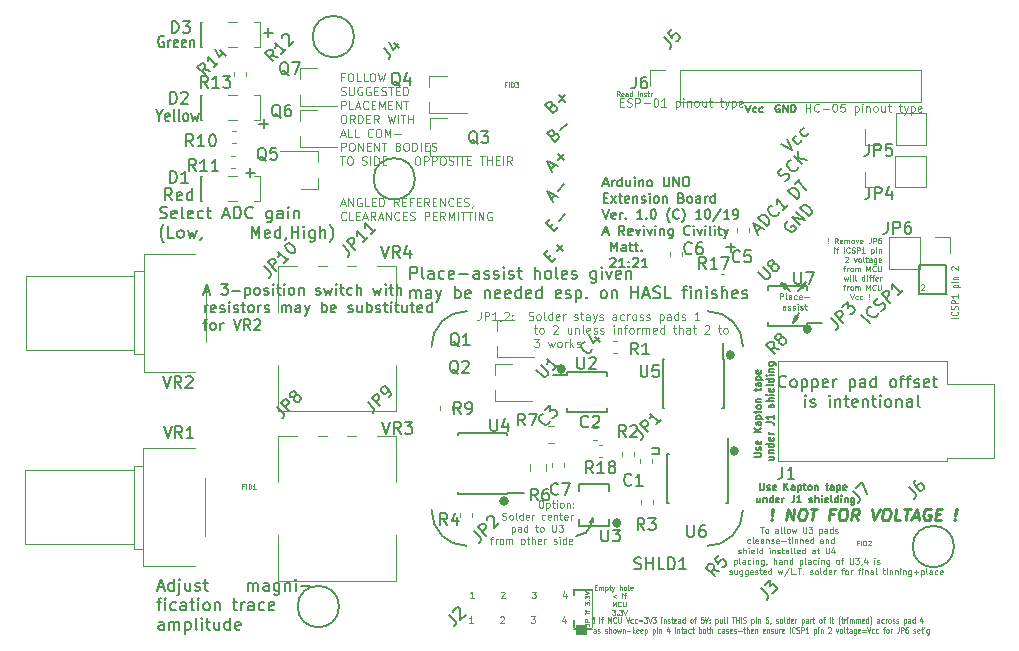
<source format=gto>
G04 #@! TF.GenerationSoftware,KiCad,Pcbnew,5.1.4-e60b266~84~ubuntu16.04.1*
G04 #@! TF.CreationDate,2019-10-13T20:58:43-05:00*
G04 #@! TF.ProjectId,uno shield v1.0 project SMD,756e6f20-7368-4696-956c-642076312e30,rev?*
G04 #@! TF.SameCoordinates,Original*
G04 #@! TF.FileFunction,Legend,Top*
G04 #@! TF.FilePolarity,Positive*
%FSLAX46Y46*%
G04 Gerber Fmt 4.6, Leading zero omitted, Abs format (unit mm)*
G04 Created by KiCad (PCBNEW 5.1.4-e60b266~84~ubuntu16.04.1) date 2019-10-13 20:58:43*
%MOMM*%
%LPD*%
G04 APERTURE LIST*
%ADD10C,0.150000*%
%ADD11C,0.100000*%
%ADD12C,0.125000*%
%ADD13C,0.112500*%
%ADD14C,0.500000*%
%ADD15C,0.140000*%
%ADD16C,0.250000*%
%ADD17C,0.170000*%
%ADD18C,0.120000*%
%ADD19C,0.152400*%
G04 APERTURE END LIST*
D10*
X141804246Y-110237662D02*
X142376666Y-110810082D01*
X142477681Y-110843754D01*
X142545025Y-110843754D01*
X142646040Y-110810082D01*
X142780727Y-110675395D01*
X142814399Y-110574380D01*
X142814399Y-110507036D01*
X142780727Y-110406021D01*
X142208307Y-109833601D01*
X143622521Y-109833601D02*
X143218460Y-110237662D01*
X143420490Y-110035632D02*
X142713384Y-109328525D01*
X142747055Y-109496884D01*
X142747055Y-109631571D01*
X142713384Y-109732586D01*
D11*
X148837804Y-87089592D02*
X148704471Y-86899116D01*
X148609233Y-87089592D02*
X148609233Y-86689592D01*
X148761614Y-86689592D01*
X148799709Y-86708640D01*
X148818757Y-86727687D01*
X148837804Y-86765782D01*
X148837804Y-86822925D01*
X148818757Y-86861020D01*
X148799709Y-86880068D01*
X148761614Y-86899116D01*
X148609233Y-86899116D01*
X149161614Y-87070544D02*
X149123519Y-87089592D01*
X149047328Y-87089592D01*
X149009233Y-87070544D01*
X148990185Y-87032449D01*
X148990185Y-86880068D01*
X149009233Y-86841973D01*
X149047328Y-86822925D01*
X149123519Y-86822925D01*
X149161614Y-86841973D01*
X149180661Y-86880068D01*
X149180661Y-86918163D01*
X148990185Y-86956259D01*
X149523519Y-87089592D02*
X149523519Y-86880068D01*
X149504471Y-86841973D01*
X149466376Y-86822925D01*
X149390185Y-86822925D01*
X149352090Y-86841973D01*
X149523519Y-87070544D02*
X149485423Y-87089592D01*
X149390185Y-87089592D01*
X149352090Y-87070544D01*
X149333042Y-87032449D01*
X149333042Y-86994354D01*
X149352090Y-86956259D01*
X149390185Y-86937211D01*
X149485423Y-86937211D01*
X149523519Y-86918163D01*
X149885423Y-87089592D02*
X149885423Y-86689592D01*
X149885423Y-87070544D02*
X149847328Y-87089592D01*
X149771138Y-87089592D01*
X149733042Y-87070544D01*
X149713995Y-87051497D01*
X149694947Y-87013401D01*
X149694947Y-86899116D01*
X149713995Y-86861020D01*
X149733042Y-86841973D01*
X149771138Y-86822925D01*
X149847328Y-86822925D01*
X149885423Y-86841973D01*
X150380661Y-87089592D02*
X150380661Y-86822925D01*
X150380661Y-86689592D02*
X150361614Y-86708640D01*
X150380661Y-86727687D01*
X150399709Y-86708640D01*
X150380661Y-86689592D01*
X150380661Y-86727687D01*
X150571138Y-86822925D02*
X150571138Y-87089592D01*
X150571138Y-86861020D02*
X150590185Y-86841973D01*
X150628280Y-86822925D01*
X150685423Y-86822925D01*
X150723519Y-86841973D01*
X150742566Y-86880068D01*
X150742566Y-87089592D01*
X150913995Y-87070544D02*
X150952090Y-87089592D01*
X151028280Y-87089592D01*
X151066376Y-87070544D01*
X151085423Y-87032449D01*
X151085423Y-87013401D01*
X151066376Y-86975306D01*
X151028280Y-86956259D01*
X150971138Y-86956259D01*
X150933042Y-86937211D01*
X150913995Y-86899116D01*
X150913995Y-86880068D01*
X150933042Y-86841973D01*
X150971138Y-86822925D01*
X151028280Y-86822925D01*
X151066376Y-86841973D01*
X151199709Y-86822925D02*
X151352090Y-86822925D01*
X151256852Y-86689592D02*
X151256852Y-87032449D01*
X151275900Y-87070544D01*
X151313995Y-87089592D01*
X151352090Y-87089592D01*
X151485423Y-87089592D02*
X151485423Y-86822925D01*
X151485423Y-86899116D02*
X151504471Y-86861020D01*
X151523519Y-86841973D01*
X151561614Y-86822925D01*
X151599709Y-86822925D01*
X148882906Y-87595240D02*
X149116240Y-87595240D01*
X149216240Y-87961906D02*
X148882906Y-87961906D01*
X148882906Y-87261906D01*
X149216240Y-87261906D01*
X149482906Y-87928573D02*
X149582906Y-87961906D01*
X149749573Y-87961906D01*
X149816240Y-87928573D01*
X149849573Y-87895240D01*
X149882906Y-87828573D01*
X149882906Y-87761906D01*
X149849573Y-87695240D01*
X149816240Y-87661906D01*
X149749573Y-87628573D01*
X149616240Y-87595240D01*
X149549573Y-87561906D01*
X149516240Y-87528573D01*
X149482906Y-87461906D01*
X149482906Y-87395240D01*
X149516240Y-87328573D01*
X149549573Y-87295240D01*
X149616240Y-87261906D01*
X149782906Y-87261906D01*
X149882906Y-87295240D01*
X150182906Y-87961906D02*
X150182906Y-87261906D01*
X150449573Y-87261906D01*
X150516240Y-87295240D01*
X150549573Y-87328573D01*
X150582906Y-87395240D01*
X150582906Y-87495240D01*
X150549573Y-87561906D01*
X150516240Y-87595240D01*
X150449573Y-87628573D01*
X150182906Y-87628573D01*
X150882906Y-87695240D02*
X151416240Y-87695240D01*
X151882906Y-87261906D02*
X151949573Y-87261906D01*
X152016240Y-87295240D01*
X152049573Y-87328573D01*
X152082906Y-87395240D01*
X152116240Y-87528573D01*
X152116240Y-87695240D01*
X152082906Y-87828573D01*
X152049573Y-87895240D01*
X152016240Y-87928573D01*
X151949573Y-87961906D01*
X151882906Y-87961906D01*
X151816240Y-87928573D01*
X151782906Y-87895240D01*
X151749573Y-87828573D01*
X151716240Y-87695240D01*
X151716240Y-87528573D01*
X151749573Y-87395240D01*
X151782906Y-87328573D01*
X151816240Y-87295240D01*
X151882906Y-87261906D01*
X152782906Y-87961906D02*
X152382906Y-87961906D01*
X152582906Y-87961906D02*
X152582906Y-87261906D01*
X152516240Y-87361906D01*
X152449573Y-87428573D01*
X152382906Y-87461906D01*
X153616240Y-87495240D02*
X153616240Y-88195240D01*
X153616240Y-87528573D02*
X153682906Y-87495240D01*
X153816240Y-87495240D01*
X153882906Y-87528573D01*
X153916240Y-87561906D01*
X153949573Y-87628573D01*
X153949573Y-87828573D01*
X153916240Y-87895240D01*
X153882906Y-87928573D01*
X153816240Y-87961906D01*
X153682906Y-87961906D01*
X153616240Y-87928573D01*
X154249573Y-87961906D02*
X154249573Y-87495240D01*
X154249573Y-87261906D02*
X154216240Y-87295240D01*
X154249573Y-87328573D01*
X154282906Y-87295240D01*
X154249573Y-87261906D01*
X154249573Y-87328573D01*
X154582906Y-87495240D02*
X154582906Y-87961906D01*
X154582906Y-87561906D02*
X154616240Y-87528573D01*
X154682906Y-87495240D01*
X154782906Y-87495240D01*
X154849573Y-87528573D01*
X154882906Y-87595240D01*
X154882906Y-87961906D01*
X155316240Y-87961906D02*
X155249573Y-87928573D01*
X155216240Y-87895240D01*
X155182906Y-87828573D01*
X155182906Y-87628573D01*
X155216240Y-87561906D01*
X155249573Y-87528573D01*
X155316240Y-87495240D01*
X155416240Y-87495240D01*
X155482906Y-87528573D01*
X155516240Y-87561906D01*
X155549573Y-87628573D01*
X155549573Y-87828573D01*
X155516240Y-87895240D01*
X155482906Y-87928573D01*
X155416240Y-87961906D01*
X155316240Y-87961906D01*
X156149573Y-87495240D02*
X156149573Y-87961906D01*
X155849573Y-87495240D02*
X155849573Y-87861906D01*
X155882906Y-87928573D01*
X155949573Y-87961906D01*
X156049573Y-87961906D01*
X156116240Y-87928573D01*
X156149573Y-87895240D01*
X156382906Y-87495240D02*
X156649573Y-87495240D01*
X156482906Y-87261906D02*
X156482906Y-87861906D01*
X156516240Y-87928573D01*
X156582906Y-87961906D01*
X156649573Y-87961906D01*
X157316240Y-87495240D02*
X157582906Y-87495240D01*
X157416240Y-87261906D02*
X157416240Y-87861906D01*
X157449573Y-87928573D01*
X157516240Y-87961906D01*
X157582906Y-87961906D01*
X157749573Y-87495240D02*
X157916240Y-87961906D01*
X158082906Y-87495240D02*
X157916240Y-87961906D01*
X157849573Y-88128573D01*
X157816240Y-88161906D01*
X157749573Y-88195240D01*
X158349573Y-87495240D02*
X158349573Y-88195240D01*
X158349573Y-87528573D02*
X158416240Y-87495240D01*
X158549573Y-87495240D01*
X158616240Y-87528573D01*
X158649573Y-87561906D01*
X158682906Y-87628573D01*
X158682906Y-87828573D01*
X158649573Y-87895240D01*
X158616240Y-87928573D01*
X158549573Y-87961906D01*
X158416240Y-87961906D01*
X158349573Y-87928573D01*
X159249573Y-87928573D02*
X159182906Y-87961906D01*
X159049573Y-87961906D01*
X158982906Y-87928573D01*
X158949573Y-87861906D01*
X158949573Y-87595240D01*
X158982906Y-87528573D01*
X159049573Y-87495240D01*
X159182906Y-87495240D01*
X159249573Y-87528573D01*
X159282906Y-87595240D01*
X159282906Y-87661906D01*
X158949573Y-87728573D01*
D10*
X160714285Y-119826428D02*
X160714285Y-120312142D01*
X160742857Y-120369285D01*
X160771428Y-120397857D01*
X160828571Y-120426428D01*
X160942857Y-120426428D01*
X161000000Y-120397857D01*
X161028571Y-120369285D01*
X161057142Y-120312142D01*
X161057142Y-119826428D01*
X161314285Y-120397857D02*
X161371428Y-120426428D01*
X161485714Y-120426428D01*
X161542857Y-120397857D01*
X161571428Y-120340714D01*
X161571428Y-120312142D01*
X161542857Y-120255000D01*
X161485714Y-120226428D01*
X161400000Y-120226428D01*
X161342857Y-120197857D01*
X161314285Y-120140714D01*
X161314285Y-120112142D01*
X161342857Y-120055000D01*
X161400000Y-120026428D01*
X161485714Y-120026428D01*
X161542857Y-120055000D01*
X162057142Y-120397857D02*
X162000000Y-120426428D01*
X161885714Y-120426428D01*
X161828571Y-120397857D01*
X161800000Y-120340714D01*
X161800000Y-120112142D01*
X161828571Y-120055000D01*
X161885714Y-120026428D01*
X162000000Y-120026428D01*
X162057142Y-120055000D01*
X162085714Y-120112142D01*
X162085714Y-120169285D01*
X161800000Y-120226428D01*
X162800000Y-120426428D02*
X162800000Y-119826428D01*
X163142857Y-120426428D02*
X162885714Y-120083571D01*
X163142857Y-119826428D02*
X162800000Y-120169285D01*
X163657142Y-120426428D02*
X163657142Y-120112142D01*
X163628571Y-120055000D01*
X163571428Y-120026428D01*
X163457142Y-120026428D01*
X163400000Y-120055000D01*
X163657142Y-120397857D02*
X163600000Y-120426428D01*
X163457142Y-120426428D01*
X163400000Y-120397857D01*
X163371428Y-120340714D01*
X163371428Y-120283571D01*
X163400000Y-120226428D01*
X163457142Y-120197857D01*
X163600000Y-120197857D01*
X163657142Y-120169285D01*
X163942857Y-120026428D02*
X163942857Y-120626428D01*
X163942857Y-120055000D02*
X164000000Y-120026428D01*
X164114285Y-120026428D01*
X164171428Y-120055000D01*
X164200000Y-120083571D01*
X164228571Y-120140714D01*
X164228571Y-120312142D01*
X164200000Y-120369285D01*
X164171428Y-120397857D01*
X164114285Y-120426428D01*
X164000000Y-120426428D01*
X163942857Y-120397857D01*
X164400000Y-120026428D02*
X164628571Y-120026428D01*
X164485714Y-119826428D02*
X164485714Y-120340714D01*
X164514285Y-120397857D01*
X164571428Y-120426428D01*
X164628571Y-120426428D01*
X164914285Y-120426428D02*
X164857142Y-120397857D01*
X164828571Y-120369285D01*
X164800000Y-120312142D01*
X164800000Y-120140714D01*
X164828571Y-120083571D01*
X164857142Y-120055000D01*
X164914285Y-120026428D01*
X165000000Y-120026428D01*
X165057142Y-120055000D01*
X165085714Y-120083571D01*
X165114285Y-120140714D01*
X165114285Y-120312142D01*
X165085714Y-120369285D01*
X165057142Y-120397857D01*
X165000000Y-120426428D01*
X164914285Y-120426428D01*
X165371428Y-120026428D02*
X165371428Y-120426428D01*
X165371428Y-120083571D02*
X165400000Y-120055000D01*
X165457142Y-120026428D01*
X165542857Y-120026428D01*
X165600000Y-120055000D01*
X165628571Y-120112142D01*
X165628571Y-120426428D01*
X166285714Y-120026428D02*
X166514285Y-120026428D01*
X166371428Y-119826428D02*
X166371428Y-120340714D01*
X166400000Y-120397857D01*
X166457142Y-120426428D01*
X166514285Y-120426428D01*
X166971428Y-120426428D02*
X166971428Y-120112142D01*
X166942857Y-120055000D01*
X166885714Y-120026428D01*
X166771428Y-120026428D01*
X166714285Y-120055000D01*
X166971428Y-120397857D02*
X166914285Y-120426428D01*
X166771428Y-120426428D01*
X166714285Y-120397857D01*
X166685714Y-120340714D01*
X166685714Y-120283571D01*
X166714285Y-120226428D01*
X166771428Y-120197857D01*
X166914285Y-120197857D01*
X166971428Y-120169285D01*
X167257142Y-120026428D02*
X167257142Y-120626428D01*
X167257142Y-120055000D02*
X167314285Y-120026428D01*
X167428571Y-120026428D01*
X167485714Y-120055000D01*
X167514285Y-120083571D01*
X167542857Y-120140714D01*
X167542857Y-120312142D01*
X167514285Y-120369285D01*
X167485714Y-120397857D01*
X167428571Y-120426428D01*
X167314285Y-120426428D01*
X167257142Y-120397857D01*
X168028571Y-120397857D02*
X167971428Y-120426428D01*
X167857142Y-120426428D01*
X167800000Y-120397857D01*
X167771428Y-120340714D01*
X167771428Y-120112142D01*
X167800000Y-120055000D01*
X167857142Y-120026428D01*
X167971428Y-120026428D01*
X168028571Y-120055000D01*
X168057142Y-120112142D01*
X168057142Y-120169285D01*
X167771428Y-120226428D01*
X160742857Y-121076428D02*
X160742857Y-121476428D01*
X160485714Y-121076428D02*
X160485714Y-121390714D01*
X160514285Y-121447857D01*
X160571428Y-121476428D01*
X160657142Y-121476428D01*
X160714285Y-121447857D01*
X160742857Y-121419285D01*
X161028571Y-121076428D02*
X161028571Y-121476428D01*
X161028571Y-121133571D02*
X161057142Y-121105000D01*
X161114285Y-121076428D01*
X161200000Y-121076428D01*
X161257142Y-121105000D01*
X161285714Y-121162142D01*
X161285714Y-121476428D01*
X161828571Y-121476428D02*
X161828571Y-120876428D01*
X161828571Y-121447857D02*
X161771428Y-121476428D01*
X161657142Y-121476428D01*
X161600000Y-121447857D01*
X161571428Y-121419285D01*
X161542857Y-121362142D01*
X161542857Y-121190714D01*
X161571428Y-121133571D01*
X161600000Y-121105000D01*
X161657142Y-121076428D01*
X161771428Y-121076428D01*
X161828571Y-121105000D01*
X162342857Y-121447857D02*
X162285714Y-121476428D01*
X162171428Y-121476428D01*
X162114285Y-121447857D01*
X162085714Y-121390714D01*
X162085714Y-121162142D01*
X162114285Y-121105000D01*
X162171428Y-121076428D01*
X162285714Y-121076428D01*
X162342857Y-121105000D01*
X162371428Y-121162142D01*
X162371428Y-121219285D01*
X162085714Y-121276428D01*
X162628571Y-121476428D02*
X162628571Y-121076428D01*
X162628571Y-121190714D02*
X162657142Y-121133571D01*
X162685714Y-121105000D01*
X162742857Y-121076428D01*
X162800000Y-121076428D01*
X163628571Y-120876428D02*
X163628571Y-121305000D01*
X163600000Y-121390714D01*
X163542857Y-121447857D01*
X163457142Y-121476428D01*
X163400000Y-121476428D01*
X164228571Y-121476428D02*
X163885714Y-121476428D01*
X164057142Y-121476428D02*
X164057142Y-120876428D01*
X164000000Y-120962142D01*
X163942857Y-121019285D01*
X163885714Y-121047857D01*
X164914285Y-121447857D02*
X164971428Y-121476428D01*
X165085714Y-121476428D01*
X165142857Y-121447857D01*
X165171428Y-121390714D01*
X165171428Y-121362142D01*
X165142857Y-121305000D01*
X165085714Y-121276428D01*
X165000000Y-121276428D01*
X164942857Y-121247857D01*
X164914285Y-121190714D01*
X164914285Y-121162142D01*
X164942857Y-121105000D01*
X165000000Y-121076428D01*
X165085714Y-121076428D01*
X165142857Y-121105000D01*
X165428571Y-121476428D02*
X165428571Y-120876428D01*
X165685714Y-121476428D02*
X165685714Y-121162142D01*
X165657142Y-121105000D01*
X165600000Y-121076428D01*
X165514285Y-121076428D01*
X165457142Y-121105000D01*
X165428571Y-121133571D01*
X165971428Y-121476428D02*
X165971428Y-121076428D01*
X165971428Y-120876428D02*
X165942857Y-120905000D01*
X165971428Y-120933571D01*
X166000000Y-120905000D01*
X165971428Y-120876428D01*
X165971428Y-120933571D01*
X166485714Y-121447857D02*
X166428571Y-121476428D01*
X166314285Y-121476428D01*
X166257142Y-121447857D01*
X166228571Y-121390714D01*
X166228571Y-121162142D01*
X166257142Y-121105000D01*
X166314285Y-121076428D01*
X166428571Y-121076428D01*
X166485714Y-121105000D01*
X166514285Y-121162142D01*
X166514285Y-121219285D01*
X166228571Y-121276428D01*
X166857142Y-121476428D02*
X166800000Y-121447857D01*
X166771428Y-121390714D01*
X166771428Y-120876428D01*
X167342857Y-121476428D02*
X167342857Y-120876428D01*
X167342857Y-121447857D02*
X167285714Y-121476428D01*
X167171428Y-121476428D01*
X167114285Y-121447857D01*
X167085714Y-121419285D01*
X167057142Y-121362142D01*
X167057142Y-121190714D01*
X167085714Y-121133571D01*
X167114285Y-121105000D01*
X167171428Y-121076428D01*
X167285714Y-121076428D01*
X167342857Y-121105000D01*
X167628571Y-121476428D02*
X167628571Y-121076428D01*
X167628571Y-120876428D02*
X167600000Y-120905000D01*
X167628571Y-120933571D01*
X167657142Y-120905000D01*
X167628571Y-120876428D01*
X167628571Y-120933571D01*
X167914285Y-121076428D02*
X167914285Y-121476428D01*
X167914285Y-121133571D02*
X167942857Y-121105000D01*
X168000000Y-121076428D01*
X168085714Y-121076428D01*
X168142857Y-121105000D01*
X168171428Y-121162142D01*
X168171428Y-121476428D01*
X168714285Y-121076428D02*
X168714285Y-121562142D01*
X168685714Y-121619285D01*
X168657142Y-121647857D01*
X168600000Y-121676428D01*
X168514285Y-121676428D01*
X168457142Y-121647857D01*
X168714285Y-121447857D02*
X168657142Y-121476428D01*
X168542857Y-121476428D01*
X168485714Y-121447857D01*
X168457142Y-121419285D01*
X168428571Y-121362142D01*
X168428571Y-121190714D01*
X168457142Y-121133571D01*
X168485714Y-121105000D01*
X168542857Y-121076428D01*
X168657142Y-121076428D01*
X168714285Y-121105000D01*
X160226428Y-117625714D02*
X160712142Y-117625714D01*
X160769285Y-117597142D01*
X160797857Y-117568571D01*
X160826428Y-117511428D01*
X160826428Y-117397142D01*
X160797857Y-117340000D01*
X160769285Y-117311428D01*
X160712142Y-117282857D01*
X160226428Y-117282857D01*
X160797857Y-117025714D02*
X160826428Y-116968571D01*
X160826428Y-116854285D01*
X160797857Y-116797142D01*
X160740714Y-116768571D01*
X160712142Y-116768571D01*
X160655000Y-116797142D01*
X160626428Y-116854285D01*
X160626428Y-116940000D01*
X160597857Y-116997142D01*
X160540714Y-117025714D01*
X160512142Y-117025714D01*
X160455000Y-116997142D01*
X160426428Y-116940000D01*
X160426428Y-116854285D01*
X160455000Y-116797142D01*
X160797857Y-116282857D02*
X160826428Y-116340000D01*
X160826428Y-116454285D01*
X160797857Y-116511428D01*
X160740714Y-116540000D01*
X160512142Y-116540000D01*
X160455000Y-116511428D01*
X160426428Y-116454285D01*
X160426428Y-116340000D01*
X160455000Y-116282857D01*
X160512142Y-116254285D01*
X160569285Y-116254285D01*
X160626428Y-116540000D01*
X160826428Y-115540000D02*
X160226428Y-115540000D01*
X160826428Y-115197142D02*
X160483571Y-115454285D01*
X160226428Y-115197142D02*
X160569285Y-115540000D01*
X160826428Y-114682857D02*
X160512142Y-114682857D01*
X160455000Y-114711428D01*
X160426428Y-114768571D01*
X160426428Y-114882857D01*
X160455000Y-114940000D01*
X160797857Y-114682857D02*
X160826428Y-114740000D01*
X160826428Y-114882857D01*
X160797857Y-114940000D01*
X160740714Y-114968571D01*
X160683571Y-114968571D01*
X160626428Y-114940000D01*
X160597857Y-114882857D01*
X160597857Y-114740000D01*
X160569285Y-114682857D01*
X160426428Y-114397142D02*
X161026428Y-114397142D01*
X160455000Y-114397142D02*
X160426428Y-114340000D01*
X160426428Y-114225714D01*
X160455000Y-114168571D01*
X160483571Y-114140000D01*
X160540714Y-114111428D01*
X160712142Y-114111428D01*
X160769285Y-114140000D01*
X160797857Y-114168571D01*
X160826428Y-114225714D01*
X160826428Y-114340000D01*
X160797857Y-114397142D01*
X160426428Y-113940000D02*
X160426428Y-113711428D01*
X160226428Y-113854285D02*
X160740714Y-113854285D01*
X160797857Y-113825714D01*
X160826428Y-113768571D01*
X160826428Y-113711428D01*
X160826428Y-113425714D02*
X160797857Y-113482857D01*
X160769285Y-113511428D01*
X160712142Y-113540000D01*
X160540714Y-113540000D01*
X160483571Y-113511428D01*
X160455000Y-113482857D01*
X160426428Y-113425714D01*
X160426428Y-113340000D01*
X160455000Y-113282857D01*
X160483571Y-113254285D01*
X160540714Y-113225714D01*
X160712142Y-113225714D01*
X160769285Y-113254285D01*
X160797857Y-113282857D01*
X160826428Y-113340000D01*
X160826428Y-113425714D01*
X160426428Y-112968571D02*
X160826428Y-112968571D01*
X160483571Y-112968571D02*
X160455000Y-112940000D01*
X160426428Y-112882857D01*
X160426428Y-112797142D01*
X160455000Y-112740000D01*
X160512142Y-112711428D01*
X160826428Y-112711428D01*
X160426428Y-112054285D02*
X160426428Y-111825714D01*
X160226428Y-111968571D02*
X160740714Y-111968571D01*
X160797857Y-111940000D01*
X160826428Y-111882857D01*
X160826428Y-111825714D01*
X160826428Y-111368571D02*
X160512142Y-111368571D01*
X160455000Y-111397142D01*
X160426428Y-111454285D01*
X160426428Y-111568571D01*
X160455000Y-111625714D01*
X160797857Y-111368571D02*
X160826428Y-111425714D01*
X160826428Y-111568571D01*
X160797857Y-111625714D01*
X160740714Y-111654285D01*
X160683571Y-111654285D01*
X160626428Y-111625714D01*
X160597857Y-111568571D01*
X160597857Y-111425714D01*
X160569285Y-111368571D01*
X160426428Y-111082857D02*
X161026428Y-111082857D01*
X160455000Y-111082857D02*
X160426428Y-111025714D01*
X160426428Y-110911428D01*
X160455000Y-110854285D01*
X160483571Y-110825714D01*
X160540714Y-110797142D01*
X160712142Y-110797142D01*
X160769285Y-110825714D01*
X160797857Y-110854285D01*
X160826428Y-110911428D01*
X160826428Y-111025714D01*
X160797857Y-111082857D01*
X160797857Y-110311428D02*
X160826428Y-110368571D01*
X160826428Y-110482857D01*
X160797857Y-110540000D01*
X160740714Y-110568571D01*
X160512142Y-110568571D01*
X160455000Y-110540000D01*
X160426428Y-110482857D01*
X160426428Y-110368571D01*
X160455000Y-110311428D01*
X160512142Y-110282857D01*
X160569285Y-110282857D01*
X160626428Y-110568571D01*
X161476428Y-117597142D02*
X161876428Y-117597142D01*
X161476428Y-117854285D02*
X161790714Y-117854285D01*
X161847857Y-117825714D01*
X161876428Y-117768571D01*
X161876428Y-117682857D01*
X161847857Y-117625714D01*
X161819285Y-117597142D01*
X161476428Y-117311428D02*
X161876428Y-117311428D01*
X161533571Y-117311428D02*
X161505000Y-117282857D01*
X161476428Y-117225714D01*
X161476428Y-117140000D01*
X161505000Y-117082857D01*
X161562142Y-117054285D01*
X161876428Y-117054285D01*
X161876428Y-116511428D02*
X161276428Y-116511428D01*
X161847857Y-116511428D02*
X161876428Y-116568571D01*
X161876428Y-116682857D01*
X161847857Y-116740000D01*
X161819285Y-116768571D01*
X161762142Y-116797142D01*
X161590714Y-116797142D01*
X161533571Y-116768571D01*
X161505000Y-116740000D01*
X161476428Y-116682857D01*
X161476428Y-116568571D01*
X161505000Y-116511428D01*
X161847857Y-115997142D02*
X161876428Y-116054285D01*
X161876428Y-116168571D01*
X161847857Y-116225714D01*
X161790714Y-116254285D01*
X161562142Y-116254285D01*
X161505000Y-116225714D01*
X161476428Y-116168571D01*
X161476428Y-116054285D01*
X161505000Y-115997142D01*
X161562142Y-115968571D01*
X161619285Y-115968571D01*
X161676428Y-116254285D01*
X161876428Y-115711428D02*
X161476428Y-115711428D01*
X161590714Y-115711428D02*
X161533571Y-115682857D01*
X161505000Y-115654285D01*
X161476428Y-115597142D01*
X161476428Y-115540000D01*
X161276428Y-114711428D02*
X161705000Y-114711428D01*
X161790714Y-114740000D01*
X161847857Y-114797142D01*
X161876428Y-114882857D01*
X161876428Y-114940000D01*
X161876428Y-114111428D02*
X161876428Y-114454285D01*
X161876428Y-114282857D02*
X161276428Y-114282857D01*
X161362142Y-114340000D01*
X161419285Y-114397142D01*
X161447857Y-114454285D01*
X161847857Y-113425714D02*
X161876428Y-113368571D01*
X161876428Y-113254285D01*
X161847857Y-113197142D01*
X161790714Y-113168571D01*
X161762142Y-113168571D01*
X161705000Y-113197142D01*
X161676428Y-113254285D01*
X161676428Y-113340000D01*
X161647857Y-113397142D01*
X161590714Y-113425714D01*
X161562142Y-113425714D01*
X161505000Y-113397142D01*
X161476428Y-113340000D01*
X161476428Y-113254285D01*
X161505000Y-113197142D01*
X161876428Y-112911428D02*
X161276428Y-112911428D01*
X161876428Y-112654285D02*
X161562142Y-112654285D01*
X161505000Y-112682857D01*
X161476428Y-112740000D01*
X161476428Y-112825714D01*
X161505000Y-112882857D01*
X161533571Y-112911428D01*
X161876428Y-112368571D02*
X161476428Y-112368571D01*
X161276428Y-112368571D02*
X161305000Y-112397142D01*
X161333571Y-112368571D01*
X161305000Y-112340000D01*
X161276428Y-112368571D01*
X161333571Y-112368571D01*
X161847857Y-111854285D02*
X161876428Y-111911428D01*
X161876428Y-112025714D01*
X161847857Y-112082857D01*
X161790714Y-112111428D01*
X161562142Y-112111428D01*
X161505000Y-112082857D01*
X161476428Y-112025714D01*
X161476428Y-111911428D01*
X161505000Y-111854285D01*
X161562142Y-111825714D01*
X161619285Y-111825714D01*
X161676428Y-112111428D01*
X161876428Y-111482857D02*
X161847857Y-111540000D01*
X161790714Y-111568571D01*
X161276428Y-111568571D01*
X161876428Y-110997142D02*
X161276428Y-110997142D01*
X161847857Y-110997142D02*
X161876428Y-111054285D01*
X161876428Y-111168571D01*
X161847857Y-111225714D01*
X161819285Y-111254285D01*
X161762142Y-111282857D01*
X161590714Y-111282857D01*
X161533571Y-111254285D01*
X161505000Y-111225714D01*
X161476428Y-111168571D01*
X161476428Y-111054285D01*
X161505000Y-110997142D01*
X161876428Y-110711428D02*
X161476428Y-110711428D01*
X161276428Y-110711428D02*
X161305000Y-110740000D01*
X161333571Y-110711428D01*
X161305000Y-110682857D01*
X161276428Y-110711428D01*
X161333571Y-110711428D01*
X161476428Y-110425714D02*
X161876428Y-110425714D01*
X161533571Y-110425714D02*
X161505000Y-110397142D01*
X161476428Y-110340000D01*
X161476428Y-110254285D01*
X161505000Y-110197142D01*
X161562142Y-110168571D01*
X161876428Y-110168571D01*
X161476428Y-109625714D02*
X161962142Y-109625714D01*
X162019285Y-109654285D01*
X162047857Y-109682857D01*
X162076428Y-109740000D01*
X162076428Y-109825714D01*
X162047857Y-109882857D01*
X161847857Y-109625714D02*
X161876428Y-109682857D01*
X161876428Y-109797142D01*
X161847857Y-109854285D01*
X161819285Y-109882857D01*
X161762142Y-109911428D01*
X161590714Y-109911428D01*
X161533571Y-109882857D01*
X161505000Y-109854285D01*
X161476428Y-109797142D01*
X161476428Y-109682857D01*
X161505000Y-109625714D01*
X125386801Y-99718748D02*
X125891877Y-100223824D01*
X125959221Y-100358511D01*
X125959221Y-100493198D01*
X125891877Y-100627885D01*
X125824534Y-100695228D01*
X126430625Y-100089137D02*
X125723519Y-99382030D01*
X125992893Y-99112656D01*
X126093908Y-99078984D01*
X126161251Y-99078984D01*
X126262267Y-99112656D01*
X126363282Y-99213671D01*
X126396954Y-99314687D01*
X126396954Y-99382030D01*
X126363282Y-99483045D01*
X126093908Y-99752419D01*
X127508122Y-99011641D02*
X127104061Y-99415702D01*
X127306091Y-99213671D02*
X126598984Y-98506564D01*
X126632656Y-98674923D01*
X126632656Y-98809610D01*
X126598984Y-98910625D01*
X128181557Y-98338206D02*
X127777496Y-98742267D01*
X127979526Y-98540236D02*
X127272419Y-97833129D01*
X127306091Y-98001488D01*
X127306091Y-98136175D01*
X127272419Y-98237190D01*
X118726801Y-101488748D02*
X119231877Y-101993824D01*
X119299221Y-102128511D01*
X119299221Y-102263198D01*
X119231877Y-102397885D01*
X119164534Y-102465228D01*
X119770625Y-101859137D02*
X119063519Y-101152030D01*
X119332893Y-100882656D01*
X119433908Y-100848984D01*
X119501251Y-100848984D01*
X119602267Y-100882656D01*
X119703282Y-100983671D01*
X119736954Y-101084687D01*
X119736954Y-101152030D01*
X119703282Y-101253045D01*
X119433908Y-101522419D01*
X120848122Y-100781641D02*
X120444061Y-101185702D01*
X120646091Y-100983671D02*
X119938984Y-100276564D01*
X119972656Y-100444923D01*
X119972656Y-100579610D01*
X119938984Y-100680625D01*
X120578748Y-99636801D02*
X120646091Y-99569458D01*
X120747106Y-99535786D01*
X120814450Y-99535786D01*
X120915465Y-99569458D01*
X121083824Y-99670473D01*
X121252183Y-99838832D01*
X121353198Y-100007190D01*
X121386870Y-100108206D01*
X121386870Y-100175549D01*
X121353198Y-100276564D01*
X121285854Y-100343908D01*
X121184839Y-100377580D01*
X121117496Y-100377580D01*
X121016480Y-100343908D01*
X120848122Y-100242893D01*
X120679763Y-100074534D01*
X120578748Y-99906175D01*
X120545076Y-99805160D01*
X120545076Y-99737816D01*
X120578748Y-99636801D01*
X119823519Y-113392030D02*
X120328595Y-113897106D01*
X120395938Y-114031793D01*
X120395938Y-114166480D01*
X120328595Y-114301167D01*
X120261251Y-114368511D01*
X120867343Y-113762419D02*
X120160236Y-113055312D01*
X120429610Y-112785938D01*
X120530625Y-112752267D01*
X120597969Y-112752267D01*
X120698984Y-112785938D01*
X120800000Y-112886954D01*
X120833671Y-112987969D01*
X120833671Y-113055312D01*
X120800000Y-113156328D01*
X120530625Y-113425702D01*
X121271404Y-112550236D02*
X121170389Y-112583908D01*
X121103045Y-112583908D01*
X121002030Y-112550236D01*
X120968358Y-112516564D01*
X120934687Y-112415549D01*
X120934687Y-112348206D01*
X120968358Y-112247190D01*
X121103045Y-112112503D01*
X121204061Y-112078832D01*
X121271404Y-112078832D01*
X121372419Y-112112503D01*
X121406091Y-112146175D01*
X121439763Y-112247190D01*
X121439763Y-112314534D01*
X121406091Y-112415549D01*
X121271404Y-112550236D01*
X121237732Y-112651251D01*
X121237732Y-112718595D01*
X121271404Y-112819610D01*
X121406091Y-112954297D01*
X121507106Y-112987969D01*
X121574450Y-112987969D01*
X121675465Y-112954297D01*
X121810152Y-112819610D01*
X121843824Y-112718595D01*
X121843824Y-112651251D01*
X121810152Y-112550236D01*
X121675465Y-112415549D01*
X121574450Y-112381877D01*
X121507106Y-112381877D01*
X121406091Y-112415549D01*
X127503519Y-112962030D02*
X128008595Y-113467106D01*
X128075938Y-113601793D01*
X128075938Y-113736480D01*
X128008595Y-113871167D01*
X127941251Y-113938511D01*
X128547343Y-113332419D02*
X127840236Y-112625312D01*
X128109610Y-112355938D01*
X128210625Y-112322267D01*
X128277969Y-112322267D01*
X128378984Y-112355938D01*
X128480000Y-112456954D01*
X128513671Y-112557969D01*
X128513671Y-112625312D01*
X128480000Y-112726328D01*
X128210625Y-112995702D01*
X129288122Y-112591641D02*
X129422809Y-112456954D01*
X129456480Y-112355938D01*
X129456480Y-112288595D01*
X129422809Y-112120236D01*
X129321793Y-111951877D01*
X129052419Y-111682503D01*
X128951404Y-111648832D01*
X128884061Y-111648832D01*
X128783045Y-111682503D01*
X128648358Y-111817190D01*
X128614687Y-111918206D01*
X128614687Y-111985549D01*
X128648358Y-112086564D01*
X128816717Y-112254923D01*
X128917732Y-112288595D01*
X128985076Y-112288595D01*
X129086091Y-112254923D01*
X129220778Y-112120236D01*
X129254450Y-112019221D01*
X129254450Y-111951877D01*
X129220778Y-111850862D01*
D12*
X160755535Y-123556190D02*
X161041250Y-123556190D01*
X160898392Y-124056190D02*
X160898392Y-123556190D01*
X161279345Y-124056190D02*
X161231726Y-124032380D01*
X161207916Y-124008571D01*
X161184107Y-123960952D01*
X161184107Y-123818095D01*
X161207916Y-123770476D01*
X161231726Y-123746666D01*
X161279345Y-123722857D01*
X161350773Y-123722857D01*
X161398392Y-123746666D01*
X161422202Y-123770476D01*
X161446011Y-123818095D01*
X161446011Y-123960952D01*
X161422202Y-124008571D01*
X161398392Y-124032380D01*
X161350773Y-124056190D01*
X161279345Y-124056190D01*
X162255535Y-124056190D02*
X162255535Y-123794285D01*
X162231726Y-123746666D01*
X162184107Y-123722857D01*
X162088869Y-123722857D01*
X162041250Y-123746666D01*
X162255535Y-124032380D02*
X162207916Y-124056190D01*
X162088869Y-124056190D01*
X162041250Y-124032380D01*
X162017440Y-123984761D01*
X162017440Y-123937142D01*
X162041250Y-123889523D01*
X162088869Y-123865714D01*
X162207916Y-123865714D01*
X162255535Y-123841904D01*
X162565059Y-124056190D02*
X162517440Y-124032380D01*
X162493630Y-123984761D01*
X162493630Y-123556190D01*
X162826964Y-124056190D02*
X162779345Y-124032380D01*
X162755535Y-123984761D01*
X162755535Y-123556190D01*
X163088869Y-124056190D02*
X163041250Y-124032380D01*
X163017440Y-124008571D01*
X162993630Y-123960952D01*
X162993630Y-123818095D01*
X163017440Y-123770476D01*
X163041250Y-123746666D01*
X163088869Y-123722857D01*
X163160297Y-123722857D01*
X163207916Y-123746666D01*
X163231726Y-123770476D01*
X163255535Y-123818095D01*
X163255535Y-123960952D01*
X163231726Y-124008571D01*
X163207916Y-124032380D01*
X163160297Y-124056190D01*
X163088869Y-124056190D01*
X163422202Y-123722857D02*
X163517440Y-124056190D01*
X163612678Y-123818095D01*
X163707916Y-124056190D01*
X163803154Y-123722857D01*
X164374583Y-123556190D02*
X164374583Y-123960952D01*
X164398392Y-124008571D01*
X164422202Y-124032380D01*
X164469821Y-124056190D01*
X164565059Y-124056190D01*
X164612678Y-124032380D01*
X164636488Y-124008571D01*
X164660297Y-123960952D01*
X164660297Y-123556190D01*
X164850773Y-123556190D02*
X165160297Y-123556190D01*
X164993630Y-123746666D01*
X165065059Y-123746666D01*
X165112678Y-123770476D01*
X165136488Y-123794285D01*
X165160297Y-123841904D01*
X165160297Y-123960952D01*
X165136488Y-124008571D01*
X165112678Y-124032380D01*
X165065059Y-124056190D01*
X164922202Y-124056190D01*
X164874583Y-124032380D01*
X164850773Y-124008571D01*
X165755535Y-123722857D02*
X165755535Y-124222857D01*
X165755535Y-123746666D02*
X165803154Y-123722857D01*
X165898392Y-123722857D01*
X165946011Y-123746666D01*
X165969821Y-123770476D01*
X165993630Y-123818095D01*
X165993630Y-123960952D01*
X165969821Y-124008571D01*
X165946011Y-124032380D01*
X165898392Y-124056190D01*
X165803154Y-124056190D01*
X165755535Y-124032380D01*
X166422202Y-124056190D02*
X166422202Y-123794285D01*
X166398392Y-123746666D01*
X166350773Y-123722857D01*
X166255535Y-123722857D01*
X166207916Y-123746666D01*
X166422202Y-124032380D02*
X166374583Y-124056190D01*
X166255535Y-124056190D01*
X166207916Y-124032380D01*
X166184107Y-123984761D01*
X166184107Y-123937142D01*
X166207916Y-123889523D01*
X166255535Y-123865714D01*
X166374583Y-123865714D01*
X166422202Y-123841904D01*
X166874583Y-124056190D02*
X166874583Y-123556190D01*
X166874583Y-124032380D02*
X166826964Y-124056190D01*
X166731726Y-124056190D01*
X166684107Y-124032380D01*
X166660297Y-124008571D01*
X166636488Y-123960952D01*
X166636488Y-123818095D01*
X166660297Y-123770476D01*
X166684107Y-123746666D01*
X166731726Y-123722857D01*
X166826964Y-123722857D01*
X166874583Y-123746666D01*
X167088869Y-124032380D02*
X167136488Y-124056190D01*
X167231726Y-124056190D01*
X167279345Y-124032380D01*
X167303154Y-123984761D01*
X167303154Y-123960952D01*
X167279345Y-123913333D01*
X167231726Y-123889523D01*
X167160297Y-123889523D01*
X167112678Y-123865714D01*
X167088869Y-123818095D01*
X167088869Y-123794285D01*
X167112678Y-123746666D01*
X167160297Y-123722857D01*
X167231726Y-123722857D01*
X167279345Y-123746666D01*
X159898392Y-124907380D02*
X159850773Y-124931190D01*
X159755535Y-124931190D01*
X159707916Y-124907380D01*
X159684107Y-124883571D01*
X159660297Y-124835952D01*
X159660297Y-124693095D01*
X159684107Y-124645476D01*
X159707916Y-124621666D01*
X159755535Y-124597857D01*
X159850773Y-124597857D01*
X159898392Y-124621666D01*
X160184107Y-124931190D02*
X160136488Y-124907380D01*
X160112678Y-124859761D01*
X160112678Y-124431190D01*
X160565059Y-124907380D02*
X160517440Y-124931190D01*
X160422202Y-124931190D01*
X160374583Y-124907380D01*
X160350773Y-124859761D01*
X160350773Y-124669285D01*
X160374583Y-124621666D01*
X160422202Y-124597857D01*
X160517440Y-124597857D01*
X160565059Y-124621666D01*
X160588869Y-124669285D01*
X160588869Y-124716904D01*
X160350773Y-124764523D01*
X161017440Y-124931190D02*
X161017440Y-124669285D01*
X160993630Y-124621666D01*
X160946011Y-124597857D01*
X160850773Y-124597857D01*
X160803154Y-124621666D01*
X161017440Y-124907380D02*
X160969821Y-124931190D01*
X160850773Y-124931190D01*
X160803154Y-124907380D01*
X160779345Y-124859761D01*
X160779345Y-124812142D01*
X160803154Y-124764523D01*
X160850773Y-124740714D01*
X160969821Y-124740714D01*
X161017440Y-124716904D01*
X161255535Y-124597857D02*
X161255535Y-124931190D01*
X161255535Y-124645476D02*
X161279345Y-124621666D01*
X161326964Y-124597857D01*
X161398392Y-124597857D01*
X161446011Y-124621666D01*
X161469821Y-124669285D01*
X161469821Y-124931190D01*
X161684107Y-124907380D02*
X161731726Y-124931190D01*
X161826964Y-124931190D01*
X161874583Y-124907380D01*
X161898392Y-124859761D01*
X161898392Y-124835952D01*
X161874583Y-124788333D01*
X161826964Y-124764523D01*
X161755535Y-124764523D01*
X161707916Y-124740714D01*
X161684107Y-124693095D01*
X161684107Y-124669285D01*
X161707916Y-124621666D01*
X161755535Y-124597857D01*
X161826964Y-124597857D01*
X161874583Y-124621666D01*
X162303154Y-124907380D02*
X162255535Y-124931190D01*
X162160297Y-124931190D01*
X162112678Y-124907380D01*
X162088869Y-124859761D01*
X162088869Y-124669285D01*
X162112678Y-124621666D01*
X162160297Y-124597857D01*
X162255535Y-124597857D01*
X162303154Y-124621666D01*
X162326964Y-124669285D01*
X162326964Y-124716904D01*
X162088869Y-124764523D01*
X162541250Y-124740714D02*
X162922202Y-124740714D01*
X163088869Y-124597857D02*
X163279345Y-124597857D01*
X163160297Y-124431190D02*
X163160297Y-124859761D01*
X163184107Y-124907380D01*
X163231726Y-124931190D01*
X163279345Y-124931190D01*
X163446011Y-124931190D02*
X163446011Y-124597857D01*
X163446011Y-124431190D02*
X163422202Y-124455000D01*
X163446011Y-124478809D01*
X163469821Y-124455000D01*
X163446011Y-124431190D01*
X163446011Y-124478809D01*
X163684107Y-124597857D02*
X163684107Y-124931190D01*
X163684107Y-124645476D02*
X163707916Y-124621666D01*
X163755535Y-124597857D01*
X163826964Y-124597857D01*
X163874583Y-124621666D01*
X163898392Y-124669285D01*
X163898392Y-124931190D01*
X164136488Y-124597857D02*
X164136488Y-124931190D01*
X164136488Y-124645476D02*
X164160297Y-124621666D01*
X164207916Y-124597857D01*
X164279345Y-124597857D01*
X164326964Y-124621666D01*
X164350773Y-124669285D01*
X164350773Y-124931190D01*
X164779345Y-124907380D02*
X164731726Y-124931190D01*
X164636488Y-124931190D01*
X164588869Y-124907380D01*
X164565059Y-124859761D01*
X164565059Y-124669285D01*
X164588869Y-124621666D01*
X164636488Y-124597857D01*
X164731726Y-124597857D01*
X164779345Y-124621666D01*
X164803154Y-124669285D01*
X164803154Y-124716904D01*
X164565059Y-124764523D01*
X165231726Y-124931190D02*
X165231726Y-124431190D01*
X165231726Y-124907380D02*
X165184107Y-124931190D01*
X165088869Y-124931190D01*
X165041250Y-124907380D01*
X165017440Y-124883571D01*
X164993630Y-124835952D01*
X164993630Y-124693095D01*
X165017440Y-124645476D01*
X165041250Y-124621666D01*
X165088869Y-124597857D01*
X165184107Y-124597857D01*
X165231726Y-124621666D01*
X166065059Y-124931190D02*
X166065059Y-124669285D01*
X166041250Y-124621666D01*
X165993630Y-124597857D01*
X165898392Y-124597857D01*
X165850773Y-124621666D01*
X166065059Y-124907380D02*
X166017440Y-124931190D01*
X165898392Y-124931190D01*
X165850773Y-124907380D01*
X165826964Y-124859761D01*
X165826964Y-124812142D01*
X165850773Y-124764523D01*
X165898392Y-124740714D01*
X166017440Y-124740714D01*
X166065059Y-124716904D01*
X166303154Y-124597857D02*
X166303154Y-124931190D01*
X166303154Y-124645476D02*
X166326964Y-124621666D01*
X166374583Y-124597857D01*
X166446011Y-124597857D01*
X166493630Y-124621666D01*
X166517440Y-124669285D01*
X166517440Y-124931190D01*
X166969821Y-124931190D02*
X166969821Y-124431190D01*
X166969821Y-124907380D02*
X166922202Y-124931190D01*
X166826964Y-124931190D01*
X166779345Y-124907380D01*
X166755535Y-124883571D01*
X166731726Y-124835952D01*
X166731726Y-124693095D01*
X166755535Y-124645476D01*
X166779345Y-124621666D01*
X166826964Y-124597857D01*
X166922202Y-124597857D01*
X166969821Y-124621666D01*
X158898392Y-125782380D02*
X158946011Y-125806190D01*
X159041250Y-125806190D01*
X159088869Y-125782380D01*
X159112678Y-125734761D01*
X159112678Y-125710952D01*
X159088869Y-125663333D01*
X159041250Y-125639523D01*
X158969821Y-125639523D01*
X158922202Y-125615714D01*
X158898392Y-125568095D01*
X158898392Y-125544285D01*
X158922202Y-125496666D01*
X158969821Y-125472857D01*
X159041250Y-125472857D01*
X159088869Y-125496666D01*
X159326964Y-125806190D02*
X159326964Y-125306190D01*
X159541250Y-125806190D02*
X159541250Y-125544285D01*
X159517440Y-125496666D01*
X159469821Y-125472857D01*
X159398392Y-125472857D01*
X159350773Y-125496666D01*
X159326964Y-125520476D01*
X159779345Y-125806190D02*
X159779345Y-125472857D01*
X159779345Y-125306190D02*
X159755535Y-125330000D01*
X159779345Y-125353809D01*
X159803154Y-125330000D01*
X159779345Y-125306190D01*
X159779345Y-125353809D01*
X160207916Y-125782380D02*
X160160297Y-125806190D01*
X160065059Y-125806190D01*
X160017440Y-125782380D01*
X159993630Y-125734761D01*
X159993630Y-125544285D01*
X160017440Y-125496666D01*
X160065059Y-125472857D01*
X160160297Y-125472857D01*
X160207916Y-125496666D01*
X160231726Y-125544285D01*
X160231726Y-125591904D01*
X159993630Y-125639523D01*
X160517440Y-125806190D02*
X160469821Y-125782380D01*
X160446011Y-125734761D01*
X160446011Y-125306190D01*
X160922202Y-125806190D02*
X160922202Y-125306190D01*
X160922202Y-125782380D02*
X160874583Y-125806190D01*
X160779345Y-125806190D01*
X160731726Y-125782380D01*
X160707916Y-125758571D01*
X160684107Y-125710952D01*
X160684107Y-125568095D01*
X160707916Y-125520476D01*
X160731726Y-125496666D01*
X160779345Y-125472857D01*
X160874583Y-125472857D01*
X160922202Y-125496666D01*
X161541250Y-125806190D02*
X161541250Y-125472857D01*
X161541250Y-125306190D02*
X161517440Y-125330000D01*
X161541250Y-125353809D01*
X161565059Y-125330000D01*
X161541250Y-125306190D01*
X161541250Y-125353809D01*
X161779345Y-125472857D02*
X161779345Y-125806190D01*
X161779345Y-125520476D02*
X161803154Y-125496666D01*
X161850773Y-125472857D01*
X161922202Y-125472857D01*
X161969821Y-125496666D01*
X161993630Y-125544285D01*
X161993630Y-125806190D01*
X162207916Y-125782380D02*
X162255535Y-125806190D01*
X162350773Y-125806190D01*
X162398392Y-125782380D01*
X162422202Y-125734761D01*
X162422202Y-125710952D01*
X162398392Y-125663333D01*
X162350773Y-125639523D01*
X162279345Y-125639523D01*
X162231726Y-125615714D01*
X162207916Y-125568095D01*
X162207916Y-125544285D01*
X162231726Y-125496666D01*
X162279345Y-125472857D01*
X162350773Y-125472857D01*
X162398392Y-125496666D01*
X162565059Y-125472857D02*
X162755535Y-125472857D01*
X162636488Y-125306190D02*
X162636488Y-125734761D01*
X162660297Y-125782380D01*
X162707916Y-125806190D01*
X162755535Y-125806190D01*
X163136488Y-125806190D02*
X163136488Y-125544285D01*
X163112678Y-125496666D01*
X163065059Y-125472857D01*
X162969821Y-125472857D01*
X162922202Y-125496666D01*
X163136488Y-125782380D02*
X163088869Y-125806190D01*
X162969821Y-125806190D01*
X162922202Y-125782380D01*
X162898392Y-125734761D01*
X162898392Y-125687142D01*
X162922202Y-125639523D01*
X162969821Y-125615714D01*
X163088869Y-125615714D01*
X163136488Y-125591904D01*
X163446011Y-125806190D02*
X163398392Y-125782380D01*
X163374583Y-125734761D01*
X163374583Y-125306190D01*
X163707916Y-125806190D02*
X163660297Y-125782380D01*
X163636488Y-125734761D01*
X163636488Y-125306190D01*
X164088869Y-125782380D02*
X164041250Y-125806190D01*
X163946011Y-125806190D01*
X163898392Y-125782380D01*
X163874583Y-125734761D01*
X163874583Y-125544285D01*
X163898392Y-125496666D01*
X163946011Y-125472857D01*
X164041250Y-125472857D01*
X164088869Y-125496666D01*
X164112678Y-125544285D01*
X164112678Y-125591904D01*
X163874583Y-125639523D01*
X164541250Y-125806190D02*
X164541250Y-125306190D01*
X164541250Y-125782380D02*
X164493630Y-125806190D01*
X164398392Y-125806190D01*
X164350773Y-125782380D01*
X164326964Y-125758571D01*
X164303154Y-125710952D01*
X164303154Y-125568095D01*
X164326964Y-125520476D01*
X164350773Y-125496666D01*
X164398392Y-125472857D01*
X164493630Y-125472857D01*
X164541250Y-125496666D01*
X165374583Y-125806190D02*
X165374583Y-125544285D01*
X165350773Y-125496666D01*
X165303154Y-125472857D01*
X165207916Y-125472857D01*
X165160297Y-125496666D01*
X165374583Y-125782380D02*
X165326964Y-125806190D01*
X165207916Y-125806190D01*
X165160297Y-125782380D01*
X165136488Y-125734761D01*
X165136488Y-125687142D01*
X165160297Y-125639523D01*
X165207916Y-125615714D01*
X165326964Y-125615714D01*
X165374583Y-125591904D01*
X165541250Y-125472857D02*
X165731726Y-125472857D01*
X165612678Y-125306190D02*
X165612678Y-125734761D01*
X165636488Y-125782380D01*
X165684107Y-125806190D01*
X165731726Y-125806190D01*
X166279345Y-125306190D02*
X166279345Y-125710952D01*
X166303154Y-125758571D01*
X166326964Y-125782380D01*
X166374583Y-125806190D01*
X166469821Y-125806190D01*
X166517440Y-125782380D01*
X166541250Y-125758571D01*
X166565059Y-125710952D01*
X166565059Y-125306190D01*
X167017440Y-125472857D02*
X167017440Y-125806190D01*
X166898392Y-125282380D02*
X166779345Y-125639523D01*
X167088869Y-125639523D01*
X158541250Y-126347857D02*
X158541250Y-126847857D01*
X158541250Y-126371666D02*
X158588869Y-126347857D01*
X158684107Y-126347857D01*
X158731726Y-126371666D01*
X158755535Y-126395476D01*
X158779345Y-126443095D01*
X158779345Y-126585952D01*
X158755535Y-126633571D01*
X158731726Y-126657380D01*
X158684107Y-126681190D01*
X158588869Y-126681190D01*
X158541250Y-126657380D01*
X159065059Y-126681190D02*
X159017440Y-126657380D01*
X158993630Y-126609761D01*
X158993630Y-126181190D01*
X159469821Y-126681190D02*
X159469821Y-126419285D01*
X159446011Y-126371666D01*
X159398392Y-126347857D01*
X159303154Y-126347857D01*
X159255535Y-126371666D01*
X159469821Y-126657380D02*
X159422202Y-126681190D01*
X159303154Y-126681190D01*
X159255535Y-126657380D01*
X159231726Y-126609761D01*
X159231726Y-126562142D01*
X159255535Y-126514523D01*
X159303154Y-126490714D01*
X159422202Y-126490714D01*
X159469821Y-126466904D01*
X159922202Y-126657380D02*
X159874583Y-126681190D01*
X159779345Y-126681190D01*
X159731726Y-126657380D01*
X159707916Y-126633571D01*
X159684107Y-126585952D01*
X159684107Y-126443095D01*
X159707916Y-126395476D01*
X159731726Y-126371666D01*
X159779345Y-126347857D01*
X159874583Y-126347857D01*
X159922202Y-126371666D01*
X160136488Y-126681190D02*
X160136488Y-126347857D01*
X160136488Y-126181190D02*
X160112678Y-126205000D01*
X160136488Y-126228809D01*
X160160297Y-126205000D01*
X160136488Y-126181190D01*
X160136488Y-126228809D01*
X160374583Y-126347857D02*
X160374583Y-126681190D01*
X160374583Y-126395476D02*
X160398392Y-126371666D01*
X160446011Y-126347857D01*
X160517440Y-126347857D01*
X160565059Y-126371666D01*
X160588869Y-126419285D01*
X160588869Y-126681190D01*
X161041250Y-126347857D02*
X161041250Y-126752619D01*
X161017440Y-126800238D01*
X160993630Y-126824047D01*
X160946011Y-126847857D01*
X160874583Y-126847857D01*
X160826964Y-126824047D01*
X161041250Y-126657380D02*
X160993630Y-126681190D01*
X160898392Y-126681190D01*
X160850773Y-126657380D01*
X160826964Y-126633571D01*
X160803154Y-126585952D01*
X160803154Y-126443095D01*
X160826964Y-126395476D01*
X160850773Y-126371666D01*
X160898392Y-126347857D01*
X160993630Y-126347857D01*
X161041250Y-126371666D01*
X161303154Y-126657380D02*
X161303154Y-126681190D01*
X161279345Y-126728809D01*
X161255535Y-126752619D01*
X161898392Y-126681190D02*
X161898392Y-126181190D01*
X162112678Y-126681190D02*
X162112678Y-126419285D01*
X162088869Y-126371666D01*
X162041250Y-126347857D01*
X161969821Y-126347857D01*
X161922202Y-126371666D01*
X161898392Y-126395476D01*
X162565059Y-126681190D02*
X162565059Y-126419285D01*
X162541250Y-126371666D01*
X162493630Y-126347857D01*
X162398392Y-126347857D01*
X162350773Y-126371666D01*
X162565059Y-126657380D02*
X162517440Y-126681190D01*
X162398392Y-126681190D01*
X162350773Y-126657380D01*
X162326964Y-126609761D01*
X162326964Y-126562142D01*
X162350773Y-126514523D01*
X162398392Y-126490714D01*
X162517440Y-126490714D01*
X162565059Y-126466904D01*
X162803154Y-126347857D02*
X162803154Y-126681190D01*
X162803154Y-126395476D02*
X162826964Y-126371666D01*
X162874583Y-126347857D01*
X162946011Y-126347857D01*
X162993630Y-126371666D01*
X163017440Y-126419285D01*
X163017440Y-126681190D01*
X163469821Y-126681190D02*
X163469821Y-126181190D01*
X163469821Y-126657380D02*
X163422202Y-126681190D01*
X163326964Y-126681190D01*
X163279345Y-126657380D01*
X163255535Y-126633571D01*
X163231726Y-126585952D01*
X163231726Y-126443095D01*
X163255535Y-126395476D01*
X163279345Y-126371666D01*
X163326964Y-126347857D01*
X163422202Y-126347857D01*
X163469821Y-126371666D01*
X164088869Y-126347857D02*
X164088869Y-126847857D01*
X164088869Y-126371666D02*
X164136488Y-126347857D01*
X164231726Y-126347857D01*
X164279345Y-126371666D01*
X164303154Y-126395476D01*
X164326964Y-126443095D01*
X164326964Y-126585952D01*
X164303154Y-126633571D01*
X164279345Y-126657380D01*
X164231726Y-126681190D01*
X164136488Y-126681190D01*
X164088869Y-126657380D01*
X164612678Y-126681190D02*
X164565059Y-126657380D01*
X164541250Y-126609761D01*
X164541250Y-126181190D01*
X165017440Y-126681190D02*
X165017440Y-126419285D01*
X164993630Y-126371666D01*
X164946011Y-126347857D01*
X164850773Y-126347857D01*
X164803154Y-126371666D01*
X165017440Y-126657380D02*
X164969821Y-126681190D01*
X164850773Y-126681190D01*
X164803154Y-126657380D01*
X164779345Y-126609761D01*
X164779345Y-126562142D01*
X164803154Y-126514523D01*
X164850773Y-126490714D01*
X164969821Y-126490714D01*
X165017440Y-126466904D01*
X165469821Y-126657380D02*
X165422202Y-126681190D01*
X165326964Y-126681190D01*
X165279345Y-126657380D01*
X165255535Y-126633571D01*
X165231726Y-126585952D01*
X165231726Y-126443095D01*
X165255535Y-126395476D01*
X165279345Y-126371666D01*
X165326964Y-126347857D01*
X165422202Y-126347857D01*
X165469821Y-126371666D01*
X165684107Y-126681190D02*
X165684107Y-126347857D01*
X165684107Y-126181190D02*
X165660297Y-126205000D01*
X165684107Y-126228809D01*
X165707916Y-126205000D01*
X165684107Y-126181190D01*
X165684107Y-126228809D01*
X165922202Y-126347857D02*
X165922202Y-126681190D01*
X165922202Y-126395476D02*
X165946011Y-126371666D01*
X165993630Y-126347857D01*
X166065059Y-126347857D01*
X166112678Y-126371666D01*
X166136488Y-126419285D01*
X166136488Y-126681190D01*
X166588869Y-126347857D02*
X166588869Y-126752619D01*
X166565059Y-126800238D01*
X166541250Y-126824047D01*
X166493630Y-126847857D01*
X166422202Y-126847857D01*
X166374583Y-126824047D01*
X166588869Y-126657380D02*
X166541250Y-126681190D01*
X166446011Y-126681190D01*
X166398392Y-126657380D01*
X166374583Y-126633571D01*
X166350773Y-126585952D01*
X166350773Y-126443095D01*
X166374583Y-126395476D01*
X166398392Y-126371666D01*
X166446011Y-126347857D01*
X166541250Y-126347857D01*
X166588869Y-126371666D01*
X167279345Y-126681190D02*
X167231726Y-126657380D01*
X167207916Y-126633571D01*
X167184107Y-126585952D01*
X167184107Y-126443095D01*
X167207916Y-126395476D01*
X167231726Y-126371666D01*
X167279345Y-126347857D01*
X167350773Y-126347857D01*
X167398392Y-126371666D01*
X167422202Y-126395476D01*
X167446011Y-126443095D01*
X167446011Y-126585952D01*
X167422202Y-126633571D01*
X167398392Y-126657380D01*
X167350773Y-126681190D01*
X167279345Y-126681190D01*
X167588869Y-126347857D02*
X167779345Y-126347857D01*
X167660297Y-126681190D02*
X167660297Y-126252619D01*
X167684107Y-126205000D01*
X167731726Y-126181190D01*
X167779345Y-126181190D01*
X168326964Y-126181190D02*
X168326964Y-126585952D01*
X168350773Y-126633571D01*
X168374583Y-126657380D01*
X168422202Y-126681190D01*
X168517440Y-126681190D01*
X168565059Y-126657380D01*
X168588869Y-126633571D01*
X168612678Y-126585952D01*
X168612678Y-126181190D01*
X168803154Y-126181190D02*
X169112678Y-126181190D01*
X168946011Y-126371666D01*
X169017440Y-126371666D01*
X169065059Y-126395476D01*
X169088869Y-126419285D01*
X169112678Y-126466904D01*
X169112678Y-126585952D01*
X169088869Y-126633571D01*
X169065059Y-126657380D01*
X169017440Y-126681190D01*
X168874583Y-126681190D01*
X168826964Y-126657380D01*
X168803154Y-126633571D01*
X169350773Y-126657380D02*
X169350773Y-126681190D01*
X169326964Y-126728809D01*
X169303154Y-126752619D01*
X169779345Y-126347857D02*
X169779345Y-126681190D01*
X169660297Y-126157380D02*
X169541250Y-126514523D01*
X169850773Y-126514523D01*
X170422202Y-126681190D02*
X170422202Y-126347857D01*
X170422202Y-126181190D02*
X170398392Y-126205000D01*
X170422202Y-126228809D01*
X170446011Y-126205000D01*
X170422202Y-126181190D01*
X170422202Y-126228809D01*
X170636488Y-126657380D02*
X170684107Y-126681190D01*
X170779345Y-126681190D01*
X170826964Y-126657380D01*
X170850773Y-126609761D01*
X170850773Y-126585952D01*
X170826964Y-126538333D01*
X170779345Y-126514523D01*
X170707916Y-126514523D01*
X170660297Y-126490714D01*
X170636488Y-126443095D01*
X170636488Y-126419285D01*
X170660297Y-126371666D01*
X170707916Y-126347857D01*
X170779345Y-126347857D01*
X170826964Y-126371666D01*
X158136488Y-127532380D02*
X158184107Y-127556190D01*
X158279345Y-127556190D01*
X158326964Y-127532380D01*
X158350773Y-127484761D01*
X158350773Y-127460952D01*
X158326964Y-127413333D01*
X158279345Y-127389523D01*
X158207916Y-127389523D01*
X158160297Y-127365714D01*
X158136488Y-127318095D01*
X158136488Y-127294285D01*
X158160297Y-127246666D01*
X158207916Y-127222857D01*
X158279345Y-127222857D01*
X158326964Y-127246666D01*
X158779345Y-127222857D02*
X158779345Y-127556190D01*
X158565059Y-127222857D02*
X158565059Y-127484761D01*
X158588869Y-127532380D01*
X158636488Y-127556190D01*
X158707916Y-127556190D01*
X158755535Y-127532380D01*
X158779345Y-127508571D01*
X159231726Y-127222857D02*
X159231726Y-127627619D01*
X159207916Y-127675238D01*
X159184107Y-127699047D01*
X159136488Y-127722857D01*
X159065059Y-127722857D01*
X159017440Y-127699047D01*
X159231726Y-127532380D02*
X159184107Y-127556190D01*
X159088869Y-127556190D01*
X159041250Y-127532380D01*
X159017440Y-127508571D01*
X158993630Y-127460952D01*
X158993630Y-127318095D01*
X159017440Y-127270476D01*
X159041250Y-127246666D01*
X159088869Y-127222857D01*
X159184107Y-127222857D01*
X159231726Y-127246666D01*
X159684107Y-127222857D02*
X159684107Y-127627619D01*
X159660297Y-127675238D01*
X159636488Y-127699047D01*
X159588869Y-127722857D01*
X159517440Y-127722857D01*
X159469821Y-127699047D01*
X159684107Y-127532380D02*
X159636488Y-127556190D01*
X159541250Y-127556190D01*
X159493630Y-127532380D01*
X159469821Y-127508571D01*
X159446011Y-127460952D01*
X159446011Y-127318095D01*
X159469821Y-127270476D01*
X159493630Y-127246666D01*
X159541250Y-127222857D01*
X159636488Y-127222857D01*
X159684107Y-127246666D01*
X160112678Y-127532380D02*
X160065059Y-127556190D01*
X159969821Y-127556190D01*
X159922202Y-127532380D01*
X159898392Y-127484761D01*
X159898392Y-127294285D01*
X159922202Y-127246666D01*
X159969821Y-127222857D01*
X160065059Y-127222857D01*
X160112678Y-127246666D01*
X160136488Y-127294285D01*
X160136488Y-127341904D01*
X159898392Y-127389523D01*
X160326964Y-127532380D02*
X160374583Y-127556190D01*
X160469821Y-127556190D01*
X160517440Y-127532380D01*
X160541250Y-127484761D01*
X160541250Y-127460952D01*
X160517440Y-127413333D01*
X160469821Y-127389523D01*
X160398392Y-127389523D01*
X160350773Y-127365714D01*
X160326964Y-127318095D01*
X160326964Y-127294285D01*
X160350773Y-127246666D01*
X160398392Y-127222857D01*
X160469821Y-127222857D01*
X160517440Y-127246666D01*
X160684107Y-127222857D02*
X160874583Y-127222857D01*
X160755535Y-127056190D02*
X160755535Y-127484761D01*
X160779345Y-127532380D01*
X160826964Y-127556190D01*
X160874583Y-127556190D01*
X161231726Y-127532380D02*
X161184107Y-127556190D01*
X161088869Y-127556190D01*
X161041250Y-127532380D01*
X161017440Y-127484761D01*
X161017440Y-127294285D01*
X161041250Y-127246666D01*
X161088869Y-127222857D01*
X161184107Y-127222857D01*
X161231726Y-127246666D01*
X161255535Y-127294285D01*
X161255535Y-127341904D01*
X161017440Y-127389523D01*
X161684107Y-127556190D02*
X161684107Y-127056190D01*
X161684107Y-127532380D02*
X161636488Y-127556190D01*
X161541250Y-127556190D01*
X161493630Y-127532380D01*
X161469821Y-127508571D01*
X161446011Y-127460952D01*
X161446011Y-127318095D01*
X161469821Y-127270476D01*
X161493630Y-127246666D01*
X161541250Y-127222857D01*
X161636488Y-127222857D01*
X161684107Y-127246666D01*
X162255535Y-127222857D02*
X162350773Y-127556190D01*
X162446011Y-127318095D01*
X162541250Y-127556190D01*
X162636488Y-127222857D01*
X163184107Y-127032380D02*
X162755535Y-127675238D01*
X163588869Y-127556190D02*
X163350773Y-127556190D01*
X163350773Y-127056190D01*
X163755535Y-127508571D02*
X163779345Y-127532380D01*
X163755535Y-127556190D01*
X163731726Y-127532380D01*
X163755535Y-127508571D01*
X163755535Y-127556190D01*
X163922202Y-127056190D02*
X164207916Y-127056190D01*
X164065059Y-127556190D02*
X164065059Y-127056190D01*
X164374583Y-127508571D02*
X164398392Y-127532380D01*
X164374583Y-127556190D01*
X164350773Y-127532380D01*
X164374583Y-127508571D01*
X164374583Y-127556190D01*
X164969821Y-127532380D02*
X165017440Y-127556190D01*
X165112678Y-127556190D01*
X165160297Y-127532380D01*
X165184107Y-127484761D01*
X165184107Y-127460952D01*
X165160297Y-127413333D01*
X165112678Y-127389523D01*
X165041250Y-127389523D01*
X164993630Y-127365714D01*
X164969821Y-127318095D01*
X164969821Y-127294285D01*
X164993630Y-127246666D01*
X165041250Y-127222857D01*
X165112678Y-127222857D01*
X165160297Y-127246666D01*
X165469821Y-127556190D02*
X165422202Y-127532380D01*
X165398392Y-127508571D01*
X165374583Y-127460952D01*
X165374583Y-127318095D01*
X165398392Y-127270476D01*
X165422202Y-127246666D01*
X165469821Y-127222857D01*
X165541250Y-127222857D01*
X165588869Y-127246666D01*
X165612678Y-127270476D01*
X165636488Y-127318095D01*
X165636488Y-127460952D01*
X165612678Y-127508571D01*
X165588869Y-127532380D01*
X165541250Y-127556190D01*
X165469821Y-127556190D01*
X165922202Y-127556190D02*
X165874583Y-127532380D01*
X165850773Y-127484761D01*
X165850773Y-127056190D01*
X166326964Y-127556190D02*
X166326964Y-127056190D01*
X166326964Y-127532380D02*
X166279345Y-127556190D01*
X166184107Y-127556190D01*
X166136488Y-127532380D01*
X166112678Y-127508571D01*
X166088869Y-127460952D01*
X166088869Y-127318095D01*
X166112678Y-127270476D01*
X166136488Y-127246666D01*
X166184107Y-127222857D01*
X166279345Y-127222857D01*
X166326964Y-127246666D01*
X166755535Y-127532380D02*
X166707916Y-127556190D01*
X166612678Y-127556190D01*
X166565059Y-127532380D01*
X166541250Y-127484761D01*
X166541250Y-127294285D01*
X166565059Y-127246666D01*
X166612678Y-127222857D01*
X166707916Y-127222857D01*
X166755535Y-127246666D01*
X166779345Y-127294285D01*
X166779345Y-127341904D01*
X166541250Y-127389523D01*
X166993630Y-127556190D02*
X166993630Y-127222857D01*
X166993630Y-127318095D02*
X167017440Y-127270476D01*
X167041250Y-127246666D01*
X167088869Y-127222857D01*
X167136488Y-127222857D01*
X167612678Y-127222857D02*
X167803154Y-127222857D01*
X167684107Y-127556190D02*
X167684107Y-127127619D01*
X167707916Y-127080000D01*
X167755535Y-127056190D01*
X167803154Y-127056190D01*
X168041250Y-127556190D02*
X167993630Y-127532380D01*
X167969821Y-127508571D01*
X167946011Y-127460952D01*
X167946011Y-127318095D01*
X167969821Y-127270476D01*
X167993630Y-127246666D01*
X168041250Y-127222857D01*
X168112678Y-127222857D01*
X168160297Y-127246666D01*
X168184107Y-127270476D01*
X168207916Y-127318095D01*
X168207916Y-127460952D01*
X168184107Y-127508571D01*
X168160297Y-127532380D01*
X168112678Y-127556190D01*
X168041250Y-127556190D01*
X168422202Y-127556190D02*
X168422202Y-127222857D01*
X168422202Y-127318095D02*
X168446011Y-127270476D01*
X168469821Y-127246666D01*
X168517440Y-127222857D01*
X168565059Y-127222857D01*
X169041250Y-127222857D02*
X169231726Y-127222857D01*
X169112678Y-127556190D02*
X169112678Y-127127619D01*
X169136488Y-127080000D01*
X169184107Y-127056190D01*
X169231726Y-127056190D01*
X169398392Y-127556190D02*
X169398392Y-127222857D01*
X169398392Y-127056190D02*
X169374583Y-127080000D01*
X169398392Y-127103809D01*
X169422202Y-127080000D01*
X169398392Y-127056190D01*
X169398392Y-127103809D01*
X169636488Y-127222857D02*
X169636488Y-127556190D01*
X169636488Y-127270476D02*
X169660297Y-127246666D01*
X169707916Y-127222857D01*
X169779345Y-127222857D01*
X169826964Y-127246666D01*
X169850773Y-127294285D01*
X169850773Y-127556190D01*
X170303154Y-127556190D02*
X170303154Y-127294285D01*
X170279345Y-127246666D01*
X170231726Y-127222857D01*
X170136488Y-127222857D01*
X170088869Y-127246666D01*
X170303154Y-127532380D02*
X170255535Y-127556190D01*
X170136488Y-127556190D01*
X170088869Y-127532380D01*
X170065059Y-127484761D01*
X170065059Y-127437142D01*
X170088869Y-127389523D01*
X170136488Y-127365714D01*
X170255535Y-127365714D01*
X170303154Y-127341904D01*
X170612678Y-127556190D02*
X170565059Y-127532380D01*
X170541250Y-127484761D01*
X170541250Y-127056190D01*
X171112678Y-127222857D02*
X171303154Y-127222857D01*
X171184107Y-127056190D02*
X171184107Y-127484761D01*
X171207916Y-127532380D01*
X171255535Y-127556190D01*
X171303154Y-127556190D01*
X171469821Y-127556190D02*
X171469821Y-127222857D01*
X171469821Y-127056190D02*
X171446011Y-127080000D01*
X171469821Y-127103809D01*
X171493630Y-127080000D01*
X171469821Y-127056190D01*
X171469821Y-127103809D01*
X171707916Y-127222857D02*
X171707916Y-127556190D01*
X171707916Y-127270476D02*
X171731726Y-127246666D01*
X171779345Y-127222857D01*
X171850773Y-127222857D01*
X171898392Y-127246666D01*
X171922202Y-127294285D01*
X171922202Y-127556190D01*
X172160297Y-127222857D02*
X172160297Y-127556190D01*
X172160297Y-127270476D02*
X172184107Y-127246666D01*
X172231726Y-127222857D01*
X172303154Y-127222857D01*
X172350773Y-127246666D01*
X172374583Y-127294285D01*
X172374583Y-127556190D01*
X172612678Y-127556190D02*
X172612678Y-127222857D01*
X172612678Y-127056190D02*
X172588869Y-127080000D01*
X172612678Y-127103809D01*
X172636488Y-127080000D01*
X172612678Y-127056190D01*
X172612678Y-127103809D01*
X172850773Y-127222857D02*
X172850773Y-127556190D01*
X172850773Y-127270476D02*
X172874583Y-127246666D01*
X172922202Y-127222857D01*
X172993630Y-127222857D01*
X173041250Y-127246666D01*
X173065059Y-127294285D01*
X173065059Y-127556190D01*
X173517440Y-127222857D02*
X173517440Y-127627619D01*
X173493630Y-127675238D01*
X173469821Y-127699047D01*
X173422202Y-127722857D01*
X173350773Y-127722857D01*
X173303154Y-127699047D01*
X173517440Y-127532380D02*
X173469821Y-127556190D01*
X173374583Y-127556190D01*
X173326964Y-127532380D01*
X173303154Y-127508571D01*
X173279345Y-127460952D01*
X173279345Y-127318095D01*
X173303154Y-127270476D01*
X173326964Y-127246666D01*
X173374583Y-127222857D01*
X173469821Y-127222857D01*
X173517440Y-127246666D01*
X173755535Y-127365714D02*
X174136488Y-127365714D01*
X173946011Y-127556190D02*
X173946011Y-127175238D01*
X174374583Y-127222857D02*
X174374583Y-127722857D01*
X174374583Y-127246666D02*
X174422202Y-127222857D01*
X174517440Y-127222857D01*
X174565059Y-127246666D01*
X174588869Y-127270476D01*
X174612678Y-127318095D01*
X174612678Y-127460952D01*
X174588869Y-127508571D01*
X174565059Y-127532380D01*
X174517440Y-127556190D01*
X174422202Y-127556190D01*
X174374583Y-127532380D01*
X174898392Y-127556190D02*
X174850773Y-127532380D01*
X174826964Y-127484761D01*
X174826964Y-127056190D01*
X175303154Y-127556190D02*
X175303154Y-127294285D01*
X175279345Y-127246666D01*
X175231726Y-127222857D01*
X175136488Y-127222857D01*
X175088869Y-127246666D01*
X175303154Y-127532380D02*
X175255535Y-127556190D01*
X175136488Y-127556190D01*
X175088869Y-127532380D01*
X175065059Y-127484761D01*
X175065059Y-127437142D01*
X175088869Y-127389523D01*
X175136488Y-127365714D01*
X175255535Y-127365714D01*
X175303154Y-127341904D01*
X175755535Y-127532380D02*
X175707916Y-127556190D01*
X175612678Y-127556190D01*
X175565059Y-127532380D01*
X175541250Y-127508571D01*
X175517440Y-127460952D01*
X175517440Y-127318095D01*
X175541250Y-127270476D01*
X175565059Y-127246666D01*
X175612678Y-127222857D01*
X175707916Y-127222857D01*
X175755535Y-127246666D01*
X176160297Y-127532380D02*
X176112678Y-127556190D01*
X176017440Y-127556190D01*
X175969821Y-127532380D01*
X175946011Y-127484761D01*
X175946011Y-127294285D01*
X175969821Y-127246666D01*
X176017440Y-127222857D01*
X176112678Y-127222857D01*
X176160297Y-127246666D01*
X176184107Y-127294285D01*
X176184107Y-127341904D01*
X175946011Y-127389523D01*
D10*
X131137975Y-102543100D02*
X131137975Y-101543100D01*
X131518927Y-101543100D01*
X131614165Y-101590720D01*
X131661784Y-101638339D01*
X131709403Y-101733577D01*
X131709403Y-101876434D01*
X131661784Y-101971672D01*
X131614165Y-102019291D01*
X131518927Y-102066910D01*
X131137975Y-102066910D01*
X132280832Y-102543100D02*
X132185594Y-102495481D01*
X132137975Y-102400243D01*
X132137975Y-101543100D01*
X133090356Y-102543100D02*
X133090356Y-102019291D01*
X133042737Y-101924053D01*
X132947499Y-101876434D01*
X132757022Y-101876434D01*
X132661784Y-101924053D01*
X133090356Y-102495481D02*
X132995118Y-102543100D01*
X132757022Y-102543100D01*
X132661784Y-102495481D01*
X132614165Y-102400243D01*
X132614165Y-102305005D01*
X132661784Y-102209767D01*
X132757022Y-102162148D01*
X132995118Y-102162148D01*
X133090356Y-102114529D01*
X133995118Y-102495481D02*
X133899880Y-102543100D01*
X133709403Y-102543100D01*
X133614165Y-102495481D01*
X133566546Y-102447862D01*
X133518927Y-102352624D01*
X133518927Y-102066910D01*
X133566546Y-101971672D01*
X133614165Y-101924053D01*
X133709403Y-101876434D01*
X133899880Y-101876434D01*
X133995118Y-101924053D01*
X134804641Y-102495481D02*
X134709403Y-102543100D01*
X134518927Y-102543100D01*
X134423689Y-102495481D01*
X134376070Y-102400243D01*
X134376070Y-102019291D01*
X134423689Y-101924053D01*
X134518927Y-101876434D01*
X134709403Y-101876434D01*
X134804641Y-101924053D01*
X134852260Y-102019291D01*
X134852260Y-102114529D01*
X134376070Y-102209767D01*
X135280832Y-102162148D02*
X136042737Y-102162148D01*
X136947499Y-102543100D02*
X136947499Y-102019291D01*
X136899880Y-101924053D01*
X136804641Y-101876434D01*
X136614165Y-101876434D01*
X136518927Y-101924053D01*
X136947499Y-102495481D02*
X136852260Y-102543100D01*
X136614165Y-102543100D01*
X136518927Y-102495481D01*
X136471308Y-102400243D01*
X136471308Y-102305005D01*
X136518927Y-102209767D01*
X136614165Y-102162148D01*
X136852260Y-102162148D01*
X136947499Y-102114529D01*
X137376070Y-102495481D02*
X137471308Y-102543100D01*
X137661784Y-102543100D01*
X137757022Y-102495481D01*
X137804641Y-102400243D01*
X137804641Y-102352624D01*
X137757022Y-102257386D01*
X137661784Y-102209767D01*
X137518927Y-102209767D01*
X137423689Y-102162148D01*
X137376070Y-102066910D01*
X137376070Y-102019291D01*
X137423689Y-101924053D01*
X137518927Y-101876434D01*
X137661784Y-101876434D01*
X137757022Y-101924053D01*
X138185594Y-102495481D02*
X138280832Y-102543100D01*
X138471308Y-102543100D01*
X138566546Y-102495481D01*
X138614165Y-102400243D01*
X138614165Y-102352624D01*
X138566546Y-102257386D01*
X138471308Y-102209767D01*
X138328451Y-102209767D01*
X138233213Y-102162148D01*
X138185594Y-102066910D01*
X138185594Y-102019291D01*
X138233213Y-101924053D01*
X138328451Y-101876434D01*
X138471308Y-101876434D01*
X138566546Y-101924053D01*
X139042737Y-102543100D02*
X139042737Y-101876434D01*
X139042737Y-101543100D02*
X138995118Y-101590720D01*
X139042737Y-101638339D01*
X139090356Y-101590720D01*
X139042737Y-101543100D01*
X139042737Y-101638339D01*
X139471308Y-102495481D02*
X139566546Y-102543100D01*
X139757022Y-102543100D01*
X139852260Y-102495481D01*
X139899880Y-102400243D01*
X139899880Y-102352624D01*
X139852260Y-102257386D01*
X139757022Y-102209767D01*
X139614165Y-102209767D01*
X139518927Y-102162148D01*
X139471308Y-102066910D01*
X139471308Y-102019291D01*
X139518927Y-101924053D01*
X139614165Y-101876434D01*
X139757022Y-101876434D01*
X139852260Y-101924053D01*
X140185594Y-101876434D02*
X140566546Y-101876434D01*
X140328451Y-101543100D02*
X140328451Y-102400243D01*
X140376070Y-102495481D01*
X140471308Y-102543100D01*
X140566546Y-102543100D01*
X141661784Y-102543100D02*
X141661784Y-101543100D01*
X142090356Y-102543100D02*
X142090356Y-102019291D01*
X142042737Y-101924053D01*
X141947499Y-101876434D01*
X141804641Y-101876434D01*
X141709403Y-101924053D01*
X141661784Y-101971672D01*
X142709403Y-102543100D02*
X142614165Y-102495481D01*
X142566546Y-102447862D01*
X142518927Y-102352624D01*
X142518927Y-102066910D01*
X142566546Y-101971672D01*
X142614165Y-101924053D01*
X142709403Y-101876434D01*
X142852260Y-101876434D01*
X142947499Y-101924053D01*
X142995118Y-101971672D01*
X143042737Y-102066910D01*
X143042737Y-102352624D01*
X142995118Y-102447862D01*
X142947499Y-102495481D01*
X142852260Y-102543100D01*
X142709403Y-102543100D01*
X143614165Y-102543100D02*
X143518927Y-102495481D01*
X143471308Y-102400243D01*
X143471308Y-101543100D01*
X144376070Y-102495481D02*
X144280832Y-102543100D01*
X144090356Y-102543100D01*
X143995118Y-102495481D01*
X143947499Y-102400243D01*
X143947499Y-102019291D01*
X143995118Y-101924053D01*
X144090356Y-101876434D01*
X144280832Y-101876434D01*
X144376070Y-101924053D01*
X144423689Y-102019291D01*
X144423689Y-102114529D01*
X143947499Y-102209767D01*
X144804641Y-102495481D02*
X144899880Y-102543100D01*
X145090356Y-102543100D01*
X145185594Y-102495481D01*
X145233213Y-102400243D01*
X145233213Y-102352624D01*
X145185594Y-102257386D01*
X145090356Y-102209767D01*
X144947499Y-102209767D01*
X144852260Y-102162148D01*
X144804641Y-102066910D01*
X144804641Y-102019291D01*
X144852260Y-101924053D01*
X144947499Y-101876434D01*
X145090356Y-101876434D01*
X145185594Y-101924053D01*
X146852260Y-101876434D02*
X146852260Y-102685958D01*
X146804641Y-102781196D01*
X146757022Y-102828815D01*
X146661784Y-102876434D01*
X146518927Y-102876434D01*
X146423689Y-102828815D01*
X146852260Y-102495481D02*
X146757022Y-102543100D01*
X146566546Y-102543100D01*
X146471308Y-102495481D01*
X146423689Y-102447862D01*
X146376070Y-102352624D01*
X146376070Y-102066910D01*
X146423689Y-101971672D01*
X146471308Y-101924053D01*
X146566546Y-101876434D01*
X146757022Y-101876434D01*
X146852260Y-101924053D01*
X147328451Y-102543100D02*
X147328451Y-101876434D01*
X147328451Y-101543100D02*
X147280832Y-101590720D01*
X147328451Y-101638339D01*
X147376070Y-101590720D01*
X147328451Y-101543100D01*
X147328451Y-101638339D01*
X147709403Y-101876434D02*
X147947499Y-102543100D01*
X148185594Y-101876434D01*
X148947499Y-102495481D02*
X148852260Y-102543100D01*
X148661784Y-102543100D01*
X148566546Y-102495481D01*
X148518927Y-102400243D01*
X148518927Y-102019291D01*
X148566546Y-101924053D01*
X148661784Y-101876434D01*
X148852260Y-101876434D01*
X148947499Y-101924053D01*
X148995118Y-102019291D01*
X148995118Y-102114529D01*
X148518927Y-102209767D01*
X149423689Y-101876434D02*
X149423689Y-102543100D01*
X149423689Y-101971672D02*
X149471308Y-101924053D01*
X149566546Y-101876434D01*
X149709403Y-101876434D01*
X149804641Y-101924053D01*
X149852260Y-102019291D01*
X149852260Y-102543100D01*
X131137975Y-104193100D02*
X131137975Y-103526434D01*
X131137975Y-103621672D02*
X131185594Y-103574053D01*
X131280832Y-103526434D01*
X131423689Y-103526434D01*
X131518927Y-103574053D01*
X131566546Y-103669291D01*
X131566546Y-104193100D01*
X131566546Y-103669291D02*
X131614165Y-103574053D01*
X131709403Y-103526434D01*
X131852260Y-103526434D01*
X131947499Y-103574053D01*
X131995118Y-103669291D01*
X131995118Y-104193100D01*
X132899880Y-104193100D02*
X132899880Y-103669291D01*
X132852260Y-103574053D01*
X132757022Y-103526434D01*
X132566546Y-103526434D01*
X132471308Y-103574053D01*
X132899880Y-104145481D02*
X132804641Y-104193100D01*
X132566546Y-104193100D01*
X132471308Y-104145481D01*
X132423689Y-104050243D01*
X132423689Y-103955005D01*
X132471308Y-103859767D01*
X132566546Y-103812148D01*
X132804641Y-103812148D01*
X132899880Y-103764529D01*
X133280832Y-103526434D02*
X133518927Y-104193100D01*
X133757022Y-103526434D02*
X133518927Y-104193100D01*
X133423689Y-104431196D01*
X133376070Y-104478815D01*
X133280832Y-104526434D01*
X134899880Y-104193100D02*
X134899880Y-103193100D01*
X134899880Y-103574053D02*
X134995118Y-103526434D01*
X135185594Y-103526434D01*
X135280832Y-103574053D01*
X135328451Y-103621672D01*
X135376070Y-103716910D01*
X135376070Y-104002624D01*
X135328451Y-104097862D01*
X135280832Y-104145481D01*
X135185594Y-104193100D01*
X134995118Y-104193100D01*
X134899880Y-104145481D01*
X136185594Y-104145481D02*
X136090356Y-104193100D01*
X135899880Y-104193100D01*
X135804641Y-104145481D01*
X135757022Y-104050243D01*
X135757022Y-103669291D01*
X135804641Y-103574053D01*
X135899880Y-103526434D01*
X136090356Y-103526434D01*
X136185594Y-103574053D01*
X136233213Y-103669291D01*
X136233213Y-103764529D01*
X135757022Y-103859767D01*
X137423689Y-103526434D02*
X137423689Y-104193100D01*
X137423689Y-103621672D02*
X137471308Y-103574053D01*
X137566546Y-103526434D01*
X137709403Y-103526434D01*
X137804641Y-103574053D01*
X137852260Y-103669291D01*
X137852260Y-104193100D01*
X138709403Y-104145481D02*
X138614165Y-104193100D01*
X138423689Y-104193100D01*
X138328451Y-104145481D01*
X138280832Y-104050243D01*
X138280832Y-103669291D01*
X138328451Y-103574053D01*
X138423689Y-103526434D01*
X138614165Y-103526434D01*
X138709403Y-103574053D01*
X138757022Y-103669291D01*
X138757022Y-103764529D01*
X138280832Y-103859767D01*
X139566546Y-104145481D02*
X139471308Y-104193100D01*
X139280832Y-104193100D01*
X139185594Y-104145481D01*
X139137975Y-104050243D01*
X139137975Y-103669291D01*
X139185594Y-103574053D01*
X139280832Y-103526434D01*
X139471308Y-103526434D01*
X139566546Y-103574053D01*
X139614165Y-103669291D01*
X139614165Y-103764529D01*
X139137975Y-103859767D01*
X140471308Y-104193100D02*
X140471308Y-103193100D01*
X140471308Y-104145481D02*
X140376070Y-104193100D01*
X140185594Y-104193100D01*
X140090356Y-104145481D01*
X140042737Y-104097862D01*
X139995118Y-104002624D01*
X139995118Y-103716910D01*
X140042737Y-103621672D01*
X140090356Y-103574053D01*
X140185594Y-103526434D01*
X140376070Y-103526434D01*
X140471308Y-103574053D01*
X141328451Y-104145481D02*
X141233213Y-104193100D01*
X141042737Y-104193100D01*
X140947499Y-104145481D01*
X140899880Y-104050243D01*
X140899880Y-103669291D01*
X140947499Y-103574053D01*
X141042737Y-103526434D01*
X141233213Y-103526434D01*
X141328451Y-103574053D01*
X141376070Y-103669291D01*
X141376070Y-103764529D01*
X140899880Y-103859767D01*
X142233213Y-104193100D02*
X142233213Y-103193100D01*
X142233213Y-104145481D02*
X142137975Y-104193100D01*
X141947499Y-104193100D01*
X141852260Y-104145481D01*
X141804641Y-104097862D01*
X141757022Y-104002624D01*
X141757022Y-103716910D01*
X141804641Y-103621672D01*
X141852260Y-103574053D01*
X141947499Y-103526434D01*
X142137975Y-103526434D01*
X142233213Y-103574053D01*
X143852260Y-104145481D02*
X143757022Y-104193100D01*
X143566546Y-104193100D01*
X143471308Y-104145481D01*
X143423689Y-104050243D01*
X143423689Y-103669291D01*
X143471308Y-103574053D01*
X143566546Y-103526434D01*
X143757022Y-103526434D01*
X143852260Y-103574053D01*
X143899880Y-103669291D01*
X143899880Y-103764529D01*
X143423689Y-103859767D01*
X144280832Y-104145481D02*
X144376070Y-104193100D01*
X144566546Y-104193100D01*
X144661784Y-104145481D01*
X144709403Y-104050243D01*
X144709403Y-104002624D01*
X144661784Y-103907386D01*
X144566546Y-103859767D01*
X144423689Y-103859767D01*
X144328451Y-103812148D01*
X144280832Y-103716910D01*
X144280832Y-103669291D01*
X144328451Y-103574053D01*
X144423689Y-103526434D01*
X144566546Y-103526434D01*
X144661784Y-103574053D01*
X145137975Y-103526434D02*
X145137975Y-104526434D01*
X145137975Y-103574053D02*
X145233213Y-103526434D01*
X145423689Y-103526434D01*
X145518927Y-103574053D01*
X145566546Y-103621672D01*
X145614165Y-103716910D01*
X145614165Y-104002624D01*
X145566546Y-104097862D01*
X145518927Y-104145481D01*
X145423689Y-104193100D01*
X145233213Y-104193100D01*
X145137975Y-104145481D01*
X146042737Y-104097862D02*
X146090356Y-104145481D01*
X146042737Y-104193100D01*
X145995118Y-104145481D01*
X146042737Y-104097862D01*
X146042737Y-104193100D01*
X147423689Y-104193100D02*
X147328451Y-104145481D01*
X147280832Y-104097862D01*
X147233213Y-104002624D01*
X147233213Y-103716910D01*
X147280832Y-103621672D01*
X147328451Y-103574053D01*
X147423689Y-103526434D01*
X147566546Y-103526434D01*
X147661784Y-103574053D01*
X147709403Y-103621672D01*
X147757022Y-103716910D01*
X147757022Y-104002624D01*
X147709403Y-104097862D01*
X147661784Y-104145481D01*
X147566546Y-104193100D01*
X147423689Y-104193100D01*
X148185594Y-103526434D02*
X148185594Y-104193100D01*
X148185594Y-103621672D02*
X148233213Y-103574053D01*
X148328451Y-103526434D01*
X148471308Y-103526434D01*
X148566546Y-103574053D01*
X148614165Y-103669291D01*
X148614165Y-104193100D01*
X149852260Y-104193100D02*
X149852260Y-103193100D01*
X149852260Y-103669291D02*
X150423689Y-103669291D01*
X150423689Y-104193100D02*
X150423689Y-103193100D01*
X150852260Y-103907386D02*
X151328451Y-103907386D01*
X150757022Y-104193100D02*
X151090356Y-103193100D01*
X151423689Y-104193100D01*
X151709403Y-104145481D02*
X151852260Y-104193100D01*
X152090356Y-104193100D01*
X152185594Y-104145481D01*
X152233213Y-104097862D01*
X152280832Y-104002624D01*
X152280832Y-103907386D01*
X152233213Y-103812148D01*
X152185594Y-103764529D01*
X152090356Y-103716910D01*
X151899880Y-103669291D01*
X151804641Y-103621672D01*
X151757022Y-103574053D01*
X151709403Y-103478815D01*
X151709403Y-103383577D01*
X151757022Y-103288339D01*
X151804641Y-103240720D01*
X151899880Y-103193100D01*
X152137975Y-103193100D01*
X152280832Y-103240720D01*
X153185594Y-104193100D02*
X152709403Y-104193100D01*
X152709403Y-103193100D01*
X154137975Y-103526434D02*
X154518927Y-103526434D01*
X154280832Y-104193100D02*
X154280832Y-103335958D01*
X154328451Y-103240720D01*
X154423689Y-103193100D01*
X154518927Y-103193100D01*
X154852260Y-104193100D02*
X154852260Y-103526434D01*
X154852260Y-103193100D02*
X154804641Y-103240720D01*
X154852260Y-103288339D01*
X154899880Y-103240720D01*
X154852260Y-103193100D01*
X154852260Y-103288339D01*
X155328451Y-103526434D02*
X155328451Y-104193100D01*
X155328451Y-103621672D02*
X155376070Y-103574053D01*
X155471308Y-103526434D01*
X155614165Y-103526434D01*
X155709403Y-103574053D01*
X155757022Y-103669291D01*
X155757022Y-104193100D01*
X156233213Y-104193100D02*
X156233213Y-103526434D01*
X156233213Y-103193100D02*
X156185594Y-103240720D01*
X156233213Y-103288339D01*
X156280832Y-103240720D01*
X156233213Y-103193100D01*
X156233213Y-103288339D01*
X156661784Y-104145481D02*
X156757022Y-104193100D01*
X156947499Y-104193100D01*
X157042737Y-104145481D01*
X157090356Y-104050243D01*
X157090356Y-104002624D01*
X157042737Y-103907386D01*
X156947499Y-103859767D01*
X156804641Y-103859767D01*
X156709403Y-103812148D01*
X156661784Y-103716910D01*
X156661784Y-103669291D01*
X156709403Y-103574053D01*
X156804641Y-103526434D01*
X156947499Y-103526434D01*
X157042737Y-103574053D01*
X157518927Y-104193100D02*
X157518927Y-103193100D01*
X157947499Y-104193100D02*
X157947499Y-103669291D01*
X157899880Y-103574053D01*
X157804641Y-103526434D01*
X157661784Y-103526434D01*
X157566546Y-103574053D01*
X157518927Y-103621672D01*
X158804641Y-104145481D02*
X158709403Y-104193100D01*
X158518927Y-104193100D01*
X158423689Y-104145481D01*
X158376070Y-104050243D01*
X158376070Y-103669291D01*
X158423689Y-103574053D01*
X158518927Y-103526434D01*
X158709403Y-103526434D01*
X158804641Y-103574053D01*
X158852260Y-103669291D01*
X158852260Y-103764529D01*
X158376070Y-103859767D01*
X159233213Y-104145481D02*
X159328451Y-104193100D01*
X159518927Y-104193100D01*
X159614165Y-104145481D01*
X159661784Y-104050243D01*
X159661784Y-104002624D01*
X159614165Y-103907386D01*
X159518927Y-103859767D01*
X159376070Y-103859767D01*
X159280832Y-103812148D01*
X159233213Y-103716910D01*
X159233213Y-103669291D01*
X159280832Y-103574053D01*
X159376070Y-103526434D01*
X159518927Y-103526434D01*
X159614165Y-103574053D01*
X159269625Y-122175126D02*
G75*
G02X156258804Y-125166655I-2970683J-21042D01*
G01*
X135918570Y-125165529D02*
G75*
G02X132927041Y-122154708I-21042J2970683D01*
G01*
X132919356Y-108282795D02*
G75*
G02X135930177Y-105291266I2970683J21042D01*
G01*
X156300221Y-105290614D02*
G75*
G02X159291750Y-108301435I21042J-2970683D01*
G01*
X145930000Y-124050000D02*
X145125440Y-124348240D01*
D12*
X162413809Y-104278690D02*
X162413809Y-103778690D01*
X162604285Y-103778690D01*
X162651904Y-103802500D01*
X162675714Y-103826309D01*
X162699523Y-103873928D01*
X162699523Y-103945357D01*
X162675714Y-103992976D01*
X162651904Y-104016785D01*
X162604285Y-104040595D01*
X162413809Y-104040595D01*
X162985238Y-104278690D02*
X162937619Y-104254880D01*
X162913809Y-104207261D01*
X162913809Y-103778690D01*
X163390000Y-104278690D02*
X163390000Y-104016785D01*
X163366190Y-103969166D01*
X163318571Y-103945357D01*
X163223333Y-103945357D01*
X163175714Y-103969166D01*
X163390000Y-104254880D02*
X163342380Y-104278690D01*
X163223333Y-104278690D01*
X163175714Y-104254880D01*
X163151904Y-104207261D01*
X163151904Y-104159642D01*
X163175714Y-104112023D01*
X163223333Y-104088214D01*
X163342380Y-104088214D01*
X163390000Y-104064404D01*
X163842380Y-104254880D02*
X163794761Y-104278690D01*
X163699523Y-104278690D01*
X163651904Y-104254880D01*
X163628095Y-104231071D01*
X163604285Y-104183452D01*
X163604285Y-104040595D01*
X163628095Y-103992976D01*
X163651904Y-103969166D01*
X163699523Y-103945357D01*
X163794761Y-103945357D01*
X163842380Y-103969166D01*
X164247142Y-104254880D02*
X164199523Y-104278690D01*
X164104285Y-104278690D01*
X164056666Y-104254880D01*
X164032857Y-104207261D01*
X164032857Y-104016785D01*
X164056666Y-103969166D01*
X164104285Y-103945357D01*
X164199523Y-103945357D01*
X164247142Y-103969166D01*
X164270952Y-104016785D01*
X164270952Y-104064404D01*
X164032857Y-104112023D01*
X164485238Y-104088214D02*
X164866190Y-104088214D01*
X162878095Y-105153690D02*
X162878095Y-104891785D01*
X162854285Y-104844166D01*
X162806666Y-104820357D01*
X162711428Y-104820357D01*
X162663809Y-104844166D01*
X162878095Y-105129880D02*
X162830476Y-105153690D01*
X162711428Y-105153690D01*
X162663809Y-105129880D01*
X162640000Y-105082261D01*
X162640000Y-105034642D01*
X162663809Y-104987023D01*
X162711428Y-104963214D01*
X162830476Y-104963214D01*
X162878095Y-104939404D01*
X163092380Y-105129880D02*
X163140000Y-105153690D01*
X163235238Y-105153690D01*
X163282857Y-105129880D01*
X163306666Y-105082261D01*
X163306666Y-105058452D01*
X163282857Y-105010833D01*
X163235238Y-104987023D01*
X163163809Y-104987023D01*
X163116190Y-104963214D01*
X163092380Y-104915595D01*
X163092380Y-104891785D01*
X163116190Y-104844166D01*
X163163809Y-104820357D01*
X163235238Y-104820357D01*
X163282857Y-104844166D01*
X163497142Y-105129880D02*
X163544761Y-105153690D01*
X163640000Y-105153690D01*
X163687619Y-105129880D01*
X163711428Y-105082261D01*
X163711428Y-105058452D01*
X163687619Y-105010833D01*
X163640000Y-104987023D01*
X163568571Y-104987023D01*
X163520952Y-104963214D01*
X163497142Y-104915595D01*
X163497142Y-104891785D01*
X163520952Y-104844166D01*
X163568571Y-104820357D01*
X163640000Y-104820357D01*
X163687619Y-104844166D01*
X163925714Y-105153690D02*
X163925714Y-104820357D01*
X163925714Y-104653690D02*
X163901904Y-104677500D01*
X163925714Y-104701309D01*
X163949523Y-104677500D01*
X163925714Y-104653690D01*
X163925714Y-104701309D01*
X164140000Y-105129880D02*
X164187619Y-105153690D01*
X164282857Y-105153690D01*
X164330476Y-105129880D01*
X164354285Y-105082261D01*
X164354285Y-105058452D01*
X164330476Y-105010833D01*
X164282857Y-104987023D01*
X164211428Y-104987023D01*
X164163809Y-104963214D01*
X164140000Y-104915595D01*
X164140000Y-104891785D01*
X164163809Y-104844166D01*
X164211428Y-104820357D01*
X164282857Y-104820357D01*
X164330476Y-104844166D01*
X164497142Y-104820357D02*
X164687619Y-104820357D01*
X164568571Y-104653690D02*
X164568571Y-105082261D01*
X164592380Y-105129880D01*
X164640000Y-105153690D01*
X164687619Y-105153690D01*
D10*
X163930000Y-105830000D02*
X163490000Y-106330000D01*
X163730000Y-105710000D02*
X163940000Y-105820000D01*
X163490000Y-106300000D02*
X163730000Y-105710000D01*
X164040000Y-105430000D02*
X163490000Y-106300000D01*
X164390000Y-103310000D02*
X164630000Y-102860000D01*
X164180000Y-103180000D02*
X164390000Y-103330000D01*
X164650000Y-102800000D02*
X164170000Y-103170000D01*
X163990000Y-103600000D02*
X164650000Y-102800000D01*
X162840000Y-103400000D02*
X162520000Y-102990000D01*
X163030000Y-103120000D02*
X162840000Y-103400000D01*
X162480000Y-102890000D02*
X163000000Y-103090000D01*
X163310000Y-103540000D02*
X162480000Y-102890000D01*
X146370000Y-123180000D02*
X146630000Y-122840000D01*
X146610000Y-123180000D02*
X146370000Y-123180000D01*
X146630000Y-122820000D02*
X146610000Y-123180000D01*
X146390000Y-123430000D02*
X146630000Y-122820000D01*
X145960000Y-124050000D02*
X146390000Y-123430000D01*
D12*
X142138077Y-121313768D02*
X142252362Y-121313768D01*
X142309505Y-121342340D01*
X142366648Y-121399482D01*
X142395220Y-121513768D01*
X142395220Y-121713768D01*
X142366648Y-121828054D01*
X142309505Y-121885197D01*
X142252362Y-121913768D01*
X142138077Y-121913768D01*
X142080934Y-121885197D01*
X142023791Y-121828054D01*
X141995220Y-121713768D01*
X141995220Y-121513768D01*
X142023791Y-121399482D01*
X142080934Y-121342340D01*
X142138077Y-121313768D01*
X142652362Y-121513768D02*
X142652362Y-122113768D01*
X142652362Y-121542340D02*
X142709505Y-121513768D01*
X142823791Y-121513768D01*
X142880934Y-121542340D01*
X142909505Y-121570911D01*
X142938077Y-121628054D01*
X142938077Y-121799482D01*
X142909505Y-121856625D01*
X142880934Y-121885197D01*
X142823791Y-121913768D01*
X142709505Y-121913768D01*
X142652362Y-121885197D01*
X143109505Y-121513768D02*
X143338077Y-121513768D01*
X143195220Y-121313768D02*
X143195220Y-121828054D01*
X143223791Y-121885197D01*
X143280934Y-121913768D01*
X143338077Y-121913768D01*
X143538077Y-121913768D02*
X143538077Y-121513768D01*
X143538077Y-121313768D02*
X143509505Y-121342340D01*
X143538077Y-121370911D01*
X143566648Y-121342340D01*
X143538077Y-121313768D01*
X143538077Y-121370911D01*
X143909505Y-121913768D02*
X143852362Y-121885197D01*
X143823791Y-121856625D01*
X143795220Y-121799482D01*
X143795220Y-121628054D01*
X143823791Y-121570911D01*
X143852362Y-121542340D01*
X143909505Y-121513768D01*
X143995220Y-121513768D01*
X144052362Y-121542340D01*
X144080934Y-121570911D01*
X144109505Y-121628054D01*
X144109505Y-121799482D01*
X144080934Y-121856625D01*
X144052362Y-121885197D01*
X143995220Y-121913768D01*
X143909505Y-121913768D01*
X144366648Y-121513768D02*
X144366648Y-121913768D01*
X144366648Y-121570911D02*
X144395220Y-121542340D01*
X144452362Y-121513768D01*
X144538077Y-121513768D01*
X144595220Y-121542340D01*
X144623791Y-121599482D01*
X144623791Y-121913768D01*
X144909505Y-121856625D02*
X144938077Y-121885197D01*
X144909505Y-121913768D01*
X144880934Y-121885197D01*
X144909505Y-121856625D01*
X144909505Y-121913768D01*
X144909505Y-121542340D02*
X144938077Y-121570911D01*
X144909505Y-121599482D01*
X144880934Y-121570911D01*
X144909505Y-121542340D01*
X144909505Y-121599482D01*
X138923791Y-122910197D02*
X139009505Y-122938768D01*
X139152362Y-122938768D01*
X139209505Y-122910197D01*
X139238077Y-122881625D01*
X139266648Y-122824482D01*
X139266648Y-122767340D01*
X139238077Y-122710197D01*
X139209505Y-122681625D01*
X139152362Y-122653054D01*
X139038077Y-122624482D01*
X138980934Y-122595911D01*
X138952362Y-122567340D01*
X138923791Y-122510197D01*
X138923791Y-122453054D01*
X138952362Y-122395911D01*
X138980934Y-122367340D01*
X139038077Y-122338768D01*
X139180934Y-122338768D01*
X139266648Y-122367340D01*
X139609505Y-122938768D02*
X139552362Y-122910197D01*
X139523791Y-122881625D01*
X139495220Y-122824482D01*
X139495220Y-122653054D01*
X139523791Y-122595911D01*
X139552362Y-122567340D01*
X139609505Y-122538768D01*
X139695220Y-122538768D01*
X139752362Y-122567340D01*
X139780934Y-122595911D01*
X139809505Y-122653054D01*
X139809505Y-122824482D01*
X139780934Y-122881625D01*
X139752362Y-122910197D01*
X139695220Y-122938768D01*
X139609505Y-122938768D01*
X140152362Y-122938768D02*
X140095220Y-122910197D01*
X140066648Y-122853054D01*
X140066648Y-122338768D01*
X140638077Y-122938768D02*
X140638077Y-122338768D01*
X140638077Y-122910197D02*
X140580934Y-122938768D01*
X140466648Y-122938768D01*
X140409505Y-122910197D01*
X140380934Y-122881625D01*
X140352362Y-122824482D01*
X140352362Y-122653054D01*
X140380934Y-122595911D01*
X140409505Y-122567340D01*
X140466648Y-122538768D01*
X140580934Y-122538768D01*
X140638077Y-122567340D01*
X141152362Y-122910197D02*
X141095220Y-122938768D01*
X140980934Y-122938768D01*
X140923791Y-122910197D01*
X140895220Y-122853054D01*
X140895220Y-122624482D01*
X140923791Y-122567340D01*
X140980934Y-122538768D01*
X141095220Y-122538768D01*
X141152362Y-122567340D01*
X141180934Y-122624482D01*
X141180934Y-122681625D01*
X140895220Y-122738768D01*
X141438077Y-122938768D02*
X141438077Y-122538768D01*
X141438077Y-122653054D02*
X141466648Y-122595911D01*
X141495220Y-122567340D01*
X141552362Y-122538768D01*
X141609505Y-122538768D01*
X142523791Y-122910197D02*
X142466648Y-122938768D01*
X142352362Y-122938768D01*
X142295220Y-122910197D01*
X142266648Y-122881625D01*
X142238077Y-122824482D01*
X142238077Y-122653054D01*
X142266648Y-122595911D01*
X142295220Y-122567340D01*
X142352362Y-122538768D01*
X142466648Y-122538768D01*
X142523791Y-122567340D01*
X143009505Y-122910197D02*
X142952362Y-122938768D01*
X142838077Y-122938768D01*
X142780934Y-122910197D01*
X142752362Y-122853054D01*
X142752362Y-122624482D01*
X142780934Y-122567340D01*
X142838077Y-122538768D01*
X142952362Y-122538768D01*
X143009505Y-122567340D01*
X143038077Y-122624482D01*
X143038077Y-122681625D01*
X142752362Y-122738768D01*
X143295220Y-122538768D02*
X143295220Y-122938768D01*
X143295220Y-122595911D02*
X143323791Y-122567340D01*
X143380934Y-122538768D01*
X143466648Y-122538768D01*
X143523791Y-122567340D01*
X143552362Y-122624482D01*
X143552362Y-122938768D01*
X143752362Y-122538768D02*
X143980934Y-122538768D01*
X143838077Y-122338768D02*
X143838077Y-122853054D01*
X143866648Y-122910197D01*
X143923791Y-122938768D01*
X143980934Y-122938768D01*
X144409505Y-122910197D02*
X144352362Y-122938768D01*
X144238077Y-122938768D01*
X144180934Y-122910197D01*
X144152362Y-122853054D01*
X144152362Y-122624482D01*
X144180934Y-122567340D01*
X144238077Y-122538768D01*
X144352362Y-122538768D01*
X144409505Y-122567340D01*
X144438077Y-122624482D01*
X144438077Y-122681625D01*
X144152362Y-122738768D01*
X144695220Y-122938768D02*
X144695220Y-122538768D01*
X144695220Y-122653054D02*
X144723791Y-122595911D01*
X144752362Y-122567340D01*
X144809505Y-122538768D01*
X144866648Y-122538768D01*
X139695220Y-123563768D02*
X139695220Y-124163768D01*
X139695220Y-123592340D02*
X139752362Y-123563768D01*
X139866648Y-123563768D01*
X139923791Y-123592340D01*
X139952362Y-123620911D01*
X139980934Y-123678054D01*
X139980934Y-123849482D01*
X139952362Y-123906625D01*
X139923791Y-123935197D01*
X139866648Y-123963768D01*
X139752362Y-123963768D01*
X139695220Y-123935197D01*
X140495220Y-123963768D02*
X140495220Y-123649482D01*
X140466648Y-123592340D01*
X140409505Y-123563768D01*
X140295220Y-123563768D01*
X140238077Y-123592340D01*
X140495220Y-123935197D02*
X140438077Y-123963768D01*
X140295220Y-123963768D01*
X140238077Y-123935197D01*
X140209505Y-123878054D01*
X140209505Y-123820911D01*
X140238077Y-123763768D01*
X140295220Y-123735197D01*
X140438077Y-123735197D01*
X140495220Y-123706625D01*
X141038077Y-123963768D02*
X141038077Y-123363768D01*
X141038077Y-123935197D02*
X140980934Y-123963768D01*
X140866648Y-123963768D01*
X140809505Y-123935197D01*
X140780934Y-123906625D01*
X140752362Y-123849482D01*
X140752362Y-123678054D01*
X140780934Y-123620911D01*
X140809505Y-123592340D01*
X140866648Y-123563768D01*
X140980934Y-123563768D01*
X141038077Y-123592340D01*
X141695220Y-123563768D02*
X141923791Y-123563768D01*
X141780934Y-123363768D02*
X141780934Y-123878054D01*
X141809505Y-123935197D01*
X141866648Y-123963768D01*
X141923791Y-123963768D01*
X142209505Y-123963768D02*
X142152362Y-123935197D01*
X142123791Y-123906625D01*
X142095220Y-123849482D01*
X142095220Y-123678054D01*
X142123791Y-123620911D01*
X142152362Y-123592340D01*
X142209505Y-123563768D01*
X142295220Y-123563768D01*
X142352362Y-123592340D01*
X142380934Y-123620911D01*
X142409505Y-123678054D01*
X142409505Y-123849482D01*
X142380934Y-123906625D01*
X142352362Y-123935197D01*
X142295220Y-123963768D01*
X142209505Y-123963768D01*
X143123791Y-123363768D02*
X143123791Y-123849482D01*
X143152362Y-123906625D01*
X143180934Y-123935197D01*
X143238077Y-123963768D01*
X143352362Y-123963768D01*
X143409505Y-123935197D01*
X143438077Y-123906625D01*
X143466648Y-123849482D01*
X143466648Y-123363768D01*
X143695220Y-123363768D02*
X144066648Y-123363768D01*
X143866648Y-123592340D01*
X143952362Y-123592340D01*
X144009505Y-123620911D01*
X144038077Y-123649482D01*
X144066648Y-123706625D01*
X144066648Y-123849482D01*
X144038077Y-123906625D01*
X144009505Y-123935197D01*
X143952362Y-123963768D01*
X143780934Y-123963768D01*
X143723791Y-123935197D01*
X143695220Y-123906625D01*
X137909505Y-124588768D02*
X138138077Y-124588768D01*
X137995220Y-124988768D02*
X137995220Y-124474482D01*
X138023791Y-124417340D01*
X138080934Y-124388768D01*
X138138077Y-124388768D01*
X138338077Y-124988768D02*
X138338077Y-124588768D01*
X138338077Y-124703054D02*
X138366648Y-124645911D01*
X138395220Y-124617340D01*
X138452362Y-124588768D01*
X138509505Y-124588768D01*
X138795220Y-124988768D02*
X138738077Y-124960197D01*
X138709505Y-124931625D01*
X138680934Y-124874482D01*
X138680934Y-124703054D01*
X138709505Y-124645911D01*
X138738077Y-124617340D01*
X138795220Y-124588768D01*
X138880934Y-124588768D01*
X138938077Y-124617340D01*
X138966648Y-124645911D01*
X138995220Y-124703054D01*
X138995220Y-124874482D01*
X138966648Y-124931625D01*
X138938077Y-124960197D01*
X138880934Y-124988768D01*
X138795220Y-124988768D01*
X139252362Y-124988768D02*
X139252362Y-124588768D01*
X139252362Y-124645911D02*
X139280934Y-124617340D01*
X139338077Y-124588768D01*
X139423791Y-124588768D01*
X139480934Y-124617340D01*
X139509505Y-124674482D01*
X139509505Y-124988768D01*
X139509505Y-124674482D02*
X139538077Y-124617340D01*
X139595220Y-124588768D01*
X139680934Y-124588768D01*
X139738077Y-124617340D01*
X139766648Y-124674482D01*
X139766648Y-124988768D01*
X140595220Y-124988768D02*
X140538077Y-124960197D01*
X140509505Y-124931625D01*
X140480934Y-124874482D01*
X140480934Y-124703054D01*
X140509505Y-124645911D01*
X140538077Y-124617340D01*
X140595220Y-124588768D01*
X140680934Y-124588768D01*
X140738077Y-124617340D01*
X140766648Y-124645911D01*
X140795220Y-124703054D01*
X140795220Y-124874482D01*
X140766648Y-124931625D01*
X140738077Y-124960197D01*
X140680934Y-124988768D01*
X140595220Y-124988768D01*
X140966648Y-124588768D02*
X141195220Y-124588768D01*
X141052362Y-124388768D02*
X141052362Y-124903054D01*
X141080934Y-124960197D01*
X141138077Y-124988768D01*
X141195220Y-124988768D01*
X141395220Y-124988768D02*
X141395220Y-124388768D01*
X141652362Y-124988768D02*
X141652362Y-124674482D01*
X141623791Y-124617340D01*
X141566648Y-124588768D01*
X141480934Y-124588768D01*
X141423791Y-124617340D01*
X141395220Y-124645911D01*
X142166648Y-124960197D02*
X142109505Y-124988768D01*
X141995220Y-124988768D01*
X141938077Y-124960197D01*
X141909505Y-124903054D01*
X141909505Y-124674482D01*
X141938077Y-124617340D01*
X141995220Y-124588768D01*
X142109505Y-124588768D01*
X142166648Y-124617340D01*
X142195220Y-124674482D01*
X142195220Y-124731625D01*
X141909505Y-124788768D01*
X142452362Y-124988768D02*
X142452362Y-124588768D01*
X142452362Y-124703054D02*
X142480934Y-124645911D01*
X142509505Y-124617340D01*
X142566648Y-124588768D01*
X142623791Y-124588768D01*
X143252362Y-124960197D02*
X143309505Y-124988768D01*
X143423791Y-124988768D01*
X143480934Y-124960197D01*
X143509505Y-124903054D01*
X143509505Y-124874482D01*
X143480934Y-124817340D01*
X143423791Y-124788768D01*
X143338077Y-124788768D01*
X143280934Y-124760197D01*
X143252362Y-124703054D01*
X143252362Y-124674482D01*
X143280934Y-124617340D01*
X143338077Y-124588768D01*
X143423791Y-124588768D01*
X143480934Y-124617340D01*
X143766648Y-124988768D02*
X143766648Y-124588768D01*
X143766648Y-124388768D02*
X143738077Y-124417340D01*
X143766648Y-124445911D01*
X143795220Y-124417340D01*
X143766648Y-124388768D01*
X143766648Y-124445911D01*
X144309505Y-124988768D02*
X144309505Y-124388768D01*
X144309505Y-124960197D02*
X144252362Y-124988768D01*
X144138077Y-124988768D01*
X144080934Y-124960197D01*
X144052362Y-124931625D01*
X144023791Y-124874482D01*
X144023791Y-124703054D01*
X144052362Y-124645911D01*
X144080934Y-124617340D01*
X144138077Y-124588768D01*
X144252362Y-124588768D01*
X144309505Y-124617340D01*
X144823791Y-124960197D02*
X144766648Y-124988768D01*
X144652362Y-124988768D01*
X144595220Y-124960197D01*
X144566648Y-124903054D01*
X144566648Y-124674482D01*
X144595220Y-124617340D01*
X144652362Y-124588768D01*
X144766648Y-124588768D01*
X144823791Y-124617340D01*
X144852362Y-124674482D01*
X144852362Y-124731625D01*
X144566648Y-124788768D01*
D11*
X146750238Y-128681428D02*
X146883571Y-128681428D01*
X146940714Y-128890952D02*
X146750238Y-128890952D01*
X146750238Y-128490952D01*
X146940714Y-128490952D01*
X147112142Y-128890952D02*
X147112142Y-128624285D01*
X147112142Y-128662380D02*
X147131190Y-128643333D01*
X147169285Y-128624285D01*
X147226428Y-128624285D01*
X147264523Y-128643333D01*
X147283571Y-128681428D01*
X147283571Y-128890952D01*
X147283571Y-128681428D02*
X147302619Y-128643333D01*
X147340714Y-128624285D01*
X147397857Y-128624285D01*
X147435952Y-128643333D01*
X147455000Y-128681428D01*
X147455000Y-128890952D01*
X147645476Y-128624285D02*
X147645476Y-129024285D01*
X147645476Y-128643333D02*
X147683571Y-128624285D01*
X147759761Y-128624285D01*
X147797857Y-128643333D01*
X147816904Y-128662380D01*
X147835952Y-128700476D01*
X147835952Y-128814761D01*
X147816904Y-128852857D01*
X147797857Y-128871904D01*
X147759761Y-128890952D01*
X147683571Y-128890952D01*
X147645476Y-128871904D01*
X147950238Y-128624285D02*
X148102619Y-128624285D01*
X148007380Y-128490952D02*
X148007380Y-128833809D01*
X148026428Y-128871904D01*
X148064523Y-128890952D01*
X148102619Y-128890952D01*
X148197857Y-128624285D02*
X148293095Y-128890952D01*
X148388333Y-128624285D02*
X148293095Y-128890952D01*
X148255000Y-128986190D01*
X148235952Y-129005238D01*
X148197857Y-129024285D01*
X148845476Y-128890952D02*
X148845476Y-128490952D01*
X149016904Y-128890952D02*
X149016904Y-128681428D01*
X148997857Y-128643333D01*
X148959761Y-128624285D01*
X148902619Y-128624285D01*
X148864523Y-128643333D01*
X148845476Y-128662380D01*
X149264523Y-128890952D02*
X149226428Y-128871904D01*
X149207380Y-128852857D01*
X149188333Y-128814761D01*
X149188333Y-128700476D01*
X149207380Y-128662380D01*
X149226428Y-128643333D01*
X149264523Y-128624285D01*
X149321666Y-128624285D01*
X149359761Y-128643333D01*
X149378809Y-128662380D01*
X149397857Y-128700476D01*
X149397857Y-128814761D01*
X149378809Y-128852857D01*
X149359761Y-128871904D01*
X149321666Y-128890952D01*
X149264523Y-128890952D01*
X149626428Y-128890952D02*
X149588333Y-128871904D01*
X149569285Y-128833809D01*
X149569285Y-128490952D01*
X149931190Y-128871904D02*
X149893095Y-128890952D01*
X149816904Y-128890952D01*
X149778809Y-128871904D01*
X149759761Y-128833809D01*
X149759761Y-128681428D01*
X149778809Y-128643333D01*
X149816904Y-128624285D01*
X149893095Y-128624285D01*
X149931190Y-128643333D01*
X149950238Y-128681428D01*
X149950238Y-128719523D01*
X149759761Y-128757619D01*
X148578809Y-129324285D02*
X148274047Y-129438571D01*
X148578809Y-129552857D01*
X149074047Y-129590952D02*
X149074047Y-129324285D01*
X149074047Y-129190952D02*
X149055000Y-129210000D01*
X149074047Y-129229047D01*
X149093095Y-129210000D01*
X149074047Y-129190952D01*
X149074047Y-129229047D01*
X149207380Y-129324285D02*
X149359761Y-129324285D01*
X149264523Y-129590952D02*
X149264523Y-129248095D01*
X149283571Y-129210000D01*
X149321666Y-129190952D01*
X149359761Y-129190952D01*
X148274047Y-130290952D02*
X148274047Y-129890952D01*
X148407380Y-130176666D01*
X148540714Y-129890952D01*
X148540714Y-130290952D01*
X148959761Y-130252857D02*
X148940714Y-130271904D01*
X148883571Y-130290952D01*
X148845476Y-130290952D01*
X148788333Y-130271904D01*
X148750238Y-130233809D01*
X148731190Y-130195714D01*
X148712142Y-130119523D01*
X148712142Y-130062380D01*
X148731190Y-129986190D01*
X148750238Y-129948095D01*
X148788333Y-129910000D01*
X148845476Y-129890952D01*
X148883571Y-129890952D01*
X148940714Y-129910000D01*
X148959761Y-129929047D01*
X149131190Y-129890952D02*
X149131190Y-130214761D01*
X149150238Y-130252857D01*
X149169285Y-130271904D01*
X149207380Y-130290952D01*
X149283571Y-130290952D01*
X149321666Y-130271904D01*
X149340714Y-130252857D01*
X149359761Y-130214761D01*
X149359761Y-129890952D01*
X148235952Y-130590952D02*
X148483571Y-130590952D01*
X148350238Y-130743333D01*
X148407380Y-130743333D01*
X148445476Y-130762380D01*
X148464523Y-130781428D01*
X148483571Y-130819523D01*
X148483571Y-130914761D01*
X148464523Y-130952857D01*
X148445476Y-130971904D01*
X148407380Y-130990952D01*
X148293095Y-130990952D01*
X148255000Y-130971904D01*
X148235952Y-130952857D01*
X148655000Y-130952857D02*
X148674047Y-130971904D01*
X148655000Y-130990952D01*
X148635952Y-130971904D01*
X148655000Y-130952857D01*
X148655000Y-130990952D01*
X148807380Y-130590952D02*
X149055000Y-130590952D01*
X148921666Y-130743333D01*
X148978809Y-130743333D01*
X149016904Y-130762380D01*
X149035952Y-130781428D01*
X149055000Y-130819523D01*
X149055000Y-130914761D01*
X149035952Y-130952857D01*
X149016904Y-130971904D01*
X148978809Y-130990952D01*
X148864523Y-130990952D01*
X148826428Y-130971904D01*
X148807380Y-130952857D01*
X149169285Y-130590952D02*
X149302619Y-130990952D01*
X149435952Y-130590952D01*
X136504047Y-129578809D02*
X136189761Y-129578809D01*
X136346904Y-129578809D02*
X136346904Y-129028809D01*
X136294523Y-129107380D01*
X136242142Y-129159761D01*
X136189761Y-129185952D01*
X138808809Y-129081190D02*
X138835000Y-129055000D01*
X138887380Y-129028809D01*
X139018333Y-129028809D01*
X139070714Y-129055000D01*
X139096904Y-129081190D01*
X139123095Y-129133571D01*
X139123095Y-129185952D01*
X139096904Y-129264523D01*
X138782619Y-129578809D01*
X139123095Y-129578809D01*
X141401666Y-129028809D02*
X141742142Y-129028809D01*
X141558809Y-129238333D01*
X141637380Y-129238333D01*
X141689761Y-129264523D01*
X141715952Y-129290714D01*
X141742142Y-129343095D01*
X141742142Y-129474047D01*
X141715952Y-129526428D01*
X141689761Y-129552619D01*
X141637380Y-129578809D01*
X141480238Y-129578809D01*
X141427857Y-129552619D01*
X141401666Y-129526428D01*
X144308809Y-129212142D02*
X144308809Y-129578809D01*
X144177857Y-129002619D02*
X144046904Y-129395476D01*
X144387380Y-129395476D01*
X136438571Y-131688809D02*
X136124285Y-131688809D01*
X136281428Y-131688809D02*
X136281428Y-131138809D01*
X136229047Y-131217380D01*
X136176666Y-131269761D01*
X136124285Y-131295952D01*
X138743333Y-131191190D02*
X138769523Y-131165000D01*
X138821904Y-131138809D01*
X138952857Y-131138809D01*
X139005238Y-131165000D01*
X139031428Y-131191190D01*
X139057619Y-131243571D01*
X139057619Y-131295952D01*
X139031428Y-131374523D01*
X138717142Y-131688809D01*
X139057619Y-131688809D01*
X141336190Y-131138809D02*
X141676666Y-131138809D01*
X141493333Y-131348333D01*
X141571904Y-131348333D01*
X141624285Y-131374523D01*
X141650476Y-131400714D01*
X141676666Y-131453095D01*
X141676666Y-131584047D01*
X141650476Y-131636428D01*
X141624285Y-131662619D01*
X141571904Y-131688809D01*
X141414761Y-131688809D01*
X141362380Y-131662619D01*
X141336190Y-131636428D01*
X144243333Y-131322142D02*
X144243333Y-131688809D01*
X144112380Y-131112619D02*
X143981428Y-131505476D01*
X144321904Y-131505476D01*
D13*
X166491160Y-99508214D02*
X166512589Y-99529642D01*
X166491160Y-99551071D01*
X166469732Y-99529642D01*
X166491160Y-99508214D01*
X166491160Y-99551071D01*
X166491160Y-99379642D02*
X166469732Y-99122500D01*
X166491160Y-99101071D01*
X166512589Y-99122500D01*
X166491160Y-99379642D01*
X166491160Y-99101071D01*
X167305446Y-99551071D02*
X167155446Y-99336785D01*
X167048303Y-99551071D02*
X167048303Y-99101071D01*
X167219732Y-99101071D01*
X167262589Y-99122500D01*
X167284017Y-99143928D01*
X167305446Y-99186785D01*
X167305446Y-99251071D01*
X167284017Y-99293928D01*
X167262589Y-99315357D01*
X167219732Y-99336785D01*
X167048303Y-99336785D01*
X167669732Y-99529642D02*
X167626875Y-99551071D01*
X167541160Y-99551071D01*
X167498303Y-99529642D01*
X167476875Y-99486785D01*
X167476875Y-99315357D01*
X167498303Y-99272500D01*
X167541160Y-99251071D01*
X167626875Y-99251071D01*
X167669732Y-99272500D01*
X167691160Y-99315357D01*
X167691160Y-99358214D01*
X167476875Y-99401071D01*
X167884017Y-99551071D02*
X167884017Y-99251071D01*
X167884017Y-99293928D02*
X167905446Y-99272500D01*
X167948303Y-99251071D01*
X168012589Y-99251071D01*
X168055446Y-99272500D01*
X168076875Y-99315357D01*
X168076875Y-99551071D01*
X168076875Y-99315357D02*
X168098303Y-99272500D01*
X168141160Y-99251071D01*
X168205446Y-99251071D01*
X168248303Y-99272500D01*
X168269732Y-99315357D01*
X168269732Y-99551071D01*
X168548303Y-99551071D02*
X168505446Y-99529642D01*
X168484017Y-99508214D01*
X168462589Y-99465357D01*
X168462589Y-99336785D01*
X168484017Y-99293928D01*
X168505446Y-99272500D01*
X168548303Y-99251071D01*
X168612589Y-99251071D01*
X168655446Y-99272500D01*
X168676875Y-99293928D01*
X168698303Y-99336785D01*
X168698303Y-99465357D01*
X168676875Y-99508214D01*
X168655446Y-99529642D01*
X168612589Y-99551071D01*
X168548303Y-99551071D01*
X168848303Y-99251071D02*
X168955446Y-99551071D01*
X169062589Y-99251071D01*
X169405446Y-99529642D02*
X169362589Y-99551071D01*
X169276875Y-99551071D01*
X169234017Y-99529642D01*
X169212589Y-99486785D01*
X169212589Y-99315357D01*
X169234017Y-99272500D01*
X169276875Y-99251071D01*
X169362589Y-99251071D01*
X169405446Y-99272500D01*
X169426875Y-99315357D01*
X169426875Y-99358214D01*
X169212589Y-99401071D01*
X170091160Y-99101071D02*
X170091160Y-99422500D01*
X170069732Y-99486785D01*
X170026875Y-99529642D01*
X169962589Y-99551071D01*
X169919732Y-99551071D01*
X170305446Y-99551071D02*
X170305446Y-99101071D01*
X170476875Y-99101071D01*
X170519732Y-99122500D01*
X170541160Y-99143928D01*
X170562589Y-99186785D01*
X170562589Y-99251071D01*
X170541160Y-99293928D01*
X170519732Y-99315357D01*
X170476875Y-99336785D01*
X170305446Y-99336785D01*
X170948303Y-99101071D02*
X170862589Y-99101071D01*
X170819732Y-99122500D01*
X170798303Y-99143928D01*
X170755446Y-99208214D01*
X170734017Y-99293928D01*
X170734017Y-99465357D01*
X170755446Y-99508214D01*
X170776875Y-99529642D01*
X170819732Y-99551071D01*
X170905446Y-99551071D01*
X170948303Y-99529642D01*
X170969732Y-99508214D01*
X170991160Y-99465357D01*
X170991160Y-99358214D01*
X170969732Y-99315357D01*
X170948303Y-99293928D01*
X170905446Y-99272500D01*
X170819732Y-99272500D01*
X170776875Y-99293928D01*
X170755446Y-99315357D01*
X170734017Y-99358214D01*
X167026875Y-100338571D02*
X167026875Y-100038571D01*
X167026875Y-99888571D02*
X167005446Y-99910000D01*
X167026875Y-99931428D01*
X167048303Y-99910000D01*
X167026875Y-99888571D01*
X167026875Y-99931428D01*
X167176875Y-100038571D02*
X167348303Y-100038571D01*
X167241160Y-100338571D02*
X167241160Y-99952857D01*
X167262589Y-99910000D01*
X167305446Y-99888571D01*
X167348303Y-99888571D01*
X167841160Y-100338571D02*
X167841160Y-99888571D01*
X168312589Y-100295714D02*
X168291160Y-100317142D01*
X168226875Y-100338571D01*
X168184017Y-100338571D01*
X168119732Y-100317142D01*
X168076875Y-100274285D01*
X168055446Y-100231428D01*
X168034017Y-100145714D01*
X168034017Y-100081428D01*
X168055446Y-99995714D01*
X168076875Y-99952857D01*
X168119732Y-99910000D01*
X168184017Y-99888571D01*
X168226875Y-99888571D01*
X168291160Y-99910000D01*
X168312589Y-99931428D01*
X168484017Y-100317142D02*
X168548303Y-100338571D01*
X168655446Y-100338571D01*
X168698303Y-100317142D01*
X168719732Y-100295714D01*
X168741160Y-100252857D01*
X168741160Y-100210000D01*
X168719732Y-100167142D01*
X168698303Y-100145714D01*
X168655446Y-100124285D01*
X168569732Y-100102857D01*
X168526875Y-100081428D01*
X168505446Y-100060000D01*
X168484017Y-100017142D01*
X168484017Y-99974285D01*
X168505446Y-99931428D01*
X168526875Y-99910000D01*
X168569732Y-99888571D01*
X168676875Y-99888571D01*
X168741160Y-99910000D01*
X168934017Y-100338571D02*
X168934017Y-99888571D01*
X169105446Y-99888571D01*
X169148303Y-99910000D01*
X169169732Y-99931428D01*
X169191160Y-99974285D01*
X169191160Y-100038571D01*
X169169732Y-100081428D01*
X169148303Y-100102857D01*
X169105446Y-100124285D01*
X168934017Y-100124285D01*
X169619732Y-100338571D02*
X169362589Y-100338571D01*
X169491160Y-100338571D02*
X169491160Y-99888571D01*
X169448303Y-99952857D01*
X169405446Y-99995714D01*
X169362589Y-100017142D01*
X170155446Y-100038571D02*
X170155446Y-100488571D01*
X170155446Y-100060000D02*
X170198303Y-100038571D01*
X170284017Y-100038571D01*
X170326875Y-100060000D01*
X170348303Y-100081428D01*
X170369732Y-100124285D01*
X170369732Y-100252857D01*
X170348303Y-100295714D01*
X170326875Y-100317142D01*
X170284017Y-100338571D01*
X170198303Y-100338571D01*
X170155446Y-100317142D01*
X170562589Y-100338571D02*
X170562589Y-100038571D01*
X170562589Y-99888571D02*
X170541160Y-99910000D01*
X170562589Y-99931428D01*
X170584017Y-99910000D01*
X170562589Y-99888571D01*
X170562589Y-99931428D01*
X170776875Y-100038571D02*
X170776875Y-100338571D01*
X170776875Y-100081428D02*
X170798303Y-100060000D01*
X170841160Y-100038571D01*
X170905446Y-100038571D01*
X170948303Y-100060000D01*
X170969732Y-100102857D01*
X170969732Y-100338571D01*
X167948303Y-100718928D02*
X167969732Y-100697500D01*
X168012589Y-100676071D01*
X168119732Y-100676071D01*
X168162589Y-100697500D01*
X168184017Y-100718928D01*
X168205446Y-100761785D01*
X168205446Y-100804642D01*
X168184017Y-100868928D01*
X167926875Y-101126071D01*
X168205446Y-101126071D01*
X168698303Y-100826071D02*
X168805446Y-101126071D01*
X168912589Y-100826071D01*
X169148303Y-101126071D02*
X169105446Y-101104642D01*
X169084017Y-101083214D01*
X169062589Y-101040357D01*
X169062589Y-100911785D01*
X169084017Y-100868928D01*
X169105446Y-100847500D01*
X169148303Y-100826071D01*
X169212589Y-100826071D01*
X169255446Y-100847500D01*
X169276875Y-100868928D01*
X169298303Y-100911785D01*
X169298303Y-101040357D01*
X169276875Y-101083214D01*
X169255446Y-101104642D01*
X169212589Y-101126071D01*
X169148303Y-101126071D01*
X169555446Y-101126071D02*
X169512589Y-101104642D01*
X169491160Y-101061785D01*
X169491160Y-100676071D01*
X169662589Y-100826071D02*
X169834017Y-100826071D01*
X169726875Y-100676071D02*
X169726875Y-101061785D01*
X169748303Y-101104642D01*
X169791160Y-101126071D01*
X169834017Y-101126071D01*
X170176875Y-101126071D02*
X170176875Y-100890357D01*
X170155446Y-100847500D01*
X170112589Y-100826071D01*
X170026875Y-100826071D01*
X169984017Y-100847500D01*
X170176875Y-101104642D02*
X170134017Y-101126071D01*
X170026875Y-101126071D01*
X169984017Y-101104642D01*
X169962589Y-101061785D01*
X169962589Y-101018928D01*
X169984017Y-100976071D01*
X170026875Y-100954642D01*
X170134017Y-100954642D01*
X170176875Y-100933214D01*
X170584017Y-100826071D02*
X170584017Y-101190357D01*
X170562589Y-101233214D01*
X170541160Y-101254642D01*
X170498303Y-101276071D01*
X170434017Y-101276071D01*
X170391160Y-101254642D01*
X170584017Y-101104642D02*
X170541160Y-101126071D01*
X170455446Y-101126071D01*
X170412589Y-101104642D01*
X170391160Y-101083214D01*
X170369732Y-101040357D01*
X170369732Y-100911785D01*
X170391160Y-100868928D01*
X170412589Y-100847500D01*
X170455446Y-100826071D01*
X170541160Y-100826071D01*
X170584017Y-100847500D01*
X170969732Y-101104642D02*
X170926875Y-101126071D01*
X170841160Y-101126071D01*
X170798303Y-101104642D01*
X170776875Y-101061785D01*
X170776875Y-100890357D01*
X170798303Y-100847500D01*
X170841160Y-100826071D01*
X170926875Y-100826071D01*
X170969732Y-100847500D01*
X170991160Y-100890357D01*
X170991160Y-100933214D01*
X170776875Y-100976071D01*
X167798303Y-101613571D02*
X167969732Y-101613571D01*
X167862589Y-101913571D02*
X167862589Y-101527857D01*
X167884017Y-101485000D01*
X167926875Y-101463571D01*
X167969732Y-101463571D01*
X168119732Y-101913571D02*
X168119732Y-101613571D01*
X168119732Y-101699285D02*
X168141160Y-101656428D01*
X168162589Y-101635000D01*
X168205446Y-101613571D01*
X168248303Y-101613571D01*
X168462589Y-101913571D02*
X168419732Y-101892142D01*
X168398303Y-101870714D01*
X168376875Y-101827857D01*
X168376875Y-101699285D01*
X168398303Y-101656428D01*
X168419732Y-101635000D01*
X168462589Y-101613571D01*
X168526875Y-101613571D01*
X168569732Y-101635000D01*
X168591160Y-101656428D01*
X168612589Y-101699285D01*
X168612589Y-101827857D01*
X168591160Y-101870714D01*
X168569732Y-101892142D01*
X168526875Y-101913571D01*
X168462589Y-101913571D01*
X168805446Y-101913571D02*
X168805446Y-101613571D01*
X168805446Y-101656428D02*
X168826875Y-101635000D01*
X168869732Y-101613571D01*
X168934017Y-101613571D01*
X168976875Y-101635000D01*
X168998303Y-101677857D01*
X168998303Y-101913571D01*
X168998303Y-101677857D02*
X169019732Y-101635000D01*
X169062589Y-101613571D01*
X169126875Y-101613571D01*
X169169732Y-101635000D01*
X169191160Y-101677857D01*
X169191160Y-101913571D01*
X169748303Y-101913571D02*
X169748303Y-101463571D01*
X169898303Y-101785000D01*
X170048303Y-101463571D01*
X170048303Y-101913571D01*
X170519732Y-101870714D02*
X170498303Y-101892142D01*
X170434017Y-101913571D01*
X170391160Y-101913571D01*
X170326875Y-101892142D01*
X170284017Y-101849285D01*
X170262589Y-101806428D01*
X170241160Y-101720714D01*
X170241160Y-101656428D01*
X170262589Y-101570714D01*
X170284017Y-101527857D01*
X170326875Y-101485000D01*
X170391160Y-101463571D01*
X170434017Y-101463571D01*
X170498303Y-101485000D01*
X170519732Y-101506428D01*
X170712589Y-101463571D02*
X170712589Y-101827857D01*
X170734017Y-101870714D01*
X170755446Y-101892142D01*
X170798303Y-101913571D01*
X170884017Y-101913571D01*
X170926875Y-101892142D01*
X170948303Y-101870714D01*
X170969732Y-101827857D01*
X170969732Y-101463571D01*
X167841160Y-102401071D02*
X167926875Y-102701071D01*
X168012589Y-102486785D01*
X168098303Y-102701071D01*
X168184017Y-102401071D01*
X168355446Y-102701071D02*
X168355446Y-102401071D01*
X168355446Y-102251071D02*
X168334017Y-102272500D01*
X168355446Y-102293928D01*
X168376875Y-102272500D01*
X168355446Y-102251071D01*
X168355446Y-102293928D01*
X168634017Y-102701071D02*
X168591160Y-102679642D01*
X168569732Y-102636785D01*
X168569732Y-102251071D01*
X168869732Y-102701071D02*
X168826875Y-102679642D01*
X168805446Y-102636785D01*
X168805446Y-102251071D01*
X169576875Y-102701071D02*
X169576875Y-102251071D01*
X169576875Y-102679642D02*
X169534017Y-102701071D01*
X169448303Y-102701071D01*
X169405446Y-102679642D01*
X169384017Y-102658214D01*
X169362589Y-102615357D01*
X169362589Y-102486785D01*
X169384017Y-102443928D01*
X169405446Y-102422500D01*
X169448303Y-102401071D01*
X169534017Y-102401071D01*
X169576875Y-102422500D01*
X169791160Y-102701071D02*
X169791160Y-102401071D01*
X169791160Y-102251071D02*
X169769732Y-102272500D01*
X169791160Y-102293928D01*
X169812589Y-102272500D01*
X169791160Y-102251071D01*
X169791160Y-102293928D01*
X169941160Y-102401071D02*
X170112589Y-102401071D01*
X170005446Y-102701071D02*
X170005446Y-102315357D01*
X170026875Y-102272500D01*
X170069732Y-102251071D01*
X170112589Y-102251071D01*
X170198303Y-102401071D02*
X170369732Y-102401071D01*
X170262589Y-102701071D02*
X170262589Y-102315357D01*
X170284017Y-102272500D01*
X170326875Y-102251071D01*
X170369732Y-102251071D01*
X170691160Y-102679642D02*
X170648303Y-102701071D01*
X170562589Y-102701071D01*
X170519732Y-102679642D01*
X170498303Y-102636785D01*
X170498303Y-102465357D01*
X170519732Y-102422500D01*
X170562589Y-102401071D01*
X170648303Y-102401071D01*
X170691160Y-102422500D01*
X170712589Y-102465357D01*
X170712589Y-102508214D01*
X170498303Y-102551071D01*
X170905446Y-102701071D02*
X170905446Y-102401071D01*
X170905446Y-102486785D02*
X170926875Y-102443928D01*
X170948303Y-102422500D01*
X170991160Y-102401071D01*
X171034017Y-102401071D01*
X167798303Y-103188571D02*
X167969732Y-103188571D01*
X167862589Y-103488571D02*
X167862589Y-103102857D01*
X167884017Y-103060000D01*
X167926875Y-103038571D01*
X167969732Y-103038571D01*
X168119732Y-103488571D02*
X168119732Y-103188571D01*
X168119732Y-103274285D02*
X168141160Y-103231428D01*
X168162589Y-103210000D01*
X168205446Y-103188571D01*
X168248303Y-103188571D01*
X168462589Y-103488571D02*
X168419732Y-103467142D01*
X168398303Y-103445714D01*
X168376875Y-103402857D01*
X168376875Y-103274285D01*
X168398303Y-103231428D01*
X168419732Y-103210000D01*
X168462589Y-103188571D01*
X168526875Y-103188571D01*
X168569732Y-103210000D01*
X168591160Y-103231428D01*
X168612589Y-103274285D01*
X168612589Y-103402857D01*
X168591160Y-103445714D01*
X168569732Y-103467142D01*
X168526875Y-103488571D01*
X168462589Y-103488571D01*
X168805446Y-103488571D02*
X168805446Y-103188571D01*
X168805446Y-103231428D02*
X168826875Y-103210000D01*
X168869732Y-103188571D01*
X168934017Y-103188571D01*
X168976875Y-103210000D01*
X168998303Y-103252857D01*
X168998303Y-103488571D01*
X168998303Y-103252857D02*
X169019732Y-103210000D01*
X169062589Y-103188571D01*
X169126875Y-103188571D01*
X169169732Y-103210000D01*
X169191160Y-103252857D01*
X169191160Y-103488571D01*
X169748303Y-103488571D02*
X169748303Y-103038571D01*
X169898303Y-103360000D01*
X170048303Y-103038571D01*
X170048303Y-103488571D01*
X170519732Y-103445714D02*
X170498303Y-103467142D01*
X170434017Y-103488571D01*
X170391160Y-103488571D01*
X170326875Y-103467142D01*
X170284017Y-103424285D01*
X170262589Y-103381428D01*
X170241160Y-103295714D01*
X170241160Y-103231428D01*
X170262589Y-103145714D01*
X170284017Y-103102857D01*
X170326875Y-103060000D01*
X170391160Y-103038571D01*
X170434017Y-103038571D01*
X170498303Y-103060000D01*
X170519732Y-103081428D01*
X170712589Y-103038571D02*
X170712589Y-103402857D01*
X170734017Y-103445714D01*
X170755446Y-103467142D01*
X170798303Y-103488571D01*
X170884017Y-103488571D01*
X170926875Y-103467142D01*
X170948303Y-103445714D01*
X170969732Y-103402857D01*
X170969732Y-103038571D01*
X168376875Y-103826071D02*
X168526875Y-104276071D01*
X168676875Y-103826071D01*
X169019732Y-104254642D02*
X168976875Y-104276071D01*
X168891160Y-104276071D01*
X168848303Y-104254642D01*
X168826875Y-104233214D01*
X168805446Y-104190357D01*
X168805446Y-104061785D01*
X168826875Y-104018928D01*
X168848303Y-103997500D01*
X168891160Y-103976071D01*
X168976875Y-103976071D01*
X169019732Y-103997500D01*
X169405446Y-104254642D02*
X169362589Y-104276071D01*
X169276875Y-104276071D01*
X169234017Y-104254642D01*
X169212589Y-104233214D01*
X169191160Y-104190357D01*
X169191160Y-104061785D01*
X169212589Y-104018928D01*
X169234017Y-103997500D01*
X169276875Y-103976071D01*
X169362589Y-103976071D01*
X169405446Y-103997500D01*
X169941160Y-104233214D02*
X169962589Y-104254642D01*
X169941160Y-104276071D01*
X169919732Y-104254642D01*
X169941160Y-104233214D01*
X169941160Y-104276071D01*
X169941160Y-104104642D02*
X169919732Y-103847500D01*
X169941160Y-103826071D01*
X169962589Y-103847500D01*
X169941160Y-104104642D01*
X169941160Y-103826071D01*
D11*
X174367142Y-103073809D02*
X174390952Y-103050000D01*
X174438571Y-103026190D01*
X174557619Y-103026190D01*
X174605238Y-103050000D01*
X174629047Y-103073809D01*
X174652857Y-103121428D01*
X174652857Y-103169047D01*
X174629047Y-103240476D01*
X174343333Y-103526190D01*
X174652857Y-103526190D01*
D10*
X174163188Y-103857863D02*
X174163188Y-101340000D01*
X176530000Y-103857973D02*
X174160000Y-103860000D01*
X176520000Y-101350000D02*
X176518770Y-103858396D01*
X174160000Y-101350000D02*
X176514306Y-101347833D01*
D12*
X177501428Y-105846666D02*
X176901428Y-105846666D01*
X177444285Y-105322857D02*
X177472857Y-105346666D01*
X177501428Y-105418095D01*
X177501428Y-105465714D01*
X177472857Y-105537142D01*
X177415714Y-105584761D01*
X177358571Y-105608571D01*
X177244285Y-105632380D01*
X177158571Y-105632380D01*
X177044285Y-105608571D01*
X176987142Y-105584761D01*
X176930000Y-105537142D01*
X176901428Y-105465714D01*
X176901428Y-105418095D01*
X176930000Y-105346666D01*
X176958571Y-105322857D01*
X177472857Y-105132380D02*
X177501428Y-105060952D01*
X177501428Y-104941904D01*
X177472857Y-104894285D01*
X177444285Y-104870476D01*
X177387142Y-104846666D01*
X177330000Y-104846666D01*
X177272857Y-104870476D01*
X177244285Y-104894285D01*
X177215714Y-104941904D01*
X177187142Y-105037142D01*
X177158571Y-105084761D01*
X177130000Y-105108571D01*
X177072857Y-105132380D01*
X177015714Y-105132380D01*
X176958571Y-105108571D01*
X176930000Y-105084761D01*
X176901428Y-105037142D01*
X176901428Y-104918095D01*
X176930000Y-104846666D01*
X177501428Y-104632380D02*
X176901428Y-104632380D01*
X176901428Y-104441904D01*
X176930000Y-104394285D01*
X176958571Y-104370476D01*
X177015714Y-104346666D01*
X177101428Y-104346666D01*
X177158571Y-104370476D01*
X177187142Y-104394285D01*
X177215714Y-104441904D01*
X177215714Y-104632380D01*
X177501428Y-103870476D02*
X177501428Y-104156190D01*
X177501428Y-104013333D02*
X176901428Y-104013333D01*
X176987142Y-104060952D01*
X177044285Y-104108571D01*
X177072857Y-104156190D01*
X177101428Y-103275238D02*
X177701428Y-103275238D01*
X177130000Y-103275238D02*
X177101428Y-103227619D01*
X177101428Y-103132380D01*
X177130000Y-103084761D01*
X177158571Y-103060952D01*
X177215714Y-103037142D01*
X177387142Y-103037142D01*
X177444285Y-103060952D01*
X177472857Y-103084761D01*
X177501428Y-103132380D01*
X177501428Y-103227619D01*
X177472857Y-103275238D01*
X177501428Y-102822857D02*
X177101428Y-102822857D01*
X176901428Y-102822857D02*
X176930000Y-102846666D01*
X176958571Y-102822857D01*
X176930000Y-102799047D01*
X176901428Y-102822857D01*
X176958571Y-102822857D01*
X177101428Y-102584761D02*
X177501428Y-102584761D01*
X177158571Y-102584761D02*
X177130000Y-102560952D01*
X177101428Y-102513333D01*
X177101428Y-102441904D01*
X177130000Y-102394285D01*
X177187142Y-102370476D01*
X177501428Y-102370476D01*
X176958571Y-101775238D02*
X176930000Y-101751428D01*
X176901428Y-101703809D01*
X176901428Y-101584761D01*
X176930000Y-101537142D01*
X176958571Y-101513333D01*
X177015714Y-101489523D01*
X177072857Y-101489523D01*
X177158571Y-101513333D01*
X177501428Y-101799047D01*
X177501428Y-101489523D01*
D11*
X146640238Y-131633571D02*
X146659285Y-131657380D01*
X146640238Y-131681190D01*
X146621190Y-131657380D01*
X146640238Y-131633571D01*
X146640238Y-131681190D01*
X146640238Y-131490714D02*
X146621190Y-131205000D01*
X146640238Y-131181190D01*
X146659285Y-131205000D01*
X146640238Y-131490714D01*
X146640238Y-131181190D01*
X147135476Y-131681190D02*
X147135476Y-131181190D01*
X147268809Y-131347857D02*
X147421190Y-131347857D01*
X147325952Y-131681190D02*
X147325952Y-131252619D01*
X147345000Y-131205000D01*
X147383095Y-131181190D01*
X147421190Y-131181190D01*
X147859285Y-131681190D02*
X147859285Y-131181190D01*
X147992619Y-131538333D01*
X148125952Y-131181190D01*
X148125952Y-131681190D01*
X148545000Y-131633571D02*
X148525952Y-131657380D01*
X148468809Y-131681190D01*
X148430714Y-131681190D01*
X148373571Y-131657380D01*
X148335476Y-131609761D01*
X148316428Y-131562142D01*
X148297380Y-131466904D01*
X148297380Y-131395476D01*
X148316428Y-131300238D01*
X148335476Y-131252619D01*
X148373571Y-131205000D01*
X148430714Y-131181190D01*
X148468809Y-131181190D01*
X148525952Y-131205000D01*
X148545000Y-131228809D01*
X148716428Y-131181190D02*
X148716428Y-131585952D01*
X148735476Y-131633571D01*
X148754523Y-131657380D01*
X148792619Y-131681190D01*
X148868809Y-131681190D01*
X148906904Y-131657380D01*
X148925952Y-131633571D01*
X148945000Y-131585952D01*
X148945000Y-131181190D01*
X149383095Y-131181190D02*
X149516428Y-131681190D01*
X149649761Y-131181190D01*
X149954523Y-131657380D02*
X149916428Y-131681190D01*
X149840238Y-131681190D01*
X149802142Y-131657380D01*
X149783095Y-131633571D01*
X149764047Y-131585952D01*
X149764047Y-131443095D01*
X149783095Y-131395476D01*
X149802142Y-131371666D01*
X149840238Y-131347857D01*
X149916428Y-131347857D01*
X149954523Y-131371666D01*
X150297380Y-131657380D02*
X150259285Y-131681190D01*
X150183095Y-131681190D01*
X150145000Y-131657380D01*
X150125952Y-131633571D01*
X150106904Y-131585952D01*
X150106904Y-131443095D01*
X150125952Y-131395476D01*
X150145000Y-131371666D01*
X150183095Y-131347857D01*
X150259285Y-131347857D01*
X150297380Y-131371666D01*
X150468809Y-131419285D02*
X150773571Y-131419285D01*
X150773571Y-131562142D02*
X150468809Y-131562142D01*
X150925952Y-131181190D02*
X151173571Y-131181190D01*
X151040238Y-131371666D01*
X151097380Y-131371666D01*
X151135476Y-131395476D01*
X151154523Y-131419285D01*
X151173571Y-131466904D01*
X151173571Y-131585952D01*
X151154523Y-131633571D01*
X151135476Y-131657380D01*
X151097380Y-131681190D01*
X150983095Y-131681190D01*
X150945000Y-131657380D01*
X150925952Y-131633571D01*
X151287857Y-131181190D02*
X151421190Y-131681190D01*
X151554523Y-131181190D01*
X151649761Y-131181190D02*
X151897380Y-131181190D01*
X151764047Y-131371666D01*
X151821190Y-131371666D01*
X151859285Y-131395476D01*
X151878333Y-131419285D01*
X151897380Y-131466904D01*
X151897380Y-131585952D01*
X151878333Y-131633571D01*
X151859285Y-131657380D01*
X151821190Y-131681190D01*
X151706904Y-131681190D01*
X151668809Y-131657380D01*
X151649761Y-131633571D01*
X152373571Y-131681190D02*
X152373571Y-131347857D01*
X152373571Y-131181190D02*
X152354523Y-131205000D01*
X152373571Y-131228809D01*
X152392619Y-131205000D01*
X152373571Y-131181190D01*
X152373571Y-131228809D01*
X152564047Y-131347857D02*
X152564047Y-131681190D01*
X152564047Y-131395476D02*
X152583095Y-131371666D01*
X152621190Y-131347857D01*
X152678333Y-131347857D01*
X152716428Y-131371666D01*
X152735476Y-131419285D01*
X152735476Y-131681190D01*
X152906904Y-131657380D02*
X152945000Y-131681190D01*
X153021190Y-131681190D01*
X153059285Y-131657380D01*
X153078333Y-131609761D01*
X153078333Y-131585952D01*
X153059285Y-131538333D01*
X153021190Y-131514523D01*
X152964047Y-131514523D01*
X152925952Y-131490714D01*
X152906904Y-131443095D01*
X152906904Y-131419285D01*
X152925952Y-131371666D01*
X152964047Y-131347857D01*
X153021190Y-131347857D01*
X153059285Y-131371666D01*
X153192619Y-131347857D02*
X153345000Y-131347857D01*
X153249761Y-131181190D02*
X153249761Y-131609761D01*
X153268809Y-131657380D01*
X153306904Y-131681190D01*
X153345000Y-131681190D01*
X153630714Y-131657380D02*
X153592619Y-131681190D01*
X153516428Y-131681190D01*
X153478333Y-131657380D01*
X153459285Y-131609761D01*
X153459285Y-131419285D01*
X153478333Y-131371666D01*
X153516428Y-131347857D01*
X153592619Y-131347857D01*
X153630714Y-131371666D01*
X153649761Y-131419285D01*
X153649761Y-131466904D01*
X153459285Y-131514523D01*
X153992619Y-131681190D02*
X153992619Y-131419285D01*
X153973571Y-131371666D01*
X153935476Y-131347857D01*
X153859285Y-131347857D01*
X153821190Y-131371666D01*
X153992619Y-131657380D02*
X153954523Y-131681190D01*
X153859285Y-131681190D01*
X153821190Y-131657380D01*
X153802142Y-131609761D01*
X153802142Y-131562142D01*
X153821190Y-131514523D01*
X153859285Y-131490714D01*
X153954523Y-131490714D01*
X153992619Y-131466904D01*
X154354523Y-131681190D02*
X154354523Y-131181190D01*
X154354523Y-131657380D02*
X154316428Y-131681190D01*
X154240238Y-131681190D01*
X154202142Y-131657380D01*
X154183095Y-131633571D01*
X154164047Y-131585952D01*
X154164047Y-131443095D01*
X154183095Y-131395476D01*
X154202142Y-131371666D01*
X154240238Y-131347857D01*
X154316428Y-131347857D01*
X154354523Y-131371666D01*
X154906904Y-131681190D02*
X154868809Y-131657380D01*
X154849761Y-131633571D01*
X154830714Y-131585952D01*
X154830714Y-131443095D01*
X154849761Y-131395476D01*
X154868809Y-131371666D01*
X154906904Y-131347857D01*
X154964047Y-131347857D01*
X155002142Y-131371666D01*
X155021190Y-131395476D01*
X155040238Y-131443095D01*
X155040238Y-131585952D01*
X155021190Y-131633571D01*
X155002142Y-131657380D01*
X154964047Y-131681190D01*
X154906904Y-131681190D01*
X155154523Y-131347857D02*
X155306904Y-131347857D01*
X155211666Y-131681190D02*
X155211666Y-131252619D01*
X155230714Y-131205000D01*
X155268809Y-131181190D01*
X155306904Y-131181190D01*
X155935476Y-131181190D02*
X155745000Y-131181190D01*
X155725952Y-131419285D01*
X155745000Y-131395476D01*
X155783095Y-131371666D01*
X155878333Y-131371666D01*
X155916428Y-131395476D01*
X155935476Y-131419285D01*
X155954523Y-131466904D01*
X155954523Y-131585952D01*
X155935476Y-131633571D01*
X155916428Y-131657380D01*
X155878333Y-131681190D01*
X155783095Y-131681190D01*
X155745000Y-131657380D01*
X155725952Y-131633571D01*
X156068809Y-131181190D02*
X156202142Y-131681190D01*
X156335476Y-131181190D01*
X156468809Y-131633571D02*
X156487857Y-131657380D01*
X156468809Y-131681190D01*
X156449761Y-131657380D01*
X156468809Y-131633571D01*
X156468809Y-131681190D01*
X156468809Y-131371666D02*
X156487857Y-131395476D01*
X156468809Y-131419285D01*
X156449761Y-131395476D01*
X156468809Y-131371666D01*
X156468809Y-131419285D01*
X156964047Y-131347857D02*
X156964047Y-131847857D01*
X156964047Y-131371666D02*
X157002142Y-131347857D01*
X157078333Y-131347857D01*
X157116428Y-131371666D01*
X157135476Y-131395476D01*
X157154523Y-131443095D01*
X157154523Y-131585952D01*
X157135476Y-131633571D01*
X157116428Y-131657380D01*
X157078333Y-131681190D01*
X157002142Y-131681190D01*
X156964047Y-131657380D01*
X157497380Y-131347857D02*
X157497380Y-131681190D01*
X157325952Y-131347857D02*
X157325952Y-131609761D01*
X157345000Y-131657380D01*
X157383095Y-131681190D01*
X157440238Y-131681190D01*
X157478333Y-131657380D01*
X157497380Y-131633571D01*
X157745000Y-131681190D02*
X157706904Y-131657380D01*
X157687857Y-131609761D01*
X157687857Y-131181190D01*
X157954523Y-131681190D02*
X157916428Y-131657380D01*
X157897380Y-131609761D01*
X157897380Y-131181190D01*
X158354523Y-131181190D02*
X158583095Y-131181190D01*
X158468809Y-131681190D02*
X158468809Y-131181190D01*
X158716428Y-131681190D02*
X158716428Y-131181190D01*
X158716428Y-131419285D02*
X158945000Y-131419285D01*
X158945000Y-131681190D02*
X158945000Y-131181190D01*
X159135476Y-131681190D02*
X159135476Y-131181190D01*
X159306904Y-131657380D02*
X159364047Y-131681190D01*
X159459285Y-131681190D01*
X159497380Y-131657380D01*
X159516428Y-131633571D01*
X159535476Y-131585952D01*
X159535476Y-131538333D01*
X159516428Y-131490714D01*
X159497380Y-131466904D01*
X159459285Y-131443095D01*
X159383095Y-131419285D01*
X159345000Y-131395476D01*
X159325952Y-131371666D01*
X159306904Y-131324047D01*
X159306904Y-131276428D01*
X159325952Y-131228809D01*
X159345000Y-131205000D01*
X159383095Y-131181190D01*
X159478333Y-131181190D01*
X159535476Y-131205000D01*
X160011666Y-131347857D02*
X160011666Y-131847857D01*
X160011666Y-131371666D02*
X160049761Y-131347857D01*
X160125952Y-131347857D01*
X160164047Y-131371666D01*
X160183095Y-131395476D01*
X160202142Y-131443095D01*
X160202142Y-131585952D01*
X160183095Y-131633571D01*
X160164047Y-131657380D01*
X160125952Y-131681190D01*
X160049761Y-131681190D01*
X160011666Y-131657380D01*
X160373571Y-131681190D02*
X160373571Y-131347857D01*
X160373571Y-131181190D02*
X160354523Y-131205000D01*
X160373571Y-131228809D01*
X160392619Y-131205000D01*
X160373571Y-131181190D01*
X160373571Y-131228809D01*
X160564047Y-131347857D02*
X160564047Y-131681190D01*
X160564047Y-131395476D02*
X160583095Y-131371666D01*
X160621190Y-131347857D01*
X160678333Y-131347857D01*
X160716428Y-131371666D01*
X160735476Y-131419285D01*
X160735476Y-131681190D01*
X161421190Y-131181190D02*
X161230714Y-131181190D01*
X161211666Y-131419285D01*
X161230714Y-131395476D01*
X161268809Y-131371666D01*
X161364047Y-131371666D01*
X161402142Y-131395476D01*
X161421190Y-131419285D01*
X161440238Y-131466904D01*
X161440238Y-131585952D01*
X161421190Y-131633571D01*
X161402142Y-131657380D01*
X161364047Y-131681190D01*
X161268809Y-131681190D01*
X161230714Y-131657380D01*
X161211666Y-131633571D01*
X161630714Y-131657380D02*
X161630714Y-131681190D01*
X161611666Y-131728809D01*
X161592619Y-131752619D01*
X162087857Y-131657380D02*
X162125952Y-131681190D01*
X162202142Y-131681190D01*
X162240238Y-131657380D01*
X162259285Y-131609761D01*
X162259285Y-131585952D01*
X162240238Y-131538333D01*
X162202142Y-131514523D01*
X162145000Y-131514523D01*
X162106904Y-131490714D01*
X162087857Y-131443095D01*
X162087857Y-131419285D01*
X162106904Y-131371666D01*
X162145000Y-131347857D01*
X162202142Y-131347857D01*
X162240238Y-131371666D01*
X162487857Y-131681190D02*
X162449761Y-131657380D01*
X162430714Y-131633571D01*
X162411666Y-131585952D01*
X162411666Y-131443095D01*
X162430714Y-131395476D01*
X162449761Y-131371666D01*
X162487857Y-131347857D01*
X162545000Y-131347857D01*
X162583095Y-131371666D01*
X162602142Y-131395476D01*
X162621190Y-131443095D01*
X162621190Y-131585952D01*
X162602142Y-131633571D01*
X162583095Y-131657380D01*
X162545000Y-131681190D01*
X162487857Y-131681190D01*
X162849761Y-131681190D02*
X162811666Y-131657380D01*
X162792619Y-131609761D01*
X162792619Y-131181190D01*
X163173571Y-131681190D02*
X163173571Y-131181190D01*
X163173571Y-131657380D02*
X163135476Y-131681190D01*
X163059285Y-131681190D01*
X163021190Y-131657380D01*
X163002142Y-131633571D01*
X162983095Y-131585952D01*
X162983095Y-131443095D01*
X163002142Y-131395476D01*
X163021190Y-131371666D01*
X163059285Y-131347857D01*
X163135476Y-131347857D01*
X163173571Y-131371666D01*
X163516428Y-131657380D02*
X163478333Y-131681190D01*
X163402142Y-131681190D01*
X163364047Y-131657380D01*
X163345000Y-131609761D01*
X163345000Y-131419285D01*
X163364047Y-131371666D01*
X163402142Y-131347857D01*
X163478333Y-131347857D01*
X163516428Y-131371666D01*
X163535476Y-131419285D01*
X163535476Y-131466904D01*
X163345000Y-131514523D01*
X163706904Y-131681190D02*
X163706904Y-131347857D01*
X163706904Y-131443095D02*
X163725952Y-131395476D01*
X163745000Y-131371666D01*
X163783095Y-131347857D01*
X163821190Y-131347857D01*
X164259285Y-131347857D02*
X164259285Y-131847857D01*
X164259285Y-131371666D02*
X164297380Y-131347857D01*
X164373571Y-131347857D01*
X164411666Y-131371666D01*
X164430714Y-131395476D01*
X164449761Y-131443095D01*
X164449761Y-131585952D01*
X164430714Y-131633571D01*
X164411666Y-131657380D01*
X164373571Y-131681190D01*
X164297380Y-131681190D01*
X164259285Y-131657380D01*
X164792619Y-131681190D02*
X164792619Y-131419285D01*
X164773571Y-131371666D01*
X164735476Y-131347857D01*
X164659285Y-131347857D01*
X164621190Y-131371666D01*
X164792619Y-131657380D02*
X164754523Y-131681190D01*
X164659285Y-131681190D01*
X164621190Y-131657380D01*
X164602142Y-131609761D01*
X164602142Y-131562142D01*
X164621190Y-131514523D01*
X164659285Y-131490714D01*
X164754523Y-131490714D01*
X164792619Y-131466904D01*
X164983095Y-131681190D02*
X164983095Y-131347857D01*
X164983095Y-131443095D02*
X165002142Y-131395476D01*
X165021190Y-131371666D01*
X165059285Y-131347857D01*
X165097380Y-131347857D01*
X165173571Y-131347857D02*
X165325952Y-131347857D01*
X165230714Y-131181190D02*
X165230714Y-131609761D01*
X165249761Y-131657380D01*
X165287857Y-131681190D01*
X165325952Y-131681190D01*
X165821190Y-131681190D02*
X165783095Y-131657380D01*
X165764047Y-131633571D01*
X165745000Y-131585952D01*
X165745000Y-131443095D01*
X165764047Y-131395476D01*
X165783095Y-131371666D01*
X165821190Y-131347857D01*
X165878333Y-131347857D01*
X165916428Y-131371666D01*
X165935476Y-131395476D01*
X165954523Y-131443095D01*
X165954523Y-131585952D01*
X165935476Y-131633571D01*
X165916428Y-131657380D01*
X165878333Y-131681190D01*
X165821190Y-131681190D01*
X166068809Y-131347857D02*
X166221190Y-131347857D01*
X166125952Y-131681190D02*
X166125952Y-131252619D01*
X166145000Y-131205000D01*
X166183095Y-131181190D01*
X166221190Y-131181190D01*
X166659285Y-131681190D02*
X166659285Y-131347857D01*
X166659285Y-131181190D02*
X166640238Y-131205000D01*
X166659285Y-131228809D01*
X166678333Y-131205000D01*
X166659285Y-131181190D01*
X166659285Y-131228809D01*
X166792619Y-131347857D02*
X166945000Y-131347857D01*
X166849761Y-131181190D02*
X166849761Y-131609761D01*
X166868809Y-131657380D01*
X166906904Y-131681190D01*
X166945000Y-131681190D01*
X167497380Y-131871666D02*
X167478333Y-131847857D01*
X167440238Y-131776428D01*
X167421190Y-131728809D01*
X167402142Y-131657380D01*
X167383095Y-131538333D01*
X167383095Y-131443095D01*
X167402142Y-131324047D01*
X167421190Y-131252619D01*
X167440238Y-131205000D01*
X167478333Y-131133571D01*
X167497380Y-131109761D01*
X167592619Y-131347857D02*
X167745000Y-131347857D01*
X167649761Y-131181190D02*
X167649761Y-131609761D01*
X167668809Y-131657380D01*
X167706904Y-131681190D01*
X167745000Y-131681190D01*
X167878333Y-131681190D02*
X167878333Y-131347857D01*
X167878333Y-131443095D02*
X167897380Y-131395476D01*
X167916428Y-131371666D01*
X167954523Y-131347857D01*
X167992619Y-131347857D01*
X168125952Y-131681190D02*
X168125952Y-131347857D01*
X168125952Y-131181190D02*
X168106904Y-131205000D01*
X168125952Y-131228809D01*
X168145000Y-131205000D01*
X168125952Y-131181190D01*
X168125952Y-131228809D01*
X168316428Y-131681190D02*
X168316428Y-131347857D01*
X168316428Y-131395476D02*
X168335476Y-131371666D01*
X168373571Y-131347857D01*
X168430714Y-131347857D01*
X168468809Y-131371666D01*
X168487857Y-131419285D01*
X168487857Y-131681190D01*
X168487857Y-131419285D02*
X168506904Y-131371666D01*
X168545000Y-131347857D01*
X168602142Y-131347857D01*
X168640238Y-131371666D01*
X168659285Y-131419285D01*
X168659285Y-131681190D01*
X168849761Y-131681190D02*
X168849761Y-131347857D01*
X168849761Y-131395476D02*
X168868809Y-131371666D01*
X168906904Y-131347857D01*
X168964047Y-131347857D01*
X169002142Y-131371666D01*
X169021190Y-131419285D01*
X169021190Y-131681190D01*
X169021190Y-131419285D02*
X169040238Y-131371666D01*
X169078333Y-131347857D01*
X169135476Y-131347857D01*
X169173571Y-131371666D01*
X169192619Y-131419285D01*
X169192619Y-131681190D01*
X169535476Y-131657380D02*
X169497380Y-131681190D01*
X169421190Y-131681190D01*
X169383095Y-131657380D01*
X169364047Y-131609761D01*
X169364047Y-131419285D01*
X169383095Y-131371666D01*
X169421190Y-131347857D01*
X169497380Y-131347857D01*
X169535476Y-131371666D01*
X169554523Y-131419285D01*
X169554523Y-131466904D01*
X169364047Y-131514523D01*
X169897380Y-131681190D02*
X169897380Y-131181190D01*
X169897380Y-131657380D02*
X169859285Y-131681190D01*
X169783095Y-131681190D01*
X169745000Y-131657380D01*
X169725952Y-131633571D01*
X169706904Y-131585952D01*
X169706904Y-131443095D01*
X169725952Y-131395476D01*
X169745000Y-131371666D01*
X169783095Y-131347857D01*
X169859285Y-131347857D01*
X169897380Y-131371666D01*
X170049761Y-131871666D02*
X170068809Y-131847857D01*
X170106904Y-131776428D01*
X170125952Y-131728809D01*
X170145000Y-131657380D01*
X170164047Y-131538333D01*
X170164047Y-131443095D01*
X170145000Y-131324047D01*
X170125952Y-131252619D01*
X170106904Y-131205000D01*
X170068809Y-131133571D01*
X170049761Y-131109761D01*
X170830714Y-131681190D02*
X170830714Y-131419285D01*
X170811666Y-131371666D01*
X170773571Y-131347857D01*
X170697380Y-131347857D01*
X170659285Y-131371666D01*
X170830714Y-131657380D02*
X170792619Y-131681190D01*
X170697380Y-131681190D01*
X170659285Y-131657380D01*
X170640238Y-131609761D01*
X170640238Y-131562142D01*
X170659285Y-131514523D01*
X170697380Y-131490714D01*
X170792619Y-131490714D01*
X170830714Y-131466904D01*
X171192619Y-131657380D02*
X171154523Y-131681190D01*
X171078333Y-131681190D01*
X171040238Y-131657380D01*
X171021190Y-131633571D01*
X171002142Y-131585952D01*
X171002142Y-131443095D01*
X171021190Y-131395476D01*
X171040238Y-131371666D01*
X171078333Y-131347857D01*
X171154523Y-131347857D01*
X171192619Y-131371666D01*
X171364047Y-131681190D02*
X171364047Y-131347857D01*
X171364047Y-131443095D02*
X171383095Y-131395476D01*
X171402142Y-131371666D01*
X171440238Y-131347857D01*
X171478333Y-131347857D01*
X171668809Y-131681190D02*
X171630714Y-131657380D01*
X171611666Y-131633571D01*
X171592619Y-131585952D01*
X171592619Y-131443095D01*
X171611666Y-131395476D01*
X171630714Y-131371666D01*
X171668809Y-131347857D01*
X171725952Y-131347857D01*
X171764047Y-131371666D01*
X171783095Y-131395476D01*
X171802142Y-131443095D01*
X171802142Y-131585952D01*
X171783095Y-131633571D01*
X171764047Y-131657380D01*
X171725952Y-131681190D01*
X171668809Y-131681190D01*
X171954523Y-131657380D02*
X171992619Y-131681190D01*
X172068809Y-131681190D01*
X172106904Y-131657380D01*
X172125952Y-131609761D01*
X172125952Y-131585952D01*
X172106904Y-131538333D01*
X172068809Y-131514523D01*
X172011666Y-131514523D01*
X171973571Y-131490714D01*
X171954523Y-131443095D01*
X171954523Y-131419285D01*
X171973571Y-131371666D01*
X172011666Y-131347857D01*
X172068809Y-131347857D01*
X172106904Y-131371666D01*
X172278333Y-131657380D02*
X172316428Y-131681190D01*
X172392619Y-131681190D01*
X172430714Y-131657380D01*
X172449761Y-131609761D01*
X172449761Y-131585952D01*
X172430714Y-131538333D01*
X172392619Y-131514523D01*
X172335476Y-131514523D01*
X172297380Y-131490714D01*
X172278333Y-131443095D01*
X172278333Y-131419285D01*
X172297380Y-131371666D01*
X172335476Y-131347857D01*
X172392619Y-131347857D01*
X172430714Y-131371666D01*
X172925952Y-131347857D02*
X172925952Y-131847857D01*
X172925952Y-131371666D02*
X172964047Y-131347857D01*
X173040238Y-131347857D01*
X173078333Y-131371666D01*
X173097380Y-131395476D01*
X173116428Y-131443095D01*
X173116428Y-131585952D01*
X173097380Y-131633571D01*
X173078333Y-131657380D01*
X173040238Y-131681190D01*
X172964047Y-131681190D01*
X172925952Y-131657380D01*
X173459285Y-131681190D02*
X173459285Y-131419285D01*
X173440238Y-131371666D01*
X173402142Y-131347857D01*
X173325952Y-131347857D01*
X173287857Y-131371666D01*
X173459285Y-131657380D02*
X173421190Y-131681190D01*
X173325952Y-131681190D01*
X173287857Y-131657380D01*
X173268809Y-131609761D01*
X173268809Y-131562142D01*
X173287857Y-131514523D01*
X173325952Y-131490714D01*
X173421190Y-131490714D01*
X173459285Y-131466904D01*
X173821190Y-131681190D02*
X173821190Y-131181190D01*
X173821190Y-131657380D02*
X173783095Y-131681190D01*
X173706904Y-131681190D01*
X173668809Y-131657380D01*
X173649761Y-131633571D01*
X173630714Y-131585952D01*
X173630714Y-131443095D01*
X173649761Y-131395476D01*
X173668809Y-131371666D01*
X173706904Y-131347857D01*
X173783095Y-131347857D01*
X173821190Y-131371666D01*
X174487857Y-131347857D02*
X174487857Y-131681190D01*
X174392619Y-131157380D02*
X174297380Y-131514523D01*
X174544999Y-131514523D01*
X146811666Y-132531190D02*
X146811666Y-132269285D01*
X146792619Y-132221666D01*
X146754523Y-132197857D01*
X146678333Y-132197857D01*
X146640238Y-132221666D01*
X146811666Y-132507380D02*
X146773571Y-132531190D01*
X146678333Y-132531190D01*
X146640238Y-132507380D01*
X146621190Y-132459761D01*
X146621190Y-132412142D01*
X146640238Y-132364523D01*
X146678333Y-132340714D01*
X146773571Y-132340714D01*
X146811666Y-132316904D01*
X146983095Y-132507380D02*
X147021190Y-132531190D01*
X147097380Y-132531190D01*
X147135476Y-132507380D01*
X147154523Y-132459761D01*
X147154523Y-132435952D01*
X147135476Y-132388333D01*
X147097380Y-132364523D01*
X147040238Y-132364523D01*
X147002142Y-132340714D01*
X146983095Y-132293095D01*
X146983095Y-132269285D01*
X147002142Y-132221666D01*
X147040238Y-132197857D01*
X147097380Y-132197857D01*
X147135476Y-132221666D01*
X147611666Y-132507380D02*
X147649761Y-132531190D01*
X147725952Y-132531190D01*
X147764047Y-132507380D01*
X147783095Y-132459761D01*
X147783095Y-132435952D01*
X147764047Y-132388333D01*
X147725952Y-132364523D01*
X147668809Y-132364523D01*
X147630714Y-132340714D01*
X147611666Y-132293095D01*
X147611666Y-132269285D01*
X147630714Y-132221666D01*
X147668809Y-132197857D01*
X147725952Y-132197857D01*
X147764047Y-132221666D01*
X147954523Y-132531190D02*
X147954523Y-132031190D01*
X148125952Y-132531190D02*
X148125952Y-132269285D01*
X148106904Y-132221666D01*
X148068809Y-132197857D01*
X148011666Y-132197857D01*
X147973571Y-132221666D01*
X147954523Y-132245476D01*
X148373571Y-132531190D02*
X148335476Y-132507380D01*
X148316428Y-132483571D01*
X148297380Y-132435952D01*
X148297380Y-132293095D01*
X148316428Y-132245476D01*
X148335476Y-132221666D01*
X148373571Y-132197857D01*
X148430714Y-132197857D01*
X148468809Y-132221666D01*
X148487857Y-132245476D01*
X148506904Y-132293095D01*
X148506904Y-132435952D01*
X148487857Y-132483571D01*
X148468809Y-132507380D01*
X148430714Y-132531190D01*
X148373571Y-132531190D01*
X148640238Y-132197857D02*
X148716428Y-132531190D01*
X148792619Y-132293095D01*
X148868809Y-132531190D01*
X148945000Y-132197857D01*
X149097380Y-132197857D02*
X149097380Y-132531190D01*
X149097380Y-132245476D02*
X149116428Y-132221666D01*
X149154523Y-132197857D01*
X149211666Y-132197857D01*
X149249761Y-132221666D01*
X149268809Y-132269285D01*
X149268809Y-132531190D01*
X149459285Y-132340714D02*
X149764047Y-132340714D01*
X149954523Y-132531190D02*
X149954523Y-132031190D01*
X149992619Y-132340714D02*
X150106904Y-132531190D01*
X150106904Y-132197857D02*
X149954523Y-132388333D01*
X150430714Y-132507380D02*
X150392619Y-132531190D01*
X150316428Y-132531190D01*
X150278333Y-132507380D01*
X150259285Y-132459761D01*
X150259285Y-132269285D01*
X150278333Y-132221666D01*
X150316428Y-132197857D01*
X150392619Y-132197857D01*
X150430714Y-132221666D01*
X150449761Y-132269285D01*
X150449761Y-132316904D01*
X150259285Y-132364523D01*
X150773571Y-132507380D02*
X150735476Y-132531190D01*
X150659285Y-132531190D01*
X150621190Y-132507380D01*
X150602142Y-132459761D01*
X150602142Y-132269285D01*
X150621190Y-132221666D01*
X150659285Y-132197857D01*
X150735476Y-132197857D01*
X150773571Y-132221666D01*
X150792619Y-132269285D01*
X150792619Y-132316904D01*
X150602142Y-132364523D01*
X150964047Y-132197857D02*
X150964047Y-132697857D01*
X150964047Y-132221666D02*
X151002142Y-132197857D01*
X151078333Y-132197857D01*
X151116428Y-132221666D01*
X151135476Y-132245476D01*
X151154523Y-132293095D01*
X151154523Y-132435952D01*
X151135476Y-132483571D01*
X151116428Y-132507380D01*
X151078333Y-132531190D01*
X151002142Y-132531190D01*
X150964047Y-132507380D01*
X151630714Y-132197857D02*
X151630714Y-132697857D01*
X151630714Y-132221666D02*
X151668809Y-132197857D01*
X151745000Y-132197857D01*
X151783095Y-132221666D01*
X151802142Y-132245476D01*
X151821190Y-132293095D01*
X151821190Y-132435952D01*
X151802142Y-132483571D01*
X151783095Y-132507380D01*
X151745000Y-132531190D01*
X151668809Y-132531190D01*
X151630714Y-132507380D01*
X151992619Y-132531190D02*
X151992619Y-132197857D01*
X151992619Y-132031190D02*
X151973571Y-132055000D01*
X151992619Y-132078809D01*
X152011666Y-132055000D01*
X151992619Y-132031190D01*
X151992619Y-132078809D01*
X152183095Y-132197857D02*
X152183095Y-132531190D01*
X152183095Y-132245476D02*
X152202142Y-132221666D01*
X152240238Y-132197857D01*
X152297380Y-132197857D01*
X152335476Y-132221666D01*
X152354523Y-132269285D01*
X152354523Y-132531190D01*
X153021190Y-132197857D02*
X153021190Y-132531190D01*
X152925952Y-132007380D02*
X152830714Y-132364523D01*
X153078333Y-132364523D01*
X153535476Y-132531190D02*
X153535476Y-132197857D01*
X153535476Y-132031190D02*
X153516428Y-132055000D01*
X153535476Y-132078809D01*
X153554523Y-132055000D01*
X153535476Y-132031190D01*
X153535476Y-132078809D01*
X153725952Y-132197857D02*
X153725952Y-132531190D01*
X153725952Y-132245476D02*
X153745000Y-132221666D01*
X153783095Y-132197857D01*
X153840238Y-132197857D01*
X153878333Y-132221666D01*
X153897380Y-132269285D01*
X153897380Y-132531190D01*
X154030714Y-132197857D02*
X154183095Y-132197857D01*
X154087857Y-132031190D02*
X154087857Y-132459761D01*
X154106904Y-132507380D01*
X154145000Y-132531190D01*
X154183095Y-132531190D01*
X154487857Y-132531190D02*
X154487857Y-132269285D01*
X154468809Y-132221666D01*
X154430714Y-132197857D01*
X154354523Y-132197857D01*
X154316428Y-132221666D01*
X154487857Y-132507380D02*
X154449761Y-132531190D01*
X154354523Y-132531190D01*
X154316428Y-132507380D01*
X154297380Y-132459761D01*
X154297380Y-132412142D01*
X154316428Y-132364523D01*
X154354523Y-132340714D01*
X154449761Y-132340714D01*
X154487857Y-132316904D01*
X154849761Y-132507380D02*
X154811666Y-132531190D01*
X154735476Y-132531190D01*
X154697380Y-132507380D01*
X154678333Y-132483571D01*
X154659285Y-132435952D01*
X154659285Y-132293095D01*
X154678333Y-132245476D01*
X154697380Y-132221666D01*
X154735476Y-132197857D01*
X154811666Y-132197857D01*
X154849761Y-132221666D01*
X154964047Y-132197857D02*
X155116428Y-132197857D01*
X155021190Y-132031190D02*
X155021190Y-132459761D01*
X155040238Y-132507380D01*
X155078333Y-132531190D01*
X155116428Y-132531190D01*
X155554523Y-132531190D02*
X155554523Y-132031190D01*
X155554523Y-132221666D02*
X155592619Y-132197857D01*
X155668809Y-132197857D01*
X155706904Y-132221666D01*
X155725952Y-132245476D01*
X155745000Y-132293095D01*
X155745000Y-132435952D01*
X155725952Y-132483571D01*
X155706904Y-132507380D01*
X155668809Y-132531190D01*
X155592619Y-132531190D01*
X155554523Y-132507380D01*
X155973571Y-132531190D02*
X155935476Y-132507380D01*
X155916428Y-132483571D01*
X155897380Y-132435952D01*
X155897380Y-132293095D01*
X155916428Y-132245476D01*
X155935476Y-132221666D01*
X155973571Y-132197857D01*
X156030714Y-132197857D01*
X156068809Y-132221666D01*
X156087857Y-132245476D01*
X156106904Y-132293095D01*
X156106904Y-132435952D01*
X156087857Y-132483571D01*
X156068809Y-132507380D01*
X156030714Y-132531190D01*
X155973571Y-132531190D01*
X156221190Y-132197857D02*
X156373571Y-132197857D01*
X156278333Y-132031190D02*
X156278333Y-132459761D01*
X156297380Y-132507380D01*
X156335476Y-132531190D01*
X156373571Y-132531190D01*
X156506904Y-132531190D02*
X156506904Y-132031190D01*
X156678333Y-132531190D02*
X156678333Y-132269285D01*
X156659285Y-132221666D01*
X156621190Y-132197857D01*
X156564047Y-132197857D01*
X156525952Y-132221666D01*
X156506904Y-132245476D01*
X157345000Y-132507380D02*
X157306904Y-132531190D01*
X157230714Y-132531190D01*
X157192619Y-132507380D01*
X157173571Y-132483571D01*
X157154523Y-132435952D01*
X157154523Y-132293095D01*
X157173571Y-132245476D01*
X157192619Y-132221666D01*
X157230714Y-132197857D01*
X157306904Y-132197857D01*
X157345000Y-132221666D01*
X157687857Y-132531190D02*
X157687857Y-132269285D01*
X157668809Y-132221666D01*
X157630714Y-132197857D01*
X157554523Y-132197857D01*
X157516428Y-132221666D01*
X157687857Y-132507380D02*
X157649761Y-132531190D01*
X157554523Y-132531190D01*
X157516428Y-132507380D01*
X157497380Y-132459761D01*
X157497380Y-132412142D01*
X157516428Y-132364523D01*
X157554523Y-132340714D01*
X157649761Y-132340714D01*
X157687857Y-132316904D01*
X157859285Y-132507380D02*
X157897380Y-132531190D01*
X157973571Y-132531190D01*
X158011666Y-132507380D01*
X158030714Y-132459761D01*
X158030714Y-132435952D01*
X158011666Y-132388333D01*
X157973571Y-132364523D01*
X157916428Y-132364523D01*
X157878333Y-132340714D01*
X157859285Y-132293095D01*
X157859285Y-132269285D01*
X157878333Y-132221666D01*
X157916428Y-132197857D01*
X157973571Y-132197857D01*
X158011666Y-132221666D01*
X158354523Y-132507380D02*
X158316428Y-132531190D01*
X158240238Y-132531190D01*
X158202142Y-132507380D01*
X158183095Y-132459761D01*
X158183095Y-132269285D01*
X158202142Y-132221666D01*
X158240238Y-132197857D01*
X158316428Y-132197857D01*
X158354523Y-132221666D01*
X158373571Y-132269285D01*
X158373571Y-132316904D01*
X158183095Y-132364523D01*
X158525952Y-132507380D02*
X158564047Y-132531190D01*
X158640238Y-132531190D01*
X158678333Y-132507380D01*
X158697380Y-132459761D01*
X158697380Y-132435952D01*
X158678333Y-132388333D01*
X158640238Y-132364523D01*
X158583095Y-132364523D01*
X158545000Y-132340714D01*
X158525952Y-132293095D01*
X158525952Y-132269285D01*
X158545000Y-132221666D01*
X158583095Y-132197857D01*
X158640238Y-132197857D01*
X158678333Y-132221666D01*
X158868809Y-132340714D02*
X159173571Y-132340714D01*
X159306904Y-132197857D02*
X159459285Y-132197857D01*
X159364047Y-132031190D02*
X159364047Y-132459761D01*
X159383095Y-132507380D01*
X159421190Y-132531190D01*
X159459285Y-132531190D01*
X159592619Y-132531190D02*
X159592619Y-132031190D01*
X159764047Y-132531190D02*
X159764047Y-132269285D01*
X159745000Y-132221666D01*
X159706904Y-132197857D01*
X159649761Y-132197857D01*
X159611666Y-132221666D01*
X159592619Y-132245476D01*
X160106904Y-132507380D02*
X160068809Y-132531190D01*
X159992619Y-132531190D01*
X159954523Y-132507380D01*
X159935476Y-132459761D01*
X159935476Y-132269285D01*
X159954523Y-132221666D01*
X159992619Y-132197857D01*
X160068809Y-132197857D01*
X160106904Y-132221666D01*
X160125952Y-132269285D01*
X160125952Y-132316904D01*
X159935476Y-132364523D01*
X160297380Y-132197857D02*
X160297380Y-132531190D01*
X160297380Y-132245476D02*
X160316428Y-132221666D01*
X160354523Y-132197857D01*
X160411666Y-132197857D01*
X160449761Y-132221666D01*
X160468809Y-132269285D01*
X160468809Y-132531190D01*
X161116428Y-132507380D02*
X161078333Y-132531190D01*
X161002142Y-132531190D01*
X160964047Y-132507380D01*
X160945000Y-132459761D01*
X160945000Y-132269285D01*
X160964047Y-132221666D01*
X161002142Y-132197857D01*
X161078333Y-132197857D01*
X161116428Y-132221666D01*
X161135476Y-132269285D01*
X161135476Y-132316904D01*
X160945000Y-132364523D01*
X161306904Y-132197857D02*
X161306904Y-132531190D01*
X161306904Y-132245476D02*
X161325952Y-132221666D01*
X161364047Y-132197857D01*
X161421190Y-132197857D01*
X161459285Y-132221666D01*
X161478333Y-132269285D01*
X161478333Y-132531190D01*
X161649761Y-132507380D02*
X161687857Y-132531190D01*
X161764047Y-132531190D01*
X161802142Y-132507380D01*
X161821190Y-132459761D01*
X161821190Y-132435952D01*
X161802142Y-132388333D01*
X161764047Y-132364523D01*
X161706904Y-132364523D01*
X161668809Y-132340714D01*
X161649761Y-132293095D01*
X161649761Y-132269285D01*
X161668809Y-132221666D01*
X161706904Y-132197857D01*
X161764047Y-132197857D01*
X161802142Y-132221666D01*
X162164047Y-132197857D02*
X162164047Y-132531190D01*
X161992619Y-132197857D02*
X161992619Y-132459761D01*
X162011666Y-132507380D01*
X162049761Y-132531190D01*
X162106904Y-132531190D01*
X162145000Y-132507380D01*
X162164047Y-132483571D01*
X162354523Y-132531190D02*
X162354523Y-132197857D01*
X162354523Y-132293095D02*
X162373571Y-132245476D01*
X162392619Y-132221666D01*
X162430714Y-132197857D01*
X162468809Y-132197857D01*
X162754523Y-132507380D02*
X162716428Y-132531190D01*
X162640238Y-132531190D01*
X162602142Y-132507380D01*
X162583095Y-132459761D01*
X162583095Y-132269285D01*
X162602142Y-132221666D01*
X162640238Y-132197857D01*
X162716428Y-132197857D01*
X162754523Y-132221666D01*
X162773571Y-132269285D01*
X162773571Y-132316904D01*
X162583095Y-132364523D01*
X163249761Y-132531190D02*
X163249761Y-132031190D01*
X163668809Y-132483571D02*
X163649761Y-132507380D01*
X163592619Y-132531190D01*
X163554523Y-132531190D01*
X163497380Y-132507380D01*
X163459285Y-132459761D01*
X163440238Y-132412142D01*
X163421190Y-132316904D01*
X163421190Y-132245476D01*
X163440238Y-132150238D01*
X163459285Y-132102619D01*
X163497380Y-132055000D01*
X163554523Y-132031190D01*
X163592619Y-132031190D01*
X163649761Y-132055000D01*
X163668809Y-132078809D01*
X163821190Y-132507380D02*
X163878333Y-132531190D01*
X163973571Y-132531190D01*
X164011666Y-132507380D01*
X164030714Y-132483571D01*
X164049761Y-132435952D01*
X164049761Y-132388333D01*
X164030714Y-132340714D01*
X164011666Y-132316904D01*
X163973571Y-132293095D01*
X163897380Y-132269285D01*
X163859285Y-132245476D01*
X163840238Y-132221666D01*
X163821190Y-132174047D01*
X163821190Y-132126428D01*
X163840238Y-132078809D01*
X163859285Y-132055000D01*
X163897380Y-132031190D01*
X163992619Y-132031190D01*
X164049761Y-132055000D01*
X164221190Y-132531190D02*
X164221190Y-132031190D01*
X164373571Y-132031190D01*
X164411666Y-132055000D01*
X164430714Y-132078809D01*
X164449761Y-132126428D01*
X164449761Y-132197857D01*
X164430714Y-132245476D01*
X164411666Y-132269285D01*
X164373571Y-132293095D01*
X164221190Y-132293095D01*
X164830714Y-132531190D02*
X164602142Y-132531190D01*
X164716428Y-132531190D02*
X164716428Y-132031190D01*
X164678333Y-132102619D01*
X164640238Y-132150238D01*
X164602142Y-132174047D01*
X165306904Y-132197857D02*
X165306904Y-132697857D01*
X165306904Y-132221666D02*
X165345000Y-132197857D01*
X165421190Y-132197857D01*
X165459285Y-132221666D01*
X165478333Y-132245476D01*
X165497380Y-132293095D01*
X165497380Y-132435952D01*
X165478333Y-132483571D01*
X165459285Y-132507380D01*
X165421190Y-132531190D01*
X165345000Y-132531190D01*
X165306904Y-132507380D01*
X165668809Y-132531190D02*
X165668809Y-132197857D01*
X165668809Y-132031190D02*
X165649761Y-132055000D01*
X165668809Y-132078809D01*
X165687857Y-132055000D01*
X165668809Y-132031190D01*
X165668809Y-132078809D01*
X165859285Y-132197857D02*
X165859285Y-132531190D01*
X165859285Y-132245476D02*
X165878333Y-132221666D01*
X165916428Y-132197857D01*
X165973571Y-132197857D01*
X166011666Y-132221666D01*
X166030714Y-132269285D01*
X166030714Y-132531190D01*
X166506904Y-132078809D02*
X166525952Y-132055000D01*
X166564047Y-132031190D01*
X166659285Y-132031190D01*
X166697380Y-132055000D01*
X166716428Y-132078809D01*
X166735476Y-132126428D01*
X166735476Y-132174047D01*
X166716428Y-132245476D01*
X166487857Y-132531190D01*
X166735476Y-132531190D01*
X167173571Y-132197857D02*
X167268809Y-132531190D01*
X167364047Y-132197857D01*
X167573571Y-132531190D02*
X167535476Y-132507380D01*
X167516428Y-132483571D01*
X167497380Y-132435952D01*
X167497380Y-132293095D01*
X167516428Y-132245476D01*
X167535476Y-132221666D01*
X167573571Y-132197857D01*
X167630714Y-132197857D01*
X167668809Y-132221666D01*
X167687857Y-132245476D01*
X167706904Y-132293095D01*
X167706904Y-132435952D01*
X167687857Y-132483571D01*
X167668809Y-132507380D01*
X167630714Y-132531190D01*
X167573571Y-132531190D01*
X167935476Y-132531190D02*
X167897380Y-132507380D01*
X167878333Y-132459761D01*
X167878333Y-132031190D01*
X168030714Y-132197857D02*
X168183095Y-132197857D01*
X168087857Y-132031190D02*
X168087857Y-132459761D01*
X168106904Y-132507380D01*
X168145000Y-132531190D01*
X168183095Y-132531190D01*
X168487857Y-132531190D02*
X168487857Y-132269285D01*
X168468809Y-132221666D01*
X168430714Y-132197857D01*
X168354523Y-132197857D01*
X168316428Y-132221666D01*
X168487857Y-132507380D02*
X168449761Y-132531190D01*
X168354523Y-132531190D01*
X168316428Y-132507380D01*
X168297380Y-132459761D01*
X168297380Y-132412142D01*
X168316428Y-132364523D01*
X168354523Y-132340714D01*
X168449761Y-132340714D01*
X168487857Y-132316904D01*
X168849761Y-132197857D02*
X168849761Y-132602619D01*
X168830714Y-132650238D01*
X168811666Y-132674047D01*
X168773571Y-132697857D01*
X168716428Y-132697857D01*
X168678333Y-132674047D01*
X168849761Y-132507380D02*
X168811666Y-132531190D01*
X168735476Y-132531190D01*
X168697380Y-132507380D01*
X168678333Y-132483571D01*
X168659285Y-132435952D01*
X168659285Y-132293095D01*
X168678333Y-132245476D01*
X168697380Y-132221666D01*
X168735476Y-132197857D01*
X168811666Y-132197857D01*
X168849761Y-132221666D01*
X169192619Y-132507380D02*
X169154523Y-132531190D01*
X169078333Y-132531190D01*
X169040238Y-132507380D01*
X169021190Y-132459761D01*
X169021190Y-132269285D01*
X169040238Y-132221666D01*
X169078333Y-132197857D01*
X169154523Y-132197857D01*
X169192619Y-132221666D01*
X169211666Y-132269285D01*
X169211666Y-132316904D01*
X169021190Y-132364523D01*
X169383095Y-132269285D02*
X169687857Y-132269285D01*
X169687857Y-132412142D02*
X169383095Y-132412142D01*
X169821190Y-132031190D02*
X169954523Y-132531190D01*
X170087857Y-132031190D01*
X170392619Y-132507380D02*
X170354523Y-132531190D01*
X170278333Y-132531190D01*
X170240238Y-132507380D01*
X170221190Y-132483571D01*
X170202142Y-132435952D01*
X170202142Y-132293095D01*
X170221190Y-132245476D01*
X170240238Y-132221666D01*
X170278333Y-132197857D01*
X170354523Y-132197857D01*
X170392619Y-132221666D01*
X170735476Y-132507380D02*
X170697380Y-132531190D01*
X170621190Y-132531190D01*
X170583095Y-132507380D01*
X170564047Y-132483571D01*
X170545000Y-132435952D01*
X170545000Y-132293095D01*
X170564047Y-132245476D01*
X170583095Y-132221666D01*
X170621190Y-132197857D01*
X170697380Y-132197857D01*
X170735476Y-132221666D01*
X171154523Y-132197857D02*
X171306904Y-132197857D01*
X171211666Y-132531190D02*
X171211666Y-132102619D01*
X171230714Y-132055000D01*
X171268809Y-132031190D01*
X171306904Y-132031190D01*
X171497380Y-132531190D02*
X171459285Y-132507380D01*
X171440238Y-132483571D01*
X171421190Y-132435952D01*
X171421190Y-132293095D01*
X171440238Y-132245476D01*
X171459285Y-132221666D01*
X171497380Y-132197857D01*
X171554523Y-132197857D01*
X171592619Y-132221666D01*
X171611666Y-132245476D01*
X171630714Y-132293095D01*
X171630714Y-132435952D01*
X171611666Y-132483571D01*
X171592619Y-132507380D01*
X171554523Y-132531190D01*
X171497380Y-132531190D01*
X171802142Y-132531190D02*
X171802142Y-132197857D01*
X171802142Y-132293095D02*
X171821190Y-132245476D01*
X171840238Y-132221666D01*
X171878333Y-132197857D01*
X171916428Y-132197857D01*
X172468809Y-132031190D02*
X172468809Y-132388333D01*
X172449761Y-132459761D01*
X172411666Y-132507380D01*
X172354523Y-132531190D01*
X172316428Y-132531190D01*
X172659285Y-132531190D02*
X172659285Y-132031190D01*
X172811666Y-132031190D01*
X172849761Y-132055000D01*
X172868809Y-132078809D01*
X172887857Y-132126428D01*
X172887857Y-132197857D01*
X172868809Y-132245476D01*
X172849761Y-132269285D01*
X172811666Y-132293095D01*
X172659285Y-132293095D01*
X173230714Y-132031190D02*
X173154523Y-132031190D01*
X173116428Y-132055000D01*
X173097380Y-132078809D01*
X173059285Y-132150238D01*
X173040238Y-132245476D01*
X173040238Y-132435952D01*
X173059285Y-132483571D01*
X173078333Y-132507380D01*
X173116428Y-132531190D01*
X173192619Y-132531190D01*
X173230714Y-132507380D01*
X173249761Y-132483571D01*
X173268809Y-132435952D01*
X173268809Y-132316904D01*
X173249761Y-132269285D01*
X173230714Y-132245476D01*
X173192619Y-132221666D01*
X173116428Y-132221666D01*
X173078333Y-132245476D01*
X173059285Y-132269285D01*
X173040238Y-132316904D01*
X173725952Y-132507380D02*
X173764047Y-132531190D01*
X173840238Y-132531190D01*
X173878333Y-132507380D01*
X173897380Y-132459761D01*
X173897380Y-132435952D01*
X173878333Y-132388333D01*
X173840238Y-132364523D01*
X173783095Y-132364523D01*
X173745000Y-132340714D01*
X173725952Y-132293095D01*
X173725952Y-132269285D01*
X173745000Y-132221666D01*
X173783095Y-132197857D01*
X173840238Y-132197857D01*
X173878333Y-132221666D01*
X174221190Y-132507380D02*
X174183095Y-132531190D01*
X174106904Y-132531190D01*
X174068809Y-132507380D01*
X174049761Y-132459761D01*
X174049761Y-132269285D01*
X174068809Y-132221666D01*
X174106904Y-132197857D01*
X174183095Y-132197857D01*
X174221190Y-132221666D01*
X174240238Y-132269285D01*
X174240238Y-132316904D01*
X174049761Y-132364523D01*
X174354523Y-132197857D02*
X174506904Y-132197857D01*
X174411666Y-132031190D02*
X174411666Y-132459761D01*
X174430714Y-132507380D01*
X174468809Y-132531190D01*
X174506904Y-132531190D01*
X174659285Y-132031190D02*
X174621190Y-132126428D01*
X175002142Y-132197857D02*
X175002142Y-132602619D01*
X174983095Y-132650238D01*
X174964047Y-132674047D01*
X174925952Y-132697857D01*
X174868809Y-132697857D01*
X174830714Y-132674047D01*
X175002142Y-132507380D02*
X174964047Y-132531190D01*
X174887857Y-132531190D01*
X174849761Y-132507380D01*
X174830714Y-132483571D01*
X174811666Y-132435952D01*
X174811666Y-132293095D01*
X174830714Y-132245476D01*
X174849761Y-132221666D01*
X174887857Y-132197857D01*
X174964047Y-132197857D01*
X175002142Y-132221666D01*
D10*
X144980000Y-132060000D02*
X144980000Y-131410000D01*
X146498033Y-132169131D02*
X144968033Y-132164366D01*
D11*
X146485665Y-128840000D02*
X146495665Y-132070000D01*
D10*
X145034266Y-128857134D02*
X146514266Y-128857134D01*
X145025143Y-129306308D02*
X145020000Y-128840000D01*
D11*
G36*
X145970000Y-132620000D02*
G01*
X145160000Y-132615000D01*
X145160000Y-131845000D01*
X145970000Y-131830000D01*
X145970000Y-132620000D01*
G37*
X145970000Y-132620000D02*
X145160000Y-132615000D01*
X145160000Y-131845000D01*
X145970000Y-131830000D01*
X145970000Y-132620000D01*
X145890952Y-131764761D02*
X146176666Y-131764761D01*
X146233809Y-131783809D01*
X146271904Y-131821904D01*
X146290952Y-131879047D01*
X146290952Y-131917142D01*
X146290952Y-131574285D02*
X145890952Y-131574285D01*
X145890952Y-131421904D01*
X145910000Y-131383809D01*
X145929047Y-131364761D01*
X145967142Y-131345714D01*
X146024285Y-131345714D01*
X146062380Y-131364761D01*
X146081428Y-131383809D01*
X146100476Y-131421904D01*
X146100476Y-131574285D01*
X146290952Y-130869523D02*
X146024285Y-130869523D01*
X145890952Y-130869523D02*
X145910000Y-130888571D01*
X145929047Y-130869523D01*
X145910000Y-130850476D01*
X145890952Y-130869523D01*
X145929047Y-130869523D01*
X146024285Y-130736190D02*
X146024285Y-130583809D01*
X146290952Y-130679047D02*
X145948095Y-130679047D01*
X145910000Y-130660000D01*
X145890952Y-130621904D01*
X145890952Y-130583809D01*
X145890952Y-130183809D02*
X145890952Y-129936190D01*
X146043333Y-130069523D01*
X146043333Y-130012380D01*
X146062380Y-129974285D01*
X146081428Y-129955238D01*
X146119523Y-129936190D01*
X146214761Y-129936190D01*
X146252857Y-129955238D01*
X146271904Y-129974285D01*
X146290952Y-130012380D01*
X146290952Y-130126666D01*
X146271904Y-130164761D01*
X146252857Y-130183809D01*
X146252857Y-129764761D02*
X146271904Y-129745714D01*
X146290952Y-129764761D01*
X146271904Y-129783809D01*
X146252857Y-129764761D01*
X146290952Y-129764761D01*
X145890952Y-129612380D02*
X145890952Y-129364761D01*
X146043333Y-129498095D01*
X146043333Y-129440952D01*
X146062380Y-129402857D01*
X146081428Y-129383809D01*
X146119523Y-129364761D01*
X146214761Y-129364761D01*
X146252857Y-129383809D01*
X146271904Y-129402857D01*
X146290952Y-129440952D01*
X146290952Y-129555238D01*
X146271904Y-129593333D01*
X146252857Y-129612380D01*
X145890952Y-129250476D02*
X146290952Y-129117142D01*
X145890952Y-128983809D01*
D10*
X162390001Y-87857520D02*
X162328097Y-87828948D01*
X162235240Y-87828948D01*
X162142382Y-87857520D01*
X162080478Y-87914662D01*
X162049525Y-87971805D01*
X162018573Y-88086091D01*
X162018573Y-88171805D01*
X162049525Y-88286091D01*
X162080478Y-88343234D01*
X162142382Y-88400377D01*
X162235240Y-88428948D01*
X162297144Y-88428948D01*
X162390001Y-88400377D01*
X162420954Y-88371805D01*
X162420954Y-88171805D01*
X162297144Y-88171805D01*
X162699525Y-88428948D02*
X162699525Y-87828948D01*
X163070954Y-88428948D01*
X163070954Y-87828948D01*
X163380478Y-88428948D02*
X163380478Y-87828948D01*
X163535240Y-87828948D01*
X163628097Y-87857520D01*
X163690001Y-87914662D01*
X163720954Y-87971805D01*
X163751906Y-88086091D01*
X163751906Y-88171805D01*
X163720954Y-88286091D01*
X163690001Y-88343234D01*
X163628097Y-88400377D01*
X163535240Y-88428948D01*
X163380478Y-88428948D01*
X159501430Y-87828948D02*
X159718097Y-88428948D01*
X159934763Y-87828948D01*
X160430001Y-88400377D02*
X160368097Y-88428948D01*
X160244287Y-88428948D01*
X160182382Y-88400377D01*
X160151430Y-88371805D01*
X160120478Y-88314662D01*
X160120478Y-88143234D01*
X160151430Y-88086091D01*
X160182382Y-88057520D01*
X160244287Y-88028948D01*
X160368097Y-88028948D01*
X160430001Y-88057520D01*
X160987144Y-88400377D02*
X160925240Y-88428948D01*
X160801430Y-88428948D01*
X160739525Y-88400377D01*
X160708573Y-88371805D01*
X160677620Y-88314662D01*
X160677620Y-88143234D01*
X160708573Y-88086091D01*
X160739525Y-88057520D01*
X160801430Y-88028948D01*
X160925240Y-88028948D01*
X160987144Y-88057520D01*
D11*
X164600000Y-88416666D02*
X164600000Y-87716666D01*
X164600000Y-88050000D02*
X165000000Y-88050000D01*
X165000000Y-88416666D02*
X165000000Y-87716666D01*
X165733333Y-88350000D02*
X165700000Y-88383333D01*
X165600000Y-88416666D01*
X165533333Y-88416666D01*
X165433333Y-88383333D01*
X165366666Y-88316666D01*
X165333333Y-88250000D01*
X165300000Y-88116666D01*
X165300000Y-88016666D01*
X165333333Y-87883333D01*
X165366666Y-87816666D01*
X165433333Y-87750000D01*
X165533333Y-87716666D01*
X165600000Y-87716666D01*
X165700000Y-87750000D01*
X165733333Y-87783333D01*
X166033333Y-88150000D02*
X166566666Y-88150000D01*
X167033333Y-87716666D02*
X167100000Y-87716666D01*
X167166666Y-87750000D01*
X167200000Y-87783333D01*
X167233333Y-87850000D01*
X167266666Y-87983333D01*
X167266666Y-88150000D01*
X167233333Y-88283333D01*
X167200000Y-88350000D01*
X167166666Y-88383333D01*
X167100000Y-88416666D01*
X167033333Y-88416666D01*
X166966666Y-88383333D01*
X166933333Y-88350000D01*
X166900000Y-88283333D01*
X166866666Y-88150000D01*
X166866666Y-87983333D01*
X166900000Y-87850000D01*
X166933333Y-87783333D01*
X166966666Y-87750000D01*
X167033333Y-87716666D01*
X167900000Y-87716666D02*
X167566666Y-87716666D01*
X167533333Y-88050000D01*
X167566666Y-88016666D01*
X167633333Y-87983333D01*
X167800000Y-87983333D01*
X167866666Y-88016666D01*
X167900000Y-88050000D01*
X167933333Y-88116666D01*
X167933333Y-88283333D01*
X167900000Y-88350000D01*
X167866666Y-88383333D01*
X167800000Y-88416666D01*
X167633333Y-88416666D01*
X167566666Y-88383333D01*
X167533333Y-88350000D01*
X168766666Y-87950000D02*
X168766666Y-88650000D01*
X168766666Y-87983333D02*
X168833333Y-87950000D01*
X168966666Y-87950000D01*
X169033333Y-87983333D01*
X169066666Y-88016666D01*
X169100000Y-88083333D01*
X169100000Y-88283333D01*
X169066666Y-88350000D01*
X169033333Y-88383333D01*
X168966666Y-88416666D01*
X168833333Y-88416666D01*
X168766666Y-88383333D01*
X169400000Y-88416666D02*
X169400000Y-87950000D01*
X169400000Y-87716666D02*
X169366666Y-87750000D01*
X169400000Y-87783333D01*
X169433333Y-87750000D01*
X169400000Y-87716666D01*
X169400000Y-87783333D01*
X169733333Y-87950000D02*
X169733333Y-88416666D01*
X169733333Y-88016666D02*
X169766666Y-87983333D01*
X169833333Y-87950000D01*
X169933333Y-87950000D01*
X170000000Y-87983333D01*
X170033333Y-88050000D01*
X170033333Y-88416666D01*
X170466666Y-88416666D02*
X170400000Y-88383333D01*
X170366666Y-88350000D01*
X170333333Y-88283333D01*
X170333333Y-88083333D01*
X170366666Y-88016666D01*
X170400000Y-87983333D01*
X170466666Y-87950000D01*
X170566666Y-87950000D01*
X170633333Y-87983333D01*
X170666666Y-88016666D01*
X170700000Y-88083333D01*
X170700000Y-88283333D01*
X170666666Y-88350000D01*
X170633333Y-88383333D01*
X170566666Y-88416666D01*
X170466666Y-88416666D01*
X171300000Y-87950000D02*
X171300000Y-88416666D01*
X171000000Y-87950000D02*
X171000000Y-88316666D01*
X171033333Y-88383333D01*
X171100000Y-88416666D01*
X171200000Y-88416666D01*
X171266666Y-88383333D01*
X171300000Y-88350000D01*
X171533333Y-87950000D02*
X171800000Y-87950000D01*
X171633333Y-87716666D02*
X171633333Y-88316666D01*
X171666666Y-88383333D01*
X171733333Y-88416666D01*
X171800000Y-88416666D01*
X172466666Y-87950000D02*
X172733333Y-87950000D01*
X172566666Y-87716666D02*
X172566666Y-88316666D01*
X172600000Y-88383333D01*
X172666666Y-88416666D01*
X172733333Y-88416666D01*
X172900000Y-87950000D02*
X173066666Y-88416666D01*
X173233333Y-87950000D02*
X173066666Y-88416666D01*
X173000000Y-88583333D01*
X172966666Y-88616666D01*
X172900000Y-88650000D01*
X173500000Y-87950000D02*
X173500000Y-88650000D01*
X173500000Y-87983333D02*
X173566666Y-87950000D01*
X173700000Y-87950000D01*
X173766666Y-87983333D01*
X173800000Y-88016666D01*
X173833333Y-88083333D01*
X173833333Y-88283333D01*
X173800000Y-88350000D01*
X173766666Y-88383333D01*
X173700000Y-88416666D01*
X173566666Y-88416666D01*
X173500000Y-88383333D01*
X174400000Y-88383333D02*
X174333333Y-88416666D01*
X174200000Y-88416666D01*
X174133333Y-88383333D01*
X174100000Y-88316666D01*
X174100000Y-88050000D01*
X174133333Y-87983333D01*
X174200000Y-87950000D01*
X174333333Y-87950000D01*
X174400000Y-87983333D01*
X174433333Y-88050000D01*
X174433333Y-88116666D01*
X174100000Y-88183333D01*
D10*
X142924687Y-114560389D02*
X142924687Y-114627732D01*
X142857343Y-114762419D01*
X142790000Y-114829763D01*
X142655312Y-114897106D01*
X142520625Y-114897106D01*
X142419610Y-114863435D01*
X142251251Y-114762419D01*
X142150236Y-114661404D01*
X142049221Y-114493045D01*
X142015549Y-114392030D01*
X142015549Y-114257343D01*
X142082893Y-114122656D01*
X142150236Y-114055312D01*
X142284923Y-113987969D01*
X142352267Y-113987969D01*
X142520625Y-113684923D02*
X142958358Y-113247190D01*
X142992030Y-113752267D01*
X143093045Y-113651251D01*
X143194061Y-113617580D01*
X143261404Y-113617580D01*
X143362419Y-113651251D01*
X143530778Y-113819610D01*
X143564450Y-113920625D01*
X143564450Y-113987969D01*
X143530778Y-114088984D01*
X143328748Y-114291015D01*
X143227732Y-114324687D01*
X143160389Y-114324687D01*
X152158140Y-116877579D02*
X152158140Y-117337579D01*
X151624074Y-117377131D02*
X152156965Y-117367447D01*
X151616474Y-116846960D02*
X152159762Y-116848128D01*
X136516259Y-123920350D02*
X137021335Y-124425426D01*
X137088678Y-124560113D01*
X137088678Y-124694800D01*
X137021335Y-124829487D01*
X136953991Y-124896831D01*
X137560083Y-124290739D02*
X136852976Y-123583632D01*
X137122350Y-123314258D01*
X137223365Y-123280587D01*
X137290709Y-123280587D01*
X137391724Y-123314258D01*
X137492740Y-123415274D01*
X137526411Y-123516289D01*
X137526411Y-123583632D01*
X137492740Y-123684648D01*
X137223365Y-123954022D01*
X137593755Y-122977541D02*
X137593755Y-122910197D01*
X137627427Y-122809182D01*
X137795785Y-122640823D01*
X137896801Y-122607152D01*
X137964144Y-122607152D01*
X138065159Y-122640823D01*
X138132503Y-122708167D01*
X138199846Y-122842854D01*
X138199846Y-123650976D01*
X138637579Y-123213243D01*
X168607072Y-120528477D02*
X169112148Y-121033553D01*
X169179492Y-121168240D01*
X169179492Y-121302927D01*
X169112148Y-121437614D01*
X169044805Y-121504957D01*
X168876446Y-120259103D02*
X169347851Y-119787698D01*
X169751912Y-120797851D01*
X173327072Y-120198477D02*
X173832148Y-120703553D01*
X173899492Y-120838240D01*
X173899492Y-120972927D01*
X173832148Y-121107614D01*
X173764805Y-121174957D01*
X173966835Y-119558713D02*
X173832148Y-119693400D01*
X173798477Y-119794416D01*
X173798477Y-119861759D01*
X173832148Y-120030118D01*
X173933164Y-120198477D01*
X174202538Y-120467851D01*
X174303553Y-120501522D01*
X174370896Y-120501522D01*
X174471912Y-120467851D01*
X174606599Y-120333164D01*
X174640270Y-120232148D01*
X174640270Y-120164805D01*
X174606599Y-120063790D01*
X174438240Y-119895431D01*
X174337225Y-119861759D01*
X174269881Y-119861759D01*
X174168866Y-119895431D01*
X174034179Y-120030118D01*
X174000507Y-120131133D01*
X174000507Y-120198477D01*
X174034179Y-120299492D01*
X166733519Y-105902030D02*
X167238595Y-106407106D01*
X167305938Y-106541793D01*
X167305938Y-106676480D01*
X167238595Y-106811167D01*
X167171251Y-106878511D01*
X167777343Y-106272419D02*
X167070236Y-105565312D01*
X167339610Y-105295938D01*
X167440625Y-105262267D01*
X167507969Y-105262267D01*
X167608984Y-105295938D01*
X167710000Y-105396954D01*
X167743671Y-105497969D01*
X167743671Y-105565312D01*
X167710000Y-105666328D01*
X167440625Y-105935702D01*
X167710000Y-104925549D02*
X168147732Y-104487816D01*
X168181404Y-104992893D01*
X168282419Y-104891877D01*
X168383435Y-104858206D01*
X168450778Y-104858206D01*
X168551793Y-104891877D01*
X168720152Y-105060236D01*
X168753824Y-105161251D01*
X168753824Y-105228595D01*
X168720152Y-105329610D01*
X168518122Y-105531641D01*
X168417106Y-105565312D01*
X168349763Y-105565312D01*
X162372030Y-108487732D02*
X161799610Y-108386717D01*
X161967969Y-108891793D02*
X161260862Y-108184687D01*
X161530236Y-107915312D01*
X161631251Y-107881641D01*
X161698595Y-107881641D01*
X161799610Y-107915312D01*
X161900625Y-108016328D01*
X161934297Y-108117343D01*
X161934297Y-108184687D01*
X161900625Y-108285702D01*
X161631251Y-108555076D01*
X162372030Y-107679610D02*
X162271015Y-107713282D01*
X162203671Y-107713282D01*
X162102656Y-107679610D01*
X162068984Y-107645938D01*
X162035312Y-107544923D01*
X162035312Y-107477580D01*
X162068984Y-107376564D01*
X162203671Y-107241877D01*
X162304687Y-107208206D01*
X162372030Y-107208206D01*
X162473045Y-107241877D01*
X162506717Y-107275549D01*
X162540389Y-107376564D01*
X162540389Y-107443908D01*
X162506717Y-107544923D01*
X162372030Y-107679610D01*
X162338358Y-107780625D01*
X162338358Y-107847969D01*
X162372030Y-107948984D01*
X162506717Y-108083671D01*
X162607732Y-108117343D01*
X162675076Y-108117343D01*
X162776091Y-108083671D01*
X162910778Y-107948984D01*
X162944450Y-107847969D01*
X162944450Y-107780625D01*
X162910778Y-107679610D01*
X162776091Y-107544923D01*
X162675076Y-107511251D01*
X162607732Y-107511251D01*
X162506717Y-107544923D01*
D11*
X137075000Y-105336666D02*
X137075000Y-105836666D01*
X137041666Y-105936666D01*
X136975000Y-106003333D01*
X136875000Y-106036666D01*
X136808333Y-106036666D01*
X137408333Y-106036666D02*
X137408333Y-105336666D01*
X137675000Y-105336666D01*
X137741666Y-105370000D01*
X137775000Y-105403333D01*
X137808333Y-105470000D01*
X137808333Y-105570000D01*
X137775000Y-105636666D01*
X137741666Y-105670000D01*
X137675000Y-105703333D01*
X137408333Y-105703333D01*
X138475000Y-106036666D02*
X138075000Y-106036666D01*
X138275000Y-106036666D02*
X138275000Y-105336666D01*
X138208333Y-105436666D01*
X138141666Y-105503333D01*
X138075000Y-105536666D01*
X138808333Y-106003333D02*
X138808333Y-106036666D01*
X138775000Y-106103333D01*
X138741666Y-106136666D01*
X139075000Y-105403333D02*
X139108333Y-105370000D01*
X139175000Y-105336666D01*
X139341666Y-105336666D01*
X139408333Y-105370000D01*
X139441666Y-105403333D01*
X139475000Y-105470000D01*
X139475000Y-105536666D01*
X139441666Y-105636666D01*
X139041666Y-106036666D01*
X139475000Y-106036666D01*
X139775000Y-105970000D02*
X139808333Y-106003333D01*
X139775000Y-106036666D01*
X139741666Y-106003333D01*
X139775000Y-105970000D01*
X139775000Y-106036666D01*
X139775000Y-105603333D02*
X139808333Y-105636666D01*
X139775000Y-105670000D01*
X139741666Y-105636666D01*
X139775000Y-105603333D01*
X139775000Y-105670000D01*
X141141666Y-106003333D02*
X141241666Y-106036666D01*
X141408333Y-106036666D01*
X141475000Y-106003333D01*
X141508333Y-105970000D01*
X141541666Y-105903333D01*
X141541666Y-105836666D01*
X141508333Y-105770000D01*
X141475000Y-105736666D01*
X141408333Y-105703333D01*
X141275000Y-105670000D01*
X141208333Y-105636666D01*
X141175000Y-105603333D01*
X141141666Y-105536666D01*
X141141666Y-105470000D01*
X141175000Y-105403333D01*
X141208333Y-105370000D01*
X141275000Y-105336666D01*
X141441666Y-105336666D01*
X141541666Y-105370000D01*
X141941666Y-106036666D02*
X141875000Y-106003333D01*
X141841666Y-105970000D01*
X141808333Y-105903333D01*
X141808333Y-105703333D01*
X141841666Y-105636666D01*
X141875000Y-105603333D01*
X141941666Y-105570000D01*
X142041666Y-105570000D01*
X142108333Y-105603333D01*
X142141666Y-105636666D01*
X142175000Y-105703333D01*
X142175000Y-105903333D01*
X142141666Y-105970000D01*
X142108333Y-106003333D01*
X142041666Y-106036666D01*
X141941666Y-106036666D01*
X142575000Y-106036666D02*
X142508333Y-106003333D01*
X142475000Y-105936666D01*
X142475000Y-105336666D01*
X143141666Y-106036666D02*
X143141666Y-105336666D01*
X143141666Y-106003333D02*
X143075000Y-106036666D01*
X142941666Y-106036666D01*
X142875000Y-106003333D01*
X142841666Y-105970000D01*
X142808333Y-105903333D01*
X142808333Y-105703333D01*
X142841666Y-105636666D01*
X142875000Y-105603333D01*
X142941666Y-105570000D01*
X143075000Y-105570000D01*
X143141666Y-105603333D01*
X143741666Y-106003333D02*
X143675000Y-106036666D01*
X143541666Y-106036666D01*
X143475000Y-106003333D01*
X143441666Y-105936666D01*
X143441666Y-105670000D01*
X143475000Y-105603333D01*
X143541666Y-105570000D01*
X143675000Y-105570000D01*
X143741666Y-105603333D01*
X143775000Y-105670000D01*
X143775000Y-105736666D01*
X143441666Y-105803333D01*
X144075000Y-106036666D02*
X144075000Y-105570000D01*
X144075000Y-105703333D02*
X144108333Y-105636666D01*
X144141666Y-105603333D01*
X144208333Y-105570000D01*
X144275000Y-105570000D01*
X145008333Y-106003333D02*
X145075000Y-106036666D01*
X145208333Y-106036666D01*
X145275000Y-106003333D01*
X145308333Y-105936666D01*
X145308333Y-105903333D01*
X145275000Y-105836666D01*
X145208333Y-105803333D01*
X145108333Y-105803333D01*
X145041666Y-105770000D01*
X145008333Y-105703333D01*
X145008333Y-105670000D01*
X145041666Y-105603333D01*
X145108333Y-105570000D01*
X145208333Y-105570000D01*
X145275000Y-105603333D01*
X145508333Y-105570000D02*
X145775000Y-105570000D01*
X145608333Y-105336666D02*
X145608333Y-105936666D01*
X145641666Y-106003333D01*
X145708333Y-106036666D01*
X145775000Y-106036666D01*
X146308333Y-106036666D02*
X146308333Y-105670000D01*
X146275000Y-105603333D01*
X146208333Y-105570000D01*
X146075000Y-105570000D01*
X146008333Y-105603333D01*
X146308333Y-106003333D02*
X146241666Y-106036666D01*
X146075000Y-106036666D01*
X146008333Y-106003333D01*
X145975000Y-105936666D01*
X145975000Y-105870000D01*
X146008333Y-105803333D01*
X146075000Y-105770000D01*
X146241666Y-105770000D01*
X146308333Y-105736666D01*
X146575000Y-105570000D02*
X146741666Y-106036666D01*
X146908333Y-105570000D02*
X146741666Y-106036666D01*
X146675000Y-106203333D01*
X146641666Y-106236666D01*
X146575000Y-106270000D01*
X147141666Y-106003333D02*
X147208333Y-106036666D01*
X147341666Y-106036666D01*
X147408333Y-106003333D01*
X147441666Y-105936666D01*
X147441666Y-105903333D01*
X147408333Y-105836666D01*
X147341666Y-105803333D01*
X147241666Y-105803333D01*
X147175000Y-105770000D01*
X147141666Y-105703333D01*
X147141666Y-105670000D01*
X147175000Y-105603333D01*
X147241666Y-105570000D01*
X147341666Y-105570000D01*
X147408333Y-105603333D01*
X148575000Y-106036666D02*
X148575000Y-105670000D01*
X148541666Y-105603333D01*
X148475000Y-105570000D01*
X148341666Y-105570000D01*
X148275000Y-105603333D01*
X148575000Y-106003333D02*
X148508333Y-106036666D01*
X148341666Y-106036666D01*
X148275000Y-106003333D01*
X148241666Y-105936666D01*
X148241666Y-105870000D01*
X148275000Y-105803333D01*
X148341666Y-105770000D01*
X148508333Y-105770000D01*
X148575000Y-105736666D01*
X149208333Y-106003333D02*
X149141666Y-106036666D01*
X149008333Y-106036666D01*
X148941666Y-106003333D01*
X148908333Y-105970000D01*
X148875000Y-105903333D01*
X148875000Y-105703333D01*
X148908333Y-105636666D01*
X148941666Y-105603333D01*
X149008333Y-105570000D01*
X149141666Y-105570000D01*
X149208333Y-105603333D01*
X149508333Y-106036666D02*
X149508333Y-105570000D01*
X149508333Y-105703333D02*
X149541666Y-105636666D01*
X149575000Y-105603333D01*
X149641666Y-105570000D01*
X149708333Y-105570000D01*
X150041666Y-106036666D02*
X149975000Y-106003333D01*
X149941666Y-105970000D01*
X149908333Y-105903333D01*
X149908333Y-105703333D01*
X149941666Y-105636666D01*
X149975000Y-105603333D01*
X150041666Y-105570000D01*
X150141666Y-105570000D01*
X150208333Y-105603333D01*
X150241666Y-105636666D01*
X150275000Y-105703333D01*
X150275000Y-105903333D01*
X150241666Y-105970000D01*
X150208333Y-106003333D01*
X150141666Y-106036666D01*
X150041666Y-106036666D01*
X150541666Y-106003333D02*
X150608333Y-106036666D01*
X150741666Y-106036666D01*
X150808333Y-106003333D01*
X150841666Y-105936666D01*
X150841666Y-105903333D01*
X150808333Y-105836666D01*
X150741666Y-105803333D01*
X150641666Y-105803333D01*
X150575000Y-105770000D01*
X150541666Y-105703333D01*
X150541666Y-105670000D01*
X150575000Y-105603333D01*
X150641666Y-105570000D01*
X150741666Y-105570000D01*
X150808333Y-105603333D01*
X151108333Y-106003333D02*
X151175000Y-106036666D01*
X151308333Y-106036666D01*
X151375000Y-106003333D01*
X151408333Y-105936666D01*
X151408333Y-105903333D01*
X151375000Y-105836666D01*
X151308333Y-105803333D01*
X151208333Y-105803333D01*
X151141666Y-105770000D01*
X151108333Y-105703333D01*
X151108333Y-105670000D01*
X151141666Y-105603333D01*
X151208333Y-105570000D01*
X151308333Y-105570000D01*
X151375000Y-105603333D01*
X152241666Y-105570000D02*
X152241666Y-106270000D01*
X152241666Y-105603333D02*
X152308333Y-105570000D01*
X152441666Y-105570000D01*
X152508333Y-105603333D01*
X152541666Y-105636666D01*
X152575000Y-105703333D01*
X152575000Y-105903333D01*
X152541666Y-105970000D01*
X152508333Y-106003333D01*
X152441666Y-106036666D01*
X152308333Y-106036666D01*
X152241666Y-106003333D01*
X153175000Y-106036666D02*
X153175000Y-105670000D01*
X153141666Y-105603333D01*
X153075000Y-105570000D01*
X152941666Y-105570000D01*
X152875000Y-105603333D01*
X153175000Y-106003333D02*
X153108333Y-106036666D01*
X152941666Y-106036666D01*
X152875000Y-106003333D01*
X152841666Y-105936666D01*
X152841666Y-105870000D01*
X152875000Y-105803333D01*
X152941666Y-105770000D01*
X153108333Y-105770000D01*
X153175000Y-105736666D01*
X153808333Y-106036666D02*
X153808333Y-105336666D01*
X153808333Y-106003333D02*
X153741666Y-106036666D01*
X153608333Y-106036666D01*
X153541666Y-106003333D01*
X153508333Y-105970000D01*
X153475000Y-105903333D01*
X153475000Y-105703333D01*
X153508333Y-105636666D01*
X153541666Y-105603333D01*
X153608333Y-105570000D01*
X153741666Y-105570000D01*
X153808333Y-105603333D01*
X154108333Y-106003333D02*
X154175000Y-106036666D01*
X154308333Y-106036666D01*
X154375000Y-106003333D01*
X154408333Y-105936666D01*
X154408333Y-105903333D01*
X154375000Y-105836666D01*
X154308333Y-105803333D01*
X154208333Y-105803333D01*
X154141666Y-105770000D01*
X154108333Y-105703333D01*
X154108333Y-105670000D01*
X154141666Y-105603333D01*
X154208333Y-105570000D01*
X154308333Y-105570000D01*
X154375000Y-105603333D01*
X155608333Y-106036666D02*
X155208333Y-106036666D01*
X155408333Y-106036666D02*
X155408333Y-105336666D01*
X155341666Y-105436666D01*
X155275000Y-105503333D01*
X155208333Y-105536666D01*
X141575000Y-106720000D02*
X141841666Y-106720000D01*
X141675000Y-106486666D02*
X141675000Y-107086666D01*
X141708333Y-107153333D01*
X141775000Y-107186666D01*
X141841666Y-107186666D01*
X142175000Y-107186666D02*
X142108333Y-107153333D01*
X142075000Y-107120000D01*
X142041666Y-107053333D01*
X142041666Y-106853333D01*
X142075000Y-106786666D01*
X142108333Y-106753333D01*
X142175000Y-106720000D01*
X142275000Y-106720000D01*
X142341666Y-106753333D01*
X142375000Y-106786666D01*
X142408333Y-106853333D01*
X142408333Y-107053333D01*
X142375000Y-107120000D01*
X142341666Y-107153333D01*
X142275000Y-107186666D01*
X142175000Y-107186666D01*
X143208333Y-106553333D02*
X143241666Y-106520000D01*
X143308333Y-106486666D01*
X143475000Y-106486666D01*
X143541666Y-106520000D01*
X143575000Y-106553333D01*
X143608333Y-106620000D01*
X143608333Y-106686666D01*
X143575000Y-106786666D01*
X143175000Y-107186666D01*
X143608333Y-107186666D01*
X144741666Y-106720000D02*
X144741666Y-107186666D01*
X144441666Y-106720000D02*
X144441666Y-107086666D01*
X144475000Y-107153333D01*
X144541666Y-107186666D01*
X144641666Y-107186666D01*
X144708333Y-107153333D01*
X144741666Y-107120000D01*
X145075000Y-106720000D02*
X145075000Y-107186666D01*
X145075000Y-106786666D02*
X145108333Y-106753333D01*
X145175000Y-106720000D01*
X145275000Y-106720000D01*
X145341666Y-106753333D01*
X145375000Y-106820000D01*
X145375000Y-107186666D01*
X145808333Y-107186666D02*
X145741666Y-107153333D01*
X145708333Y-107086666D01*
X145708333Y-106486666D01*
X146341666Y-107153333D02*
X146275000Y-107186666D01*
X146141666Y-107186666D01*
X146075000Y-107153333D01*
X146041666Y-107086666D01*
X146041666Y-106820000D01*
X146075000Y-106753333D01*
X146141666Y-106720000D01*
X146275000Y-106720000D01*
X146341666Y-106753333D01*
X146375000Y-106820000D01*
X146375000Y-106886666D01*
X146041666Y-106953333D01*
X146641666Y-107153333D02*
X146708333Y-107186666D01*
X146841666Y-107186666D01*
X146908333Y-107153333D01*
X146941666Y-107086666D01*
X146941666Y-107053333D01*
X146908333Y-106986666D01*
X146841666Y-106953333D01*
X146741666Y-106953333D01*
X146675000Y-106920000D01*
X146641666Y-106853333D01*
X146641666Y-106820000D01*
X146675000Y-106753333D01*
X146741666Y-106720000D01*
X146841666Y-106720000D01*
X146908333Y-106753333D01*
X147208333Y-107153333D02*
X147275000Y-107186666D01*
X147408333Y-107186666D01*
X147475000Y-107153333D01*
X147508333Y-107086666D01*
X147508333Y-107053333D01*
X147475000Y-106986666D01*
X147408333Y-106953333D01*
X147308333Y-106953333D01*
X147241666Y-106920000D01*
X147208333Y-106853333D01*
X147208333Y-106820000D01*
X147241666Y-106753333D01*
X147308333Y-106720000D01*
X147408333Y-106720000D01*
X147475000Y-106753333D01*
X148341666Y-107186666D02*
X148341666Y-106720000D01*
X148341666Y-106486666D02*
X148308333Y-106520000D01*
X148341666Y-106553333D01*
X148375000Y-106520000D01*
X148341666Y-106486666D01*
X148341666Y-106553333D01*
X148675000Y-106720000D02*
X148675000Y-107186666D01*
X148675000Y-106786666D02*
X148708333Y-106753333D01*
X148775000Y-106720000D01*
X148875000Y-106720000D01*
X148941666Y-106753333D01*
X148975000Y-106820000D01*
X148975000Y-107186666D01*
X149208333Y-106720000D02*
X149475000Y-106720000D01*
X149308333Y-107186666D02*
X149308333Y-106586666D01*
X149341666Y-106520000D01*
X149408333Y-106486666D01*
X149475000Y-106486666D01*
X149808333Y-107186666D02*
X149741666Y-107153333D01*
X149708333Y-107120000D01*
X149675000Y-107053333D01*
X149675000Y-106853333D01*
X149708333Y-106786666D01*
X149741666Y-106753333D01*
X149808333Y-106720000D01*
X149908333Y-106720000D01*
X149975000Y-106753333D01*
X150008333Y-106786666D01*
X150041666Y-106853333D01*
X150041666Y-107053333D01*
X150008333Y-107120000D01*
X149975000Y-107153333D01*
X149908333Y-107186666D01*
X149808333Y-107186666D01*
X150341666Y-107186666D02*
X150341666Y-106720000D01*
X150341666Y-106853333D02*
X150375000Y-106786666D01*
X150408333Y-106753333D01*
X150475000Y-106720000D01*
X150541666Y-106720000D01*
X150775000Y-107186666D02*
X150775000Y-106720000D01*
X150775000Y-106786666D02*
X150808333Y-106753333D01*
X150875000Y-106720000D01*
X150975000Y-106720000D01*
X151041666Y-106753333D01*
X151075000Y-106820000D01*
X151075000Y-107186666D01*
X151075000Y-106820000D02*
X151108333Y-106753333D01*
X151175000Y-106720000D01*
X151275000Y-106720000D01*
X151341666Y-106753333D01*
X151375000Y-106820000D01*
X151375000Y-107186666D01*
X151975000Y-107153333D02*
X151908333Y-107186666D01*
X151775000Y-107186666D01*
X151708333Y-107153333D01*
X151675000Y-107086666D01*
X151675000Y-106820000D01*
X151708333Y-106753333D01*
X151775000Y-106720000D01*
X151908333Y-106720000D01*
X151975000Y-106753333D01*
X152008333Y-106820000D01*
X152008333Y-106886666D01*
X151675000Y-106953333D01*
X152608333Y-107186666D02*
X152608333Y-106486666D01*
X152608333Y-107153333D02*
X152541666Y-107186666D01*
X152408333Y-107186666D01*
X152341666Y-107153333D01*
X152308333Y-107120000D01*
X152275000Y-107053333D01*
X152275000Y-106853333D01*
X152308333Y-106786666D01*
X152341666Y-106753333D01*
X152408333Y-106720000D01*
X152541666Y-106720000D01*
X152608333Y-106753333D01*
X153375000Y-106720000D02*
X153641666Y-106720000D01*
X153475000Y-106486666D02*
X153475000Y-107086666D01*
X153508333Y-107153333D01*
X153575000Y-107186666D01*
X153641666Y-107186666D01*
X153875000Y-107186666D02*
X153875000Y-106486666D01*
X154175000Y-107186666D02*
X154175000Y-106820000D01*
X154141666Y-106753333D01*
X154075000Y-106720000D01*
X153975000Y-106720000D01*
X153908333Y-106753333D01*
X153875000Y-106786666D01*
X154808333Y-107186666D02*
X154808333Y-106820000D01*
X154775000Y-106753333D01*
X154708333Y-106720000D01*
X154575000Y-106720000D01*
X154508333Y-106753333D01*
X154808333Y-107153333D02*
X154741666Y-107186666D01*
X154575000Y-107186666D01*
X154508333Y-107153333D01*
X154475000Y-107086666D01*
X154475000Y-107020000D01*
X154508333Y-106953333D01*
X154575000Y-106920000D01*
X154741666Y-106920000D01*
X154808333Y-106886666D01*
X155041666Y-106720000D02*
X155308333Y-106720000D01*
X155141666Y-106486666D02*
X155141666Y-107086666D01*
X155175000Y-107153333D01*
X155241666Y-107186666D01*
X155308333Y-107186666D01*
X156041666Y-106553333D02*
X156075000Y-106520000D01*
X156141666Y-106486666D01*
X156308333Y-106486666D01*
X156375000Y-106520000D01*
X156408333Y-106553333D01*
X156441666Y-106620000D01*
X156441666Y-106686666D01*
X156408333Y-106786666D01*
X156008333Y-107186666D01*
X156441666Y-107186666D01*
X157175000Y-106720000D02*
X157441666Y-106720000D01*
X157275000Y-106486666D02*
X157275000Y-107086666D01*
X157308333Y-107153333D01*
X157375000Y-107186666D01*
X157441666Y-107186666D01*
X157775000Y-107186666D02*
X157708333Y-107153333D01*
X157675000Y-107120000D01*
X157641666Y-107053333D01*
X157641666Y-106853333D01*
X157675000Y-106786666D01*
X157708333Y-106753333D01*
X157775000Y-106720000D01*
X157875000Y-106720000D01*
X157941666Y-106753333D01*
X157975000Y-106786666D01*
X158008333Y-106853333D01*
X158008333Y-107053333D01*
X157975000Y-107120000D01*
X157941666Y-107153333D01*
X157875000Y-107186666D01*
X157775000Y-107186666D01*
X141608333Y-107636666D02*
X142041666Y-107636666D01*
X141808333Y-107903333D01*
X141908333Y-107903333D01*
X141975000Y-107936666D01*
X142008333Y-107970000D01*
X142041666Y-108036666D01*
X142041666Y-108203333D01*
X142008333Y-108270000D01*
X141975000Y-108303333D01*
X141908333Y-108336666D01*
X141708333Y-108336666D01*
X141641666Y-108303333D01*
X141608333Y-108270000D01*
X142808333Y-107870000D02*
X142941666Y-108336666D01*
X143075000Y-108003333D01*
X143208333Y-108336666D01*
X143341666Y-107870000D01*
X143708333Y-108336666D02*
X143641666Y-108303333D01*
X143608333Y-108270000D01*
X143575000Y-108203333D01*
X143575000Y-108003333D01*
X143608333Y-107936666D01*
X143641666Y-107903333D01*
X143708333Y-107870000D01*
X143808333Y-107870000D01*
X143875000Y-107903333D01*
X143908333Y-107936666D01*
X143941666Y-108003333D01*
X143941666Y-108203333D01*
X143908333Y-108270000D01*
X143875000Y-108303333D01*
X143808333Y-108336666D01*
X143708333Y-108336666D01*
X144241666Y-108336666D02*
X144241666Y-107870000D01*
X144241666Y-108003333D02*
X144275000Y-107936666D01*
X144308333Y-107903333D01*
X144375000Y-107870000D01*
X144441666Y-107870000D01*
X144675000Y-108336666D02*
X144675000Y-107636666D01*
X144741666Y-108070000D02*
X144941666Y-108336666D01*
X144941666Y-107870000D02*
X144675000Y-108136666D01*
X145208333Y-108303333D02*
X145275000Y-108336666D01*
X145408333Y-108336666D01*
X145475000Y-108303333D01*
X145508333Y-108236666D01*
X145508333Y-108203333D01*
X145475000Y-108136666D01*
X145408333Y-108103333D01*
X145308333Y-108103333D01*
X145241666Y-108070000D01*
X145208333Y-108003333D01*
X145208333Y-107970000D01*
X145241666Y-107903333D01*
X145308333Y-107870000D01*
X145408333Y-107870000D01*
X145475000Y-107903333D01*
D10*
X114205312Y-84924450D02*
X113632893Y-84823435D01*
X113801251Y-85328511D02*
X113094145Y-84621404D01*
X113363519Y-84352030D01*
X113464534Y-84318358D01*
X113531877Y-84318358D01*
X113632893Y-84352030D01*
X113733908Y-84453045D01*
X113767580Y-84554061D01*
X113767580Y-84621404D01*
X113733908Y-84722419D01*
X113464534Y-84991793D01*
X114878748Y-84251015D02*
X114474687Y-84655076D01*
X114676717Y-84453045D02*
X113969610Y-83745938D01*
X114003282Y-83914297D01*
X114003282Y-84048984D01*
X113969610Y-84150000D01*
X115013435Y-83173519D02*
X115484839Y-83644923D01*
X114575702Y-83072503D02*
X114912419Y-83745938D01*
X115350152Y-83308206D01*
X162931428Y-111642142D02*
X162883809Y-111689761D01*
X162740952Y-111737380D01*
X162645714Y-111737380D01*
X162502857Y-111689761D01*
X162407619Y-111594523D01*
X162360000Y-111499285D01*
X162312380Y-111308809D01*
X162312380Y-111165952D01*
X162360000Y-110975476D01*
X162407619Y-110880238D01*
X162502857Y-110785000D01*
X162645714Y-110737380D01*
X162740952Y-110737380D01*
X162883809Y-110785000D01*
X162931428Y-110832619D01*
X163502857Y-111737380D02*
X163407619Y-111689761D01*
X163360000Y-111642142D01*
X163312380Y-111546904D01*
X163312380Y-111261190D01*
X163360000Y-111165952D01*
X163407619Y-111118333D01*
X163502857Y-111070714D01*
X163645714Y-111070714D01*
X163740952Y-111118333D01*
X163788571Y-111165952D01*
X163836190Y-111261190D01*
X163836190Y-111546904D01*
X163788571Y-111642142D01*
X163740952Y-111689761D01*
X163645714Y-111737380D01*
X163502857Y-111737380D01*
X164264761Y-111070714D02*
X164264761Y-112070714D01*
X164264761Y-111118333D02*
X164360000Y-111070714D01*
X164550476Y-111070714D01*
X164645714Y-111118333D01*
X164693333Y-111165952D01*
X164740952Y-111261190D01*
X164740952Y-111546904D01*
X164693333Y-111642142D01*
X164645714Y-111689761D01*
X164550476Y-111737380D01*
X164360000Y-111737380D01*
X164264761Y-111689761D01*
X165169523Y-111070714D02*
X165169523Y-112070714D01*
X165169523Y-111118333D02*
X165264761Y-111070714D01*
X165455238Y-111070714D01*
X165550476Y-111118333D01*
X165598095Y-111165952D01*
X165645714Y-111261190D01*
X165645714Y-111546904D01*
X165598095Y-111642142D01*
X165550476Y-111689761D01*
X165455238Y-111737380D01*
X165264761Y-111737380D01*
X165169523Y-111689761D01*
X166455238Y-111689761D02*
X166360000Y-111737380D01*
X166169523Y-111737380D01*
X166074285Y-111689761D01*
X166026666Y-111594523D01*
X166026666Y-111213571D01*
X166074285Y-111118333D01*
X166169523Y-111070714D01*
X166360000Y-111070714D01*
X166455238Y-111118333D01*
X166502857Y-111213571D01*
X166502857Y-111308809D01*
X166026666Y-111404047D01*
X166931428Y-111737380D02*
X166931428Y-111070714D01*
X166931428Y-111261190D02*
X166979047Y-111165952D01*
X167026666Y-111118333D01*
X167121904Y-111070714D01*
X167217142Y-111070714D01*
X168312380Y-111070714D02*
X168312380Y-112070714D01*
X168312380Y-111118333D02*
X168407619Y-111070714D01*
X168598095Y-111070714D01*
X168693333Y-111118333D01*
X168740952Y-111165952D01*
X168788571Y-111261190D01*
X168788571Y-111546904D01*
X168740952Y-111642142D01*
X168693333Y-111689761D01*
X168598095Y-111737380D01*
X168407619Y-111737380D01*
X168312380Y-111689761D01*
X169645714Y-111737380D02*
X169645714Y-111213571D01*
X169598095Y-111118333D01*
X169502857Y-111070714D01*
X169312380Y-111070714D01*
X169217142Y-111118333D01*
X169645714Y-111689761D02*
X169550476Y-111737380D01*
X169312380Y-111737380D01*
X169217142Y-111689761D01*
X169169523Y-111594523D01*
X169169523Y-111499285D01*
X169217142Y-111404047D01*
X169312380Y-111356428D01*
X169550476Y-111356428D01*
X169645714Y-111308809D01*
X170550476Y-111737380D02*
X170550476Y-110737380D01*
X170550476Y-111689761D02*
X170455238Y-111737380D01*
X170264761Y-111737380D01*
X170169523Y-111689761D01*
X170121904Y-111642142D01*
X170074285Y-111546904D01*
X170074285Y-111261190D01*
X170121904Y-111165952D01*
X170169523Y-111118333D01*
X170264761Y-111070714D01*
X170455238Y-111070714D01*
X170550476Y-111118333D01*
X171931428Y-111737380D02*
X171836190Y-111689761D01*
X171788571Y-111642142D01*
X171740952Y-111546904D01*
X171740952Y-111261190D01*
X171788571Y-111165952D01*
X171836190Y-111118333D01*
X171931428Y-111070714D01*
X172074285Y-111070714D01*
X172169523Y-111118333D01*
X172217142Y-111165952D01*
X172264761Y-111261190D01*
X172264761Y-111546904D01*
X172217142Y-111642142D01*
X172169523Y-111689761D01*
X172074285Y-111737380D01*
X171931428Y-111737380D01*
X172550476Y-111070714D02*
X172931428Y-111070714D01*
X172693333Y-111737380D02*
X172693333Y-110880238D01*
X172740952Y-110785000D01*
X172836190Y-110737380D01*
X172931428Y-110737380D01*
X173121904Y-111070714D02*
X173502857Y-111070714D01*
X173264761Y-111737380D02*
X173264761Y-110880238D01*
X173312380Y-110785000D01*
X173407619Y-110737380D01*
X173502857Y-110737380D01*
X173788571Y-111689761D02*
X173883809Y-111737380D01*
X174074285Y-111737380D01*
X174169523Y-111689761D01*
X174217142Y-111594523D01*
X174217142Y-111546904D01*
X174169523Y-111451666D01*
X174074285Y-111404047D01*
X173931428Y-111404047D01*
X173836190Y-111356428D01*
X173788571Y-111261190D01*
X173788571Y-111213571D01*
X173836190Y-111118333D01*
X173931428Y-111070714D01*
X174074285Y-111070714D01*
X174169523Y-111118333D01*
X175026666Y-111689761D02*
X174931428Y-111737380D01*
X174740952Y-111737380D01*
X174645714Y-111689761D01*
X174598095Y-111594523D01*
X174598095Y-111213571D01*
X174645714Y-111118333D01*
X174740952Y-111070714D01*
X174931428Y-111070714D01*
X175026666Y-111118333D01*
X175074285Y-111213571D01*
X175074285Y-111308809D01*
X174598095Y-111404047D01*
X175360000Y-111070714D02*
X175740952Y-111070714D01*
X175502857Y-110737380D02*
X175502857Y-111594523D01*
X175550476Y-111689761D01*
X175645714Y-111737380D01*
X175740952Y-111737380D01*
X164574285Y-113387380D02*
X164574285Y-112720714D01*
X164574285Y-112387380D02*
X164526666Y-112435000D01*
X164574285Y-112482619D01*
X164621904Y-112435000D01*
X164574285Y-112387380D01*
X164574285Y-112482619D01*
X165002857Y-113339761D02*
X165098095Y-113387380D01*
X165288571Y-113387380D01*
X165383809Y-113339761D01*
X165431428Y-113244523D01*
X165431428Y-113196904D01*
X165383809Y-113101666D01*
X165288571Y-113054047D01*
X165145714Y-113054047D01*
X165050476Y-113006428D01*
X165002857Y-112911190D01*
X165002857Y-112863571D01*
X165050476Y-112768333D01*
X165145714Y-112720714D01*
X165288571Y-112720714D01*
X165383809Y-112768333D01*
X166621904Y-113387380D02*
X166621904Y-112720714D01*
X166621904Y-112387380D02*
X166574285Y-112435000D01*
X166621904Y-112482619D01*
X166669523Y-112435000D01*
X166621904Y-112387380D01*
X166621904Y-112482619D01*
X167098095Y-112720714D02*
X167098095Y-113387380D01*
X167098095Y-112815952D02*
X167145714Y-112768333D01*
X167240952Y-112720714D01*
X167383809Y-112720714D01*
X167479047Y-112768333D01*
X167526666Y-112863571D01*
X167526666Y-113387380D01*
X167860000Y-112720714D02*
X168240952Y-112720714D01*
X168002857Y-112387380D02*
X168002857Y-113244523D01*
X168050476Y-113339761D01*
X168145714Y-113387380D01*
X168240952Y-113387380D01*
X168955238Y-113339761D02*
X168860000Y-113387380D01*
X168669523Y-113387380D01*
X168574285Y-113339761D01*
X168526666Y-113244523D01*
X168526666Y-112863571D01*
X168574285Y-112768333D01*
X168669523Y-112720714D01*
X168860000Y-112720714D01*
X168955238Y-112768333D01*
X169002857Y-112863571D01*
X169002857Y-112958809D01*
X168526666Y-113054047D01*
X169431428Y-112720714D02*
X169431428Y-113387380D01*
X169431428Y-112815952D02*
X169479047Y-112768333D01*
X169574285Y-112720714D01*
X169717142Y-112720714D01*
X169812380Y-112768333D01*
X169860000Y-112863571D01*
X169860000Y-113387380D01*
X170193333Y-112720714D02*
X170574285Y-112720714D01*
X170336190Y-112387380D02*
X170336190Y-113244523D01*
X170383809Y-113339761D01*
X170479047Y-113387380D01*
X170574285Y-113387380D01*
X170907619Y-113387380D02*
X170907619Y-112720714D01*
X170907619Y-112387380D02*
X170860000Y-112435000D01*
X170907619Y-112482619D01*
X170955238Y-112435000D01*
X170907619Y-112387380D01*
X170907619Y-112482619D01*
X171526666Y-113387380D02*
X171431428Y-113339761D01*
X171383809Y-113292142D01*
X171336190Y-113196904D01*
X171336190Y-112911190D01*
X171383809Y-112815952D01*
X171431428Y-112768333D01*
X171526666Y-112720714D01*
X171669523Y-112720714D01*
X171764761Y-112768333D01*
X171812380Y-112815952D01*
X171860000Y-112911190D01*
X171860000Y-113196904D01*
X171812380Y-113292142D01*
X171764761Y-113339761D01*
X171669523Y-113387380D01*
X171526666Y-113387380D01*
X172288571Y-112720714D02*
X172288571Y-113387380D01*
X172288571Y-112815952D02*
X172336190Y-112768333D01*
X172431428Y-112720714D01*
X172574285Y-112720714D01*
X172669523Y-112768333D01*
X172717142Y-112863571D01*
X172717142Y-113387380D01*
X173621904Y-113387380D02*
X173621904Y-112863571D01*
X173574285Y-112768333D01*
X173479047Y-112720714D01*
X173288571Y-112720714D01*
X173193333Y-112768333D01*
X173621904Y-113339761D02*
X173526666Y-113387380D01*
X173288571Y-113387380D01*
X173193333Y-113339761D01*
X173145714Y-113244523D01*
X173145714Y-113149285D01*
X173193333Y-113054047D01*
X173288571Y-113006428D01*
X173526666Y-113006428D01*
X173621904Y-112958809D01*
X174240952Y-113387380D02*
X174145714Y-113339761D01*
X174098095Y-113244523D01*
X174098095Y-112387380D01*
X157876287Y-99860408D02*
X158638192Y-99860408D01*
X158257240Y-100241360D02*
X158257240Y-99479456D01*
D14*
X164750000Y-106671428D02*
X164892857Y-106814285D01*
X164750000Y-106957142D01*
X164607142Y-106814285D01*
X164750000Y-106671428D01*
X164750000Y-106957142D01*
X158570000Y-116971428D02*
X158712857Y-117114285D01*
X158570000Y-117257142D01*
X158427142Y-117114285D01*
X158570000Y-116971428D01*
X158570000Y-117257142D01*
X158230000Y-108871428D02*
X158372857Y-109014285D01*
X158230000Y-109157142D01*
X158087142Y-109014285D01*
X158230000Y-108871428D01*
X158230000Y-109157142D01*
X143910000Y-110041428D02*
X144052857Y-110184285D01*
X143910000Y-110327142D01*
X143767142Y-110184285D01*
X143910000Y-110041428D01*
X143910000Y-110327142D01*
X148600000Y-123081428D02*
X148742857Y-123224285D01*
X148600000Y-123367142D01*
X148457142Y-123224285D01*
X148600000Y-123081428D01*
X148600000Y-123367142D01*
X139070000Y-121221428D02*
X139212857Y-121364285D01*
X139070000Y-121507142D01*
X138927142Y-121364285D01*
X139070000Y-121221428D01*
X139070000Y-121507142D01*
D10*
X110247063Y-82004280D02*
X110170873Y-81956660D01*
X110056587Y-81956660D01*
X109942301Y-82004280D01*
X109866111Y-82099518D01*
X109828016Y-82194756D01*
X109789920Y-82385232D01*
X109789920Y-82528089D01*
X109828016Y-82718565D01*
X109866111Y-82813803D01*
X109942301Y-82909041D01*
X110056587Y-82956660D01*
X110132778Y-82956660D01*
X110247063Y-82909041D01*
X110285159Y-82861422D01*
X110285159Y-82528089D01*
X110132778Y-82528089D01*
X110628016Y-82956660D02*
X110628016Y-82289994D01*
X110628016Y-82480470D02*
X110666111Y-82385232D01*
X110704206Y-82337613D01*
X110780397Y-82289994D01*
X110856587Y-82289994D01*
X111428016Y-82909041D02*
X111351825Y-82956660D01*
X111199444Y-82956660D01*
X111123254Y-82909041D01*
X111085159Y-82813803D01*
X111085159Y-82432851D01*
X111123254Y-82337613D01*
X111199444Y-82289994D01*
X111351825Y-82289994D01*
X111428016Y-82337613D01*
X111466111Y-82432
... [136005 chars truncated]
</source>
